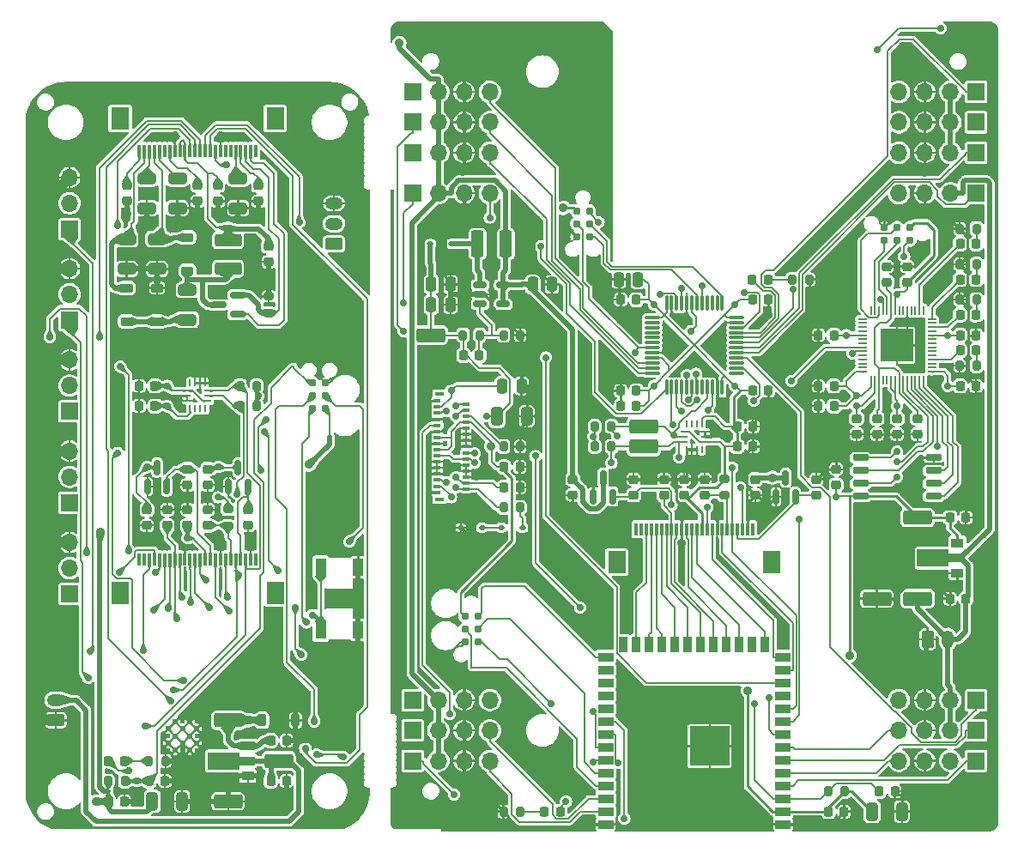
<source format=gbr>
G04 #@! TF.GenerationSoftware,KiCad,Pcbnew,7.0.4-40-g0180cb380f*
G04 #@! TF.CreationDate,2023-08-16T00:58:48-07:00*
G04 #@! TF.ProjectId,RobotCrawler,526f626f-7443-4726-9177-6c65722e6b69,rev?*
G04 #@! TF.SameCoordinates,Original*
G04 #@! TF.FileFunction,Copper,L1,Top*
G04 #@! TF.FilePolarity,Positive*
%FSLAX46Y46*%
G04 Gerber Fmt 4.6, Leading zero omitted, Abs format (unit mm)*
G04 Created by KiCad (PCBNEW 7.0.4-40-g0180cb380f) date 2023-08-16 00:58:48*
%MOMM*%
%LPD*%
G01*
G04 APERTURE LIST*
G04 Aperture macros list*
%AMRoundRect*
0 Rectangle with rounded corners*
0 $1 Rounding radius*
0 $2 $3 $4 $5 $6 $7 $8 $9 X,Y pos of 4 corners*
0 Add a 4 corners polygon primitive as box body*
4,1,4,$2,$3,$4,$5,$6,$7,$8,$9,$2,$3,0*
0 Add four circle primitives for the rounded corners*
1,1,$1+$1,$2,$3*
1,1,$1+$1,$4,$5*
1,1,$1+$1,$6,$7*
1,1,$1+$1,$8,$9*
0 Add four rect primitives between the rounded corners*
20,1,$1+$1,$2,$3,$4,$5,0*
20,1,$1+$1,$4,$5,$6,$7,0*
20,1,$1+$1,$6,$7,$8,$9,0*
20,1,$1+$1,$8,$9,$2,$3,0*%
%AMFreePoly0*
4,1,9,3.862500,-0.866500,0.737500,-0.866500,0.737500,-0.450000,-0.737500,-0.450000,-0.737500,0.450000,0.737500,0.450000,0.737500,0.866500,3.862500,0.866500,3.862500,-0.866500,3.862500,-0.866500,$1*%
G04 Aperture macros list end*
G04 #@! TA.AperFunction,SMDPad,CuDef*
%ADD10RoundRect,0.250000X-1.175000X-0.450000X1.175000X-0.450000X1.175000X0.450000X-1.175000X0.450000X0*%
G04 #@! TD*
G04 #@! TA.AperFunction,SMDPad,CuDef*
%ADD11RoundRect,0.050000X0.387500X0.050000X-0.387500X0.050000X-0.387500X-0.050000X0.387500X-0.050000X0*%
G04 #@! TD*
G04 #@! TA.AperFunction,SMDPad,CuDef*
%ADD12RoundRect,0.050000X0.050000X0.387500X-0.050000X0.387500X-0.050000X-0.387500X0.050000X-0.387500X0*%
G04 #@! TD*
G04 #@! TA.AperFunction,SMDPad,CuDef*
%ADD13R,3.200000X3.200000*%
G04 #@! TD*
G04 #@! TA.AperFunction,SMDPad,CuDef*
%ADD14RoundRect,0.200000X-0.200000X-0.275000X0.200000X-0.275000X0.200000X0.275000X-0.200000X0.275000X0*%
G04 #@! TD*
G04 #@! TA.AperFunction,SMDPad,CuDef*
%ADD15RoundRect,0.225000X0.250000X-0.225000X0.250000X0.225000X-0.250000X0.225000X-0.250000X-0.225000X0*%
G04 #@! TD*
G04 #@! TA.AperFunction,SMDPad,CuDef*
%ADD16RoundRect,0.225000X-0.225000X-0.250000X0.225000X-0.250000X0.225000X0.250000X-0.225000X0.250000X0*%
G04 #@! TD*
G04 #@! TA.AperFunction,ComponentPad*
%ADD17R,1.700000X1.700000*%
G04 #@! TD*
G04 #@! TA.AperFunction,ComponentPad*
%ADD18O,1.700000X1.700000*%
G04 #@! TD*
G04 #@! TA.AperFunction,SMDPad,CuDef*
%ADD19RoundRect,0.150000X-0.512500X-0.150000X0.512500X-0.150000X0.512500X0.150000X-0.512500X0.150000X0*%
G04 #@! TD*
G04 #@! TA.AperFunction,SMDPad,CuDef*
%ADD20R,0.250000X0.675000*%
G04 #@! TD*
G04 #@! TA.AperFunction,SMDPad,CuDef*
%ADD21R,0.675000X0.250000*%
G04 #@! TD*
G04 #@! TA.AperFunction,SMDPad,CuDef*
%ADD22RoundRect,0.250000X0.375000X1.075000X-0.375000X1.075000X-0.375000X-1.075000X0.375000X-1.075000X0*%
G04 #@! TD*
G04 #@! TA.AperFunction,SMDPad,CuDef*
%ADD23RoundRect,0.225000X0.225000X0.250000X-0.225000X0.250000X-0.225000X-0.250000X0.225000X-0.250000X0*%
G04 #@! TD*
G04 #@! TA.AperFunction,SMDPad,CuDef*
%ADD24RoundRect,0.225000X-0.250000X0.225000X-0.250000X-0.225000X0.250000X-0.225000X0.250000X0.225000X0*%
G04 #@! TD*
G04 #@! TA.AperFunction,SMDPad,CuDef*
%ADD25RoundRect,0.218750X-0.218750X-0.256250X0.218750X-0.256250X0.218750X0.256250X-0.218750X0.256250X0*%
G04 #@! TD*
G04 #@! TA.AperFunction,SMDPad,CuDef*
%ADD26RoundRect,0.112500X-0.187500X-0.112500X0.187500X-0.112500X0.187500X0.112500X-0.187500X0.112500X0*%
G04 #@! TD*
G04 #@! TA.AperFunction,SMDPad,CuDef*
%ADD27RoundRect,0.218750X0.218750X0.256250X-0.218750X0.256250X-0.218750X-0.256250X0.218750X-0.256250X0*%
G04 #@! TD*
G04 #@! TA.AperFunction,ConnectorPad*
%ADD28C,0.787400*%
G04 #@! TD*
G04 #@! TA.AperFunction,SMDPad,CuDef*
%ADD29RoundRect,0.075000X-0.662500X-0.075000X0.662500X-0.075000X0.662500X0.075000X-0.662500X0.075000X0*%
G04 #@! TD*
G04 #@! TA.AperFunction,SMDPad,CuDef*
%ADD30RoundRect,0.075000X-0.075000X-0.662500X0.075000X-0.662500X0.075000X0.662500X-0.075000X0.662500X0*%
G04 #@! TD*
G04 #@! TA.AperFunction,SMDPad,CuDef*
%ADD31R,1.500000X0.900000*%
G04 #@! TD*
G04 #@! TA.AperFunction,SMDPad,CuDef*
%ADD32R,0.900000X1.500000*%
G04 #@! TD*
G04 #@! TA.AperFunction,HeatsinkPad*
%ADD33C,0.600000*%
G04 #@! TD*
G04 #@! TA.AperFunction,SMDPad,CuDef*
%ADD34R,3.900000X3.900000*%
G04 #@! TD*
G04 #@! TA.AperFunction,SMDPad,CuDef*
%ADD35RoundRect,0.250000X-0.250000X-0.475000X0.250000X-0.475000X0.250000X0.475000X-0.250000X0.475000X0*%
G04 #@! TD*
G04 #@! TA.AperFunction,SMDPad,CuDef*
%ADD36RoundRect,0.150000X0.650000X0.150000X-0.650000X0.150000X-0.650000X-0.150000X0.650000X-0.150000X0*%
G04 #@! TD*
G04 #@! TA.AperFunction,ComponentPad*
%ADD37RoundRect,0.250000X-0.350000X-0.625000X0.350000X-0.625000X0.350000X0.625000X-0.350000X0.625000X0*%
G04 #@! TD*
G04 #@! TA.AperFunction,ComponentPad*
%ADD38O,1.200000X1.750000*%
G04 #@! TD*
G04 #@! TA.AperFunction,SMDPad,CuDef*
%ADD39RoundRect,0.200000X0.200000X0.275000X-0.200000X0.275000X-0.200000X-0.275000X0.200000X-0.275000X0*%
G04 #@! TD*
G04 #@! TA.AperFunction,SMDPad,CuDef*
%ADD40R,1.300000X0.900000*%
G04 #@! TD*
G04 #@! TA.AperFunction,SMDPad,CuDef*
%ADD41FreePoly0,180.000000*%
G04 #@! TD*
G04 #@! TA.AperFunction,SMDPad,CuDef*
%ADD42RoundRect,0.250000X-0.325000X-0.650000X0.325000X-0.650000X0.325000X0.650000X-0.325000X0.650000X0*%
G04 #@! TD*
G04 #@! TA.AperFunction,SMDPad,CuDef*
%ADD43R,0.300000X1.300000*%
G04 #@! TD*
G04 #@! TA.AperFunction,SMDPad,CuDef*
%ADD44R,1.800000X2.200000*%
G04 #@! TD*
G04 #@! TA.AperFunction,SMDPad,CuDef*
%ADD45RoundRect,0.200000X-0.275000X0.200000X-0.275000X-0.200000X0.275000X-0.200000X0.275000X0.200000X0*%
G04 #@! TD*
G04 #@! TA.AperFunction,SMDPad,CuDef*
%ADD46RoundRect,0.250000X0.250000X0.475000X-0.250000X0.475000X-0.250000X-0.475000X0.250000X-0.475000X0*%
G04 #@! TD*
G04 #@! TA.AperFunction,SMDPad,CuDef*
%ADD47RoundRect,0.150000X0.150000X-0.587500X0.150000X0.587500X-0.150000X0.587500X-0.150000X-0.587500X0*%
G04 #@! TD*
G04 #@! TA.AperFunction,SMDPad,CuDef*
%ADD48R,0.800000X0.300000*%
G04 #@! TD*
G04 #@! TA.AperFunction,SMDPad,CuDef*
%ADD49R,0.650000X0.300000*%
G04 #@! TD*
G04 #@! TA.AperFunction,SMDPad,CuDef*
%ADD50R,0.950000X0.400000*%
G04 #@! TD*
G04 #@! TA.AperFunction,SMDPad,CuDef*
%ADD51RoundRect,0.200000X0.275000X-0.200000X0.275000X0.200000X-0.275000X0.200000X-0.275000X-0.200000X0*%
G04 #@! TD*
G04 #@! TA.AperFunction,SMDPad,CuDef*
%ADD52RoundRect,0.150000X0.587500X0.150000X-0.587500X0.150000X-0.587500X-0.150000X0.587500X-0.150000X0*%
G04 #@! TD*
G04 #@! TA.AperFunction,ComponentPad*
%ADD53RoundRect,0.250000X0.625000X-0.350000X0.625000X0.350000X-0.625000X0.350000X-0.625000X-0.350000X0*%
G04 #@! TD*
G04 #@! TA.AperFunction,ComponentPad*
%ADD54O,1.750000X1.200000*%
G04 #@! TD*
G04 #@! TA.AperFunction,SMDPad,CuDef*
%ADD55RoundRect,0.250000X-0.650000X0.325000X-0.650000X-0.325000X0.650000X-0.325000X0.650000X0.325000X0*%
G04 #@! TD*
G04 #@! TA.AperFunction,SMDPad,CuDef*
%ADD56RoundRect,0.250000X-1.075000X0.375000X-1.075000X-0.375000X1.075000X-0.375000X1.075000X0.375000X0*%
G04 #@! TD*
G04 #@! TA.AperFunction,SMDPad,CuDef*
%ADD57RoundRect,0.250000X0.650000X-0.325000X0.650000X0.325000X-0.650000X0.325000X-0.650000X-0.325000X0*%
G04 #@! TD*
G04 #@! TA.AperFunction,SMDPad,CuDef*
%ADD58RoundRect,0.225000X-0.375000X0.225000X-0.375000X-0.225000X0.375000X-0.225000X0.375000X0.225000X0*%
G04 #@! TD*
G04 #@! TA.AperFunction,SMDPad,CuDef*
%ADD59RoundRect,0.225000X-0.225000X-0.375000X0.225000X-0.375000X0.225000X0.375000X-0.225000X0.375000X0*%
G04 #@! TD*
G04 #@! TA.AperFunction,SMDPad,CuDef*
%ADD60R,1.100000X1.800000*%
G04 #@! TD*
G04 #@! TA.AperFunction,SMDPad,CuDef*
%ADD61RoundRect,0.225000X0.375000X-0.225000X0.375000X0.225000X-0.375000X0.225000X-0.375000X-0.225000X0*%
G04 #@! TD*
G04 #@! TA.AperFunction,ViaPad*
%ADD62C,0.900000*%
G04 #@! TD*
G04 #@! TA.AperFunction,ViaPad*
%ADD63C,0.700000*%
G04 #@! TD*
G04 #@! TA.AperFunction,Conductor*
%ADD64C,0.200000*%
G04 #@! TD*
G04 #@! TA.AperFunction,Conductor*
%ADD65C,0.500000*%
G04 #@! TD*
G04 #@! TA.AperFunction,Conductor*
%ADD66C,0.250000*%
G04 #@! TD*
G04 #@! TA.AperFunction,Conductor*
%ADD67C,0.160000*%
G04 #@! TD*
G04 #@! TA.AperFunction,Conductor*
%ADD68C,0.150000*%
G04 #@! TD*
G04 #@! TA.AperFunction,Conductor*
%ADD69C,1.000000*%
G04 #@! TD*
G04 APERTURE END LIST*
D10*
X124000000Y-61000000D03*
D11*
X173437500Y-64600000D03*
X173437500Y-64200000D03*
X173437500Y-63800000D03*
X173437500Y-63400000D03*
X173437500Y-63000000D03*
X173437500Y-62600000D03*
X173437500Y-62200000D03*
X173437500Y-61800000D03*
X173437500Y-61400000D03*
X173437500Y-61000000D03*
X173437500Y-60600000D03*
X173437500Y-60200000D03*
X173437500Y-59800000D03*
X173437500Y-59400000D03*
D12*
X172600000Y-58562500D03*
X172200000Y-58562500D03*
X171800000Y-58562500D03*
X171400000Y-58562500D03*
X171000000Y-58562500D03*
X170600000Y-58562500D03*
X170200000Y-58562500D03*
X169800000Y-58562500D03*
X169400000Y-58562500D03*
X169000000Y-58562500D03*
X168600000Y-58562500D03*
X168200000Y-58562500D03*
X167800000Y-58562500D03*
X167400000Y-58562500D03*
D11*
X166562500Y-59400000D03*
X166562500Y-59800000D03*
X166562500Y-60200000D03*
X166562500Y-60600000D03*
X166562500Y-61000000D03*
X166562500Y-61400000D03*
X166562500Y-61800000D03*
X166562500Y-62200000D03*
X166562500Y-62600000D03*
X166562500Y-63000000D03*
X166562500Y-63400000D03*
X166562500Y-63800000D03*
X166562500Y-64200000D03*
X166562500Y-64600000D03*
D12*
X167400000Y-65437500D03*
X167800000Y-65437500D03*
X168200000Y-65437500D03*
X168600000Y-65437500D03*
X169000000Y-65437500D03*
X169400000Y-65437500D03*
X169800000Y-65437500D03*
X170200000Y-65437500D03*
X170600000Y-65437500D03*
X171000000Y-65437500D03*
X171400000Y-65437500D03*
X171800000Y-65437500D03*
X172200000Y-65437500D03*
X172600000Y-65437500D03*
D13*
X170000000Y-62000000D03*
D14*
X159675000Y-55500000D03*
X161325000Y-55500000D03*
D15*
X162000000Y-76775000D03*
X162000000Y-75225000D03*
D16*
X131225000Y-74000000D03*
X132775000Y-74000000D03*
D17*
X122200000Y-40000000D03*
D18*
X124740000Y-40000000D03*
X127280000Y-40000000D03*
X129820000Y-40000000D03*
D17*
X177800000Y-43000000D03*
D18*
X175260000Y-43000000D03*
X172720000Y-43000000D03*
X170180000Y-43000000D03*
D15*
X171000000Y-55775000D03*
X171000000Y-54225000D03*
D19*
X128862500Y-56050000D03*
X128862500Y-57000000D03*
X128862500Y-57950000D03*
X131137500Y-57950000D03*
X131137500Y-56050000D03*
D17*
X177800000Y-47000000D03*
D18*
X175260000Y-47000000D03*
X172720000Y-47000000D03*
X170180000Y-47000000D03*
D15*
X169000000Y-55775000D03*
X169000000Y-54225000D03*
D20*
X149250000Y-72262500D03*
X149750000Y-72262500D03*
X150250000Y-72262500D03*
X150750000Y-72262500D03*
D21*
X151012500Y-71500000D03*
X151012500Y-71000000D03*
X151012500Y-70500000D03*
D20*
X150750000Y-69737500D03*
X150250000Y-69737500D03*
X149750000Y-69737500D03*
X149250000Y-69737500D03*
D21*
X148987500Y-70500000D03*
X148987500Y-71000000D03*
X148987500Y-71500000D03*
D16*
X155725000Y-57500000D03*
X157275000Y-57500000D03*
D17*
X177800000Y-100000000D03*
D18*
X175260000Y-100000000D03*
X172720000Y-100000000D03*
X170180000Y-100000000D03*
D22*
X131400000Y-52000000D03*
X128600000Y-52000000D03*
D15*
X164000000Y-75775000D03*
X164000000Y-74225000D03*
D23*
X144275000Y-68000000D03*
X142725000Y-68000000D03*
D15*
X151000000Y-76775000D03*
X151000000Y-75225000D03*
D24*
X156000000Y-75225000D03*
X156000000Y-76775000D03*
D17*
X122200000Y-103000000D03*
D18*
X124740000Y-103000000D03*
X127280000Y-103000000D03*
X129820000Y-103000000D03*
D24*
X138000000Y-75225000D03*
X138000000Y-76775000D03*
D25*
X135212500Y-108000000D03*
X136787500Y-108000000D03*
D10*
X145000000Y-70000000D03*
D23*
X163775000Y-61000000D03*
X162225000Y-61000000D03*
D16*
X154225000Y-72000000D03*
X155775000Y-72000000D03*
D26*
X123950000Y-52000000D03*
X126050000Y-52000000D03*
D14*
X140175000Y-72000000D03*
X141825000Y-72000000D03*
D17*
X177800000Y-40000000D03*
D18*
X175260000Y-40000000D03*
X172720000Y-40000000D03*
X170180000Y-40000000D03*
D27*
X177787500Y-59000000D03*
X176212500Y-59000000D03*
D16*
X176225000Y-66000000D03*
X177775000Y-66000000D03*
D17*
X122200000Y-37000000D03*
D18*
X124740000Y-37000000D03*
X127280000Y-37000000D03*
X129820000Y-37000000D03*
D28*
X171270000Y-50365000D03*
X171270000Y-51635000D03*
X170000000Y-50365000D03*
X170000000Y-51635000D03*
X168730000Y-50365000D03*
X168730000Y-51635000D03*
D23*
X163775000Y-66000000D03*
X162225000Y-66000000D03*
D17*
X177800000Y-97000000D03*
D18*
X175260000Y-97000000D03*
X172720000Y-97000000D03*
X170180000Y-97000000D03*
D10*
X168000000Y-87000000D03*
D29*
X145837500Y-59250000D03*
X145837500Y-59750000D03*
X145837500Y-60250000D03*
X145837500Y-60750000D03*
X145837500Y-61250000D03*
X145837500Y-61750000D03*
X145837500Y-62250000D03*
X145837500Y-62750000D03*
X145837500Y-63250000D03*
X145837500Y-63750000D03*
X145837500Y-64250000D03*
X145837500Y-64750000D03*
D30*
X147250000Y-66162500D03*
X147750000Y-66162500D03*
X148250000Y-66162500D03*
X148750000Y-66162500D03*
X149250000Y-66162500D03*
X149750000Y-66162500D03*
X150250000Y-66162500D03*
X150750000Y-66162500D03*
X151250000Y-66162500D03*
X151750000Y-66162500D03*
X152250000Y-66162500D03*
X152750000Y-66162500D03*
D29*
X154162500Y-64750000D03*
X154162500Y-64250000D03*
X154162500Y-63750000D03*
X154162500Y-63250000D03*
X154162500Y-62750000D03*
X154162500Y-62250000D03*
X154162500Y-61750000D03*
X154162500Y-61250000D03*
X154162500Y-60750000D03*
X154162500Y-60250000D03*
X154162500Y-59750000D03*
X154162500Y-59250000D03*
D30*
X152750000Y-57837500D03*
X152250000Y-57837500D03*
X151750000Y-57837500D03*
X151250000Y-57837500D03*
X150750000Y-57837500D03*
X150250000Y-57837500D03*
X149750000Y-57837500D03*
X149250000Y-57837500D03*
X148750000Y-57837500D03*
X148250000Y-57837500D03*
X147750000Y-57837500D03*
X147250000Y-57837500D03*
D31*
X158750000Y-109260000D03*
X158750000Y-107990000D03*
X158750000Y-106720000D03*
X158750000Y-105450000D03*
X158750000Y-104180000D03*
X158750000Y-102910000D03*
X158750000Y-101640000D03*
X158750000Y-100370000D03*
X158750000Y-99100000D03*
X158750000Y-97830000D03*
X158750000Y-96560000D03*
X158750000Y-95290000D03*
X158750000Y-94020000D03*
X158750000Y-92750000D03*
D32*
X156985000Y-91500000D03*
X155715000Y-91500000D03*
X154445000Y-91500000D03*
X153175000Y-91500000D03*
X151905000Y-91500000D03*
X150635000Y-91500000D03*
X149365000Y-91500000D03*
X148095000Y-91500000D03*
X146825000Y-91500000D03*
X145555000Y-91500000D03*
X144285000Y-91500000D03*
X143015000Y-91500000D03*
D31*
X141250000Y-92750000D03*
X141250000Y-94020000D03*
X141250000Y-95290000D03*
X141250000Y-96560000D03*
X141250000Y-97830000D03*
X141250000Y-99100000D03*
X141250000Y-100370000D03*
X141250000Y-101640000D03*
X141250000Y-102910000D03*
X141250000Y-104180000D03*
X141250000Y-105450000D03*
X141250000Y-106720000D03*
X141250000Y-107990000D03*
X141250000Y-109260000D03*
D33*
X152900000Y-102240000D03*
X152900000Y-100840000D03*
X152200000Y-102940000D03*
X152200000Y-101540000D03*
X152200000Y-100140000D03*
X151500000Y-102240000D03*
D34*
X151500000Y-101540000D03*
D33*
X151500000Y-100840000D03*
X150800000Y-102940000D03*
X150800000Y-101540000D03*
X150800000Y-100140000D03*
X150100000Y-102240000D03*
X150100000Y-100840000D03*
D35*
X124050000Y-56000000D03*
X125950000Y-56000000D03*
D23*
X144275000Y-57500000D03*
X142725000Y-57500000D03*
X176775000Y-87000000D03*
X175225000Y-87000000D03*
D36*
X173600000Y-76905000D03*
X173600000Y-75635000D03*
X173600000Y-74365000D03*
X173600000Y-73095000D03*
X166400000Y-73095000D03*
X166400000Y-74365000D03*
X166400000Y-75635000D03*
X166400000Y-76905000D03*
D17*
X122200000Y-100000000D03*
D18*
X124740000Y-100000000D03*
X127280000Y-100000000D03*
X129820000Y-100000000D03*
D15*
X147000000Y-76775000D03*
X147000000Y-75225000D03*
D14*
X127175000Y-61000000D03*
X128825000Y-61000000D03*
D37*
X173000000Y-91000000D03*
D38*
X175000000Y-91000000D03*
D23*
X144275000Y-66500000D03*
X142725000Y-66500000D03*
D39*
X177825000Y-54000000D03*
X176175000Y-54000000D03*
D40*
X175950000Y-84500000D03*
D41*
X175862500Y-83000000D03*
D40*
X175950000Y-81500000D03*
D42*
X130525000Y-69000000D03*
X133475000Y-69000000D03*
D27*
X177787500Y-55500000D03*
X176212500Y-55500000D03*
D17*
X177800000Y-103000000D03*
D18*
X175260000Y-103000000D03*
X172720000Y-103000000D03*
X170180000Y-103000000D03*
D16*
X131225000Y-76000000D03*
X132775000Y-76000000D03*
D26*
X126950000Y-80000000D03*
X129050000Y-80000000D03*
D15*
X144000000Y-76775000D03*
X144000000Y-75225000D03*
D17*
X122200000Y-43000000D03*
D18*
X124740000Y-43000000D03*
X127280000Y-43000000D03*
X129820000Y-43000000D03*
D27*
X177787500Y-62500000D03*
X176212500Y-62500000D03*
D43*
X144250000Y-80150000D03*
X144750000Y-80150000D03*
X145250000Y-80150000D03*
X145750000Y-80150000D03*
X146250000Y-80150000D03*
X146750000Y-80150000D03*
X147250000Y-80150000D03*
X147750000Y-80150000D03*
X148250000Y-80150000D03*
X148750000Y-80150000D03*
X149250000Y-80150000D03*
X149750000Y-80150000D03*
X150250000Y-80150000D03*
X150750000Y-80150000D03*
X151250000Y-80150000D03*
X151750000Y-80150000D03*
X152250000Y-80150000D03*
X152750000Y-80150000D03*
X153250000Y-80150000D03*
X153750000Y-80150000D03*
X154250000Y-80150000D03*
X154750000Y-80150000D03*
X155250000Y-80150000D03*
X155750000Y-80150000D03*
D44*
X142350000Y-83400000D03*
X157650000Y-83400000D03*
D16*
X154225000Y-70000000D03*
X155775000Y-70000000D03*
D24*
X172000000Y-69225000D03*
X172000000Y-70775000D03*
X168000000Y-69225000D03*
X168000000Y-70775000D03*
D16*
X155725000Y-66500000D03*
X157275000Y-66500000D03*
X168225000Y-106000000D03*
X169775000Y-106000000D03*
D45*
X153000000Y-75175000D03*
X153000000Y-76825000D03*
D46*
X144450000Y-55500000D03*
X142550000Y-55500000D03*
D10*
X145000000Y-72000000D03*
D47*
X140050000Y-76937500D03*
X141950000Y-76937500D03*
X141000000Y-75062500D03*
D27*
X177787500Y-52000000D03*
X176212500Y-52000000D03*
D16*
X175225000Y-79000000D03*
X176775000Y-79000000D03*
D42*
X167525000Y-108000000D03*
X170475000Y-108000000D03*
D14*
X131175000Y-61000000D03*
X132825000Y-61000000D03*
D48*
X124600000Y-67500000D03*
D49*
X127475000Y-67800000D03*
D48*
X124600000Y-68100000D03*
D49*
X127475000Y-68400000D03*
D48*
X124600000Y-68700000D03*
D49*
X127475000Y-69000000D03*
D48*
X124600000Y-69300000D03*
D49*
X127475000Y-69600000D03*
D48*
X124600000Y-69900000D03*
D49*
X127475000Y-70200000D03*
D48*
X124600000Y-70500000D03*
D49*
X127475000Y-70800000D03*
D48*
X124600000Y-71100000D03*
D49*
X127475000Y-71400000D03*
D48*
X124600000Y-71700000D03*
D49*
X127475000Y-72000000D03*
D48*
X124600000Y-72300000D03*
D49*
X127475000Y-72600000D03*
D48*
X124600000Y-72900000D03*
D49*
X127475000Y-73200000D03*
D48*
X124600000Y-73500000D03*
D49*
X127475000Y-73800000D03*
D48*
X124600000Y-74100000D03*
D49*
X127475000Y-74400000D03*
D48*
X124600000Y-74700000D03*
D49*
X127475000Y-75000000D03*
D48*
X124600000Y-75300000D03*
D49*
X127475000Y-75600000D03*
D48*
X124600000Y-75900000D03*
D49*
X127475000Y-76200000D03*
D48*
X124600000Y-76500000D03*
D50*
X124875000Y-66800000D03*
X124875000Y-77200000D03*
D16*
X127225000Y-63000000D03*
X128775000Y-63000000D03*
D10*
X172000000Y-87000000D03*
D35*
X124050000Y-58000000D03*
X125950000Y-58000000D03*
D28*
X127365000Y-88730000D03*
X128635000Y-88730000D03*
X127365000Y-90000000D03*
X128635000Y-90000000D03*
X127365000Y-91270000D03*
X128635000Y-91270000D03*
D23*
X163775000Y-68000000D03*
X162225000Y-68000000D03*
D26*
X130950000Y-80000000D03*
X133050000Y-80000000D03*
D14*
X131175000Y-78000000D03*
X132825000Y-78000000D03*
D17*
X122200000Y-47000000D03*
D18*
X124740000Y-47000000D03*
X127280000Y-47000000D03*
X129820000Y-47000000D03*
D39*
X164825000Y-106000000D03*
X163175000Y-106000000D03*
D17*
X122200000Y-97000000D03*
D18*
X124740000Y-97000000D03*
X127280000Y-97000000D03*
X129820000Y-97000000D03*
D35*
X131050000Y-66000000D03*
X132950000Y-66000000D03*
D39*
X177825000Y-50500000D03*
X176175000Y-50500000D03*
D10*
X172000000Y-79000000D03*
D35*
X134050000Y-56000000D03*
X135950000Y-56000000D03*
D28*
X138365000Y-48730000D03*
X139635000Y-48730000D03*
X138365000Y-50000000D03*
X139635000Y-50000000D03*
X138365000Y-51270000D03*
X139635000Y-51270000D03*
D47*
X158050000Y-76937500D03*
X159950000Y-76937500D03*
X159000000Y-75062500D03*
D39*
X132825000Y-108000000D03*
X131175000Y-108000000D03*
D16*
X163225000Y-108000000D03*
X164775000Y-108000000D03*
D14*
X140175000Y-70000000D03*
X141825000Y-70000000D03*
X131175000Y-72000000D03*
X132825000Y-72000000D03*
D24*
X166000000Y-69225000D03*
X166000000Y-70775000D03*
D16*
X176225000Y-61000000D03*
X177775000Y-61000000D03*
D39*
X177825000Y-64000000D03*
X176175000Y-64000000D03*
D15*
X149000000Y-76775000D03*
X149000000Y-75225000D03*
D24*
X170000000Y-69225000D03*
X170000000Y-70775000D03*
D27*
X157287500Y-55500000D03*
X155712500Y-55500000D03*
D39*
X177825000Y-57500000D03*
X176175000Y-57500000D03*
D17*
X177800000Y-37000000D03*
D18*
X175260000Y-37000000D03*
X172720000Y-37000000D03*
X170180000Y-37000000D03*
D10*
X104000000Y-107000000D03*
D45*
X104000000Y-78175000D03*
X104000000Y-79825000D03*
D51*
X108000000Y-58825000D03*
X108000000Y-57175000D03*
D52*
X104937500Y-58950000D03*
X104937500Y-57050000D03*
X103062500Y-58000000D03*
D53*
X87000000Y-99000000D03*
D54*
X87000000Y-97000000D03*
D24*
X94000000Y-46225000D03*
X94000000Y-47775000D03*
D17*
X88375000Y-59525000D03*
D18*
X88375000Y-56985000D03*
X88375000Y-54445000D03*
D15*
X107000000Y-47775000D03*
X107000000Y-46225000D03*
D55*
X100000000Y-56525000D03*
X100000000Y-59475000D03*
D28*
X113635000Y-68270000D03*
X112365000Y-68270000D03*
X113635000Y-67000000D03*
X112365000Y-67000000D03*
X113635000Y-65730000D03*
X112365000Y-65730000D03*
D17*
X88375000Y-86525000D03*
D18*
X88375000Y-83985000D03*
X88375000Y-81445000D03*
D24*
X103000000Y-46225000D03*
X103000000Y-47775000D03*
X96000000Y-78225000D03*
X96000000Y-79775000D03*
D17*
X88375000Y-68525000D03*
D18*
X88375000Y-65985000D03*
X88375000Y-63445000D03*
D24*
X108000000Y-52225000D03*
X108000000Y-53775000D03*
D55*
X99000000Y-45525000D03*
X99000000Y-48475000D03*
D39*
X106825000Y-66000000D03*
X105175000Y-66000000D03*
D14*
X92175000Y-105000000D03*
X93825000Y-105000000D03*
D47*
X96050000Y-75937500D03*
X97950000Y-75937500D03*
X97000000Y-74062500D03*
D56*
X104000000Y-51650000D03*
X104000000Y-54450000D03*
D27*
X93787500Y-103000000D03*
X92212500Y-103000000D03*
D57*
X94000000Y-54475000D03*
X94000000Y-51525000D03*
D53*
X114450000Y-52000000D03*
D54*
X114450000Y-50000000D03*
X114450000Y-48000000D03*
D24*
X101000000Y-46225000D03*
X101000000Y-47775000D03*
D39*
X106825000Y-68000000D03*
X105175000Y-68000000D03*
D10*
X109000000Y-103000000D03*
D57*
X96000000Y-48475000D03*
X96000000Y-45525000D03*
D58*
X97000000Y-56350000D03*
X97000000Y-59650000D03*
D14*
X96175000Y-103000000D03*
X97825000Y-103000000D03*
D42*
X96525000Y-107000000D03*
X99475000Y-107000000D03*
D59*
X107350000Y-99000000D03*
X110650000Y-99000000D03*
D16*
X108225000Y-101000000D03*
X109775000Y-101000000D03*
D24*
X106000000Y-78225000D03*
X106000000Y-79775000D03*
D15*
X98000000Y-79775000D03*
X98000000Y-78225000D03*
D10*
X104000000Y-99000000D03*
D16*
X108225000Y-105000000D03*
X109775000Y-105000000D03*
D15*
X102000000Y-79775000D03*
X102000000Y-78225000D03*
D60*
X113150000Y-90100000D03*
X113150000Y-83900000D03*
X116850000Y-90100000D03*
X116850000Y-83900000D03*
D24*
X100000000Y-74225000D03*
X100000000Y-75775000D03*
D55*
X105000000Y-45525000D03*
X105000000Y-48475000D03*
D17*
X88375000Y-77525000D03*
D18*
X88375000Y-74985000D03*
X88375000Y-72445000D03*
D23*
X96775000Y-68000000D03*
X95225000Y-68000000D03*
D16*
X92225000Y-107000000D03*
X93775000Y-107000000D03*
D15*
X100000000Y-79775000D03*
X100000000Y-78225000D03*
D17*
X88375000Y-50525000D03*
D18*
X88375000Y-47985000D03*
X88375000Y-45445000D03*
D24*
X102000000Y-74225000D03*
X102000000Y-75775000D03*
D58*
X100000000Y-51350000D03*
X100000000Y-54650000D03*
D43*
X106750000Y-42850000D03*
X106250000Y-42850000D03*
X105750000Y-42850000D03*
X105250000Y-42850000D03*
X104750000Y-42850000D03*
X104250000Y-42850000D03*
X103750000Y-42850000D03*
X103250000Y-42850000D03*
X102750000Y-42850000D03*
X102250000Y-42850000D03*
X101750000Y-42850000D03*
X101250000Y-42850000D03*
X100750000Y-42850000D03*
X100250000Y-42850000D03*
X99750000Y-42850000D03*
X99250000Y-42850000D03*
X98750000Y-42850000D03*
X98250000Y-42850000D03*
X97750000Y-42850000D03*
X97250000Y-42850000D03*
X96750000Y-42850000D03*
X96250000Y-42850000D03*
X95750000Y-42850000D03*
X95250000Y-42850000D03*
D44*
X108650000Y-39600000D03*
X93350000Y-39600000D03*
D16*
X96225000Y-105000000D03*
X97775000Y-105000000D03*
D43*
X95250000Y-83150000D03*
X95750000Y-83150000D03*
X96250000Y-83150000D03*
X96750000Y-83150000D03*
X97250000Y-83150000D03*
X97750000Y-83150000D03*
X98250000Y-83150000D03*
X98750000Y-83150000D03*
X99250000Y-83150000D03*
X99750000Y-83150000D03*
X100250000Y-83150000D03*
X100750000Y-83150000D03*
X101250000Y-83150000D03*
X101750000Y-83150000D03*
X102250000Y-83150000D03*
X102750000Y-83150000D03*
X103250000Y-83150000D03*
X103750000Y-83150000D03*
X104250000Y-83150000D03*
X104750000Y-83150000D03*
X105250000Y-83150000D03*
X105750000Y-83150000D03*
X106250000Y-83150000D03*
X106750000Y-83150000D03*
D44*
X93350000Y-86400000D03*
X108650000Y-86400000D03*
D40*
X105950000Y-104500000D03*
D41*
X105862500Y-103000000D03*
D40*
X105950000Y-101500000D03*
D20*
X101750000Y-65737500D03*
X101250000Y-65737500D03*
X100750000Y-65737500D03*
X100250000Y-65737500D03*
D21*
X99987500Y-66500000D03*
X99987500Y-67000000D03*
X99987500Y-67500000D03*
D20*
X100250000Y-68262500D03*
X100750000Y-68262500D03*
X101250000Y-68262500D03*
X101750000Y-68262500D03*
D21*
X102012500Y-67500000D03*
X102012500Y-67000000D03*
X102012500Y-66500000D03*
D55*
X97000000Y-51525000D03*
X97000000Y-54475000D03*
D23*
X96775000Y-66000000D03*
X95225000Y-66000000D03*
D47*
X104050000Y-75937500D03*
X105950000Y-75937500D03*
X105000000Y-74062500D03*
D61*
X94000000Y-59650000D03*
X94000000Y-56350000D03*
D33*
X98100000Y-99840000D03*
X98100000Y-101240000D03*
X98800000Y-99140000D03*
X98800000Y-100540000D03*
X98800000Y-101940000D03*
X99500000Y-99840000D03*
X99500000Y-101240000D03*
X100200000Y-99140000D03*
X100200000Y-100540000D03*
X100200000Y-101940000D03*
X100900000Y-99840000D03*
X100900000Y-101240000D03*
D62*
X157694500Y-75062500D03*
X120905900Y-32181900D03*
D63*
X167000000Y-71000000D03*
D62*
X142725000Y-59500000D03*
X131605800Y-109377200D03*
D63*
X133000000Y-73000000D03*
X134500000Y-69000000D03*
X147500000Y-63000000D03*
X170000000Y-54000000D03*
D62*
X139872700Y-109377200D03*
X152250000Y-78820100D03*
X169000000Y-63000000D03*
X128261300Y-30665600D03*
X169000000Y-61000000D03*
D63*
X148500000Y-59500000D03*
D62*
X123867300Y-49616400D03*
X171000000Y-63000000D03*
X172720000Y-44918100D03*
X170869800Y-106350000D03*
D63*
X128500000Y-71500000D03*
D62*
X152996600Y-70969000D03*
X157275000Y-59015900D03*
D63*
X171000000Y-71000000D03*
X133000000Y-75000000D03*
D62*
X127112100Y-44827800D03*
X145500000Y-75177400D03*
D63*
X174041000Y-85730600D03*
D62*
X156035900Y-68876200D03*
D63*
X149500000Y-59500000D03*
D62*
X137269500Y-49568300D03*
X177809400Y-80228500D03*
D63*
X134000000Y-66000000D03*
X162000000Y-60000000D03*
D62*
X153066500Y-68479100D03*
D63*
X152500000Y-60500000D03*
D62*
X140050000Y-75000000D03*
D63*
X172000000Y-73500000D03*
X128500000Y-75000000D03*
D62*
X148750000Y-81502000D03*
D63*
X157214000Y-79396400D03*
X178000000Y-67000000D03*
D62*
X127669300Y-81214700D03*
D63*
X151500000Y-64500000D03*
D62*
X168730000Y-48582000D03*
X134450200Y-49568300D03*
X176775000Y-73500000D03*
X160124900Y-109232900D03*
X170184700Y-90296200D03*
D63*
X162000000Y-67000000D03*
D62*
X138000000Y-77846700D03*
X164236000Y-109232900D03*
D63*
X178000000Y-60000000D03*
D62*
X171033800Y-83252000D03*
X142792800Y-65396500D03*
X123914900Y-81214700D03*
X171000000Y-61000000D03*
X170538100Y-32506600D03*
D63*
X164000000Y-73000000D03*
X159556800Y-65508900D03*
X154533800Y-76017700D03*
X141825000Y-73604700D03*
X160353700Y-79179000D03*
X128312500Y-73604700D03*
X148493800Y-73065200D03*
X151362400Y-68365200D03*
X175000000Y-61000000D03*
X175000000Y-66000000D03*
D62*
X155255700Y-96053100D03*
D63*
X170000000Y-68000000D03*
D62*
X137087200Y-48441200D03*
D63*
X165000000Y-61000000D03*
X140000000Y-71000000D03*
X166000000Y-67000000D03*
X154000000Y-58000000D03*
X170000000Y-57000000D03*
X164000000Y-77000000D03*
D62*
X165317700Y-92609400D03*
D63*
X146000000Y-66000000D03*
X146000000Y-58000000D03*
X166000000Y-68000000D03*
X154000000Y-66000000D03*
D62*
X129955000Y-71981400D03*
D63*
X153750000Y-74073900D03*
X128303200Y-72669800D03*
X142391100Y-70931400D03*
X147950000Y-70895300D03*
X165601200Y-62821500D03*
X125500000Y-68500000D03*
X129500000Y-69000000D03*
X125500000Y-75500000D03*
X143087700Y-108689400D03*
X174299200Y-30707300D03*
X168027300Y-32867200D03*
X126500000Y-68000000D03*
X126500000Y-76000000D03*
X126000000Y-66500000D03*
X126000000Y-77000000D03*
X126500000Y-69000000D03*
X126500000Y-75000000D03*
X157344800Y-96760400D03*
X125871200Y-98395000D03*
X155915900Y-97335500D03*
X135846600Y-97335500D03*
X144186100Y-62701200D03*
X135343700Y-63205500D03*
X142504900Y-103216600D03*
X137337000Y-107025200D03*
X139996400Y-98165000D03*
X126294300Y-106318300D03*
X139983500Y-103109500D03*
X151250000Y-77969400D03*
X147750000Y-77743300D03*
X174000000Y-72000000D03*
X170000000Y-72500000D03*
X170000000Y-75000000D03*
X170000000Y-73500000D03*
X134826000Y-52244300D03*
X129820000Y-49399400D03*
X147880100Y-69825700D03*
X148708800Y-68515200D03*
X138715400Y-87858300D03*
X134309400Y-72932600D03*
X150271100Y-67405200D03*
X149250000Y-64918900D03*
X149420900Y-67403400D03*
X150171200Y-64808700D03*
X155866000Y-67496800D03*
X159760100Y-56497800D03*
X154912000Y-56788900D03*
X140545200Y-49843600D03*
X150750000Y-56104000D03*
X149664200Y-60591200D03*
X121309500Y-60591200D03*
X148750000Y-56384100D03*
X121336800Y-57809700D03*
X146573100Y-56974900D03*
X170697500Y-53232900D03*
X168408600Y-57454500D03*
X103000000Y-74000000D03*
X96000000Y-74000000D03*
X95000000Y-67000000D03*
X98750000Y-41250000D03*
D62*
X101000000Y-107000000D03*
X117000000Y-64000000D03*
X95000000Y-107000000D03*
X108000000Y-55000000D03*
D63*
X99000000Y-78000000D03*
D62*
X96000000Y-49500000D03*
X116850000Y-87000000D03*
D63*
X103250000Y-41250000D03*
D62*
X105000000Y-49500000D03*
X94000000Y-49000000D03*
D63*
X102000000Y-77000000D03*
X106000000Y-81000000D03*
D62*
X101000000Y-49000000D03*
X108000000Y-56000000D03*
X103000000Y-49000000D03*
D63*
X103250000Y-81500000D03*
X96000000Y-81000000D03*
D62*
X97000000Y-55500000D03*
X99000000Y-49500000D03*
D63*
X98000000Y-68000000D03*
X107000000Y-67000000D03*
D62*
X106000000Y-99000000D03*
D63*
X100000000Y-81000000D03*
X103000000Y-77000000D03*
D62*
X104000000Y-50500000D03*
X112010000Y-73774500D03*
X91423900Y-80469900D03*
D63*
X98000000Y-66000000D03*
D62*
X91000000Y-107000000D03*
D63*
X95836800Y-99546800D03*
X95000000Y-105000000D03*
X98578200Y-96024800D03*
X105035000Y-84666200D03*
X104910000Y-76665300D03*
X94189300Y-103994500D03*
X112361200Y-88603100D03*
X86410000Y-61194400D03*
X90064300Y-82438900D03*
X90199700Y-94807100D03*
X90434100Y-92239600D03*
X95638800Y-92143100D03*
X93285400Y-84396000D03*
X96836200Y-84386300D03*
X96659400Y-88120200D03*
X98117700Y-87982400D03*
X98934700Y-88973800D03*
X99474300Y-86845200D03*
X100294800Y-87396300D03*
X102188700Y-87860400D03*
X101825000Y-85168000D03*
X104085200Y-88196100D03*
X103972500Y-86838800D03*
X111717300Y-89345600D03*
X93104300Y-50199500D03*
X99608000Y-95080100D03*
X93104300Y-72616700D03*
X98361100Y-97104800D03*
X93375600Y-64082100D03*
X110635600Y-87879300D03*
X111238300Y-92543000D03*
X91313100Y-61194400D03*
X94188500Y-82274100D03*
X108965900Y-84208800D03*
X107591600Y-70546000D03*
X111022200Y-49860200D03*
X111619800Y-101771300D03*
X112486800Y-99124800D03*
X112737900Y-102392700D03*
X115965000Y-81372400D03*
X115380500Y-102617600D03*
X107728000Y-69358300D03*
X103835000Y-44200000D03*
X107243300Y-74363000D03*
D64*
X102250000Y-41320900D02*
X102250000Y-42850000D01*
X102932300Y-40638600D02*
X102250000Y-41320900D01*
X105730400Y-40638600D02*
X102932300Y-40638600D01*
X110412100Y-45320300D02*
X105730400Y-40638600D01*
X117729800Y-57430400D02*
X110412100Y-50112700D01*
X117000000Y-101928400D02*
X117000000Y-98432834D01*
X110412100Y-50112700D02*
X110412100Y-45320300D01*
X112650400Y-103227800D02*
X115700600Y-103227800D01*
X117729800Y-97703034D02*
X117729800Y-57430400D01*
X111619800Y-102197200D02*
X112650400Y-103227800D01*
X111619800Y-101771300D02*
X111619800Y-102197200D01*
X115700600Y-103227800D02*
X117000000Y-101928400D01*
X117000000Y-98432834D02*
X117729800Y-97703034D01*
D65*
X116000000Y-92500000D02*
X116850000Y-91650000D01*
X116000000Y-99500000D02*
X116000000Y-92500000D01*
X116850000Y-91650000D02*
X116850000Y-90100000D01*
X114500000Y-101000000D02*
X116000000Y-99500000D01*
X110500000Y-101000000D02*
X114500000Y-101000000D01*
X141000000Y-77587300D02*
X140472300Y-78115000D01*
X140472300Y-78115000D02*
X139651500Y-78115000D01*
X124740000Y-36369900D02*
X124740000Y-35739900D01*
X125370100Y-47000000D02*
X126000100Y-47000000D01*
X178848800Y-45739800D02*
X176704700Y-45739800D01*
X175000000Y-95479900D02*
X175000000Y-91000000D01*
X133525000Y-56000000D02*
X133000000Y-56000000D01*
X133525000Y-56000000D02*
X138000000Y-60475000D01*
X124740000Y-100000000D02*
X124740000Y-103000000D01*
X138962500Y-77426000D02*
X138962500Y-76187500D01*
X138000000Y-60475000D02*
X138000000Y-75225000D01*
X131137500Y-56503300D02*
X131137500Y-57950000D01*
X175260000Y-37000000D02*
X175260000Y-40000000D01*
X125370100Y-47000000D02*
X124740000Y-46369900D01*
X177010200Y-86764800D02*
X176775000Y-87000000D01*
X132950000Y-56050000D02*
X131590800Y-56050000D01*
X131400000Y-54600000D02*
X131400000Y-52000000D01*
X131138000Y-56050000D02*
X131138000Y-54862500D01*
X131400000Y-52000000D02*
X131400000Y-46792600D01*
X125055100Y-47000000D02*
X122123000Y-49932100D01*
X124740000Y-97000000D02*
X124740000Y-100000000D01*
X131590800Y-56050000D02*
X131138000Y-56050000D01*
X122123000Y-94383000D02*
X124740000Y-97000000D01*
X176704700Y-45739800D02*
X176520100Y-45924400D01*
X175000000Y-91000000D02*
X172000000Y-88000000D01*
X176775000Y-87000000D02*
X176775000Y-90235100D01*
X175000000Y-91000000D02*
X176010100Y-91000000D01*
X130327300Y-45719900D02*
X126758000Y-45719900D01*
X124740000Y-36369900D02*
X124740000Y-37000000D01*
X156162500Y-75062500D02*
X157694500Y-75062500D01*
X175260000Y-47000000D02*
X176520100Y-47000000D01*
X126758000Y-45719900D02*
X126000100Y-46477800D01*
X175260000Y-95739900D02*
X175000000Y-95479900D01*
X126000100Y-46477800D02*
X126000100Y-47000000D01*
X175260000Y-40000000D02*
X175260000Y-43000000D01*
X122123000Y-49932100D02*
X122123000Y-94383000D01*
X157694500Y-75062500D02*
X159000000Y-75062500D01*
X134050000Y-56000000D02*
X133525000Y-56000000D01*
X175260000Y-97000000D02*
X175260000Y-100000000D01*
X123941100Y-35739900D02*
X124740000Y-35739900D01*
X120905900Y-32181900D02*
X120905900Y-32704700D01*
X139651500Y-78115000D02*
X138962500Y-77426000D01*
X125055100Y-47000000D02*
X125370100Y-47000000D01*
X172000000Y-88000000D02*
X172000000Y-87000000D01*
X133000000Y-56000000D02*
X132950000Y-56050000D01*
X179112200Y-46003200D02*
X178848800Y-45739800D01*
X179112200Y-80142100D02*
X179112200Y-46003200D01*
X131400000Y-46792600D02*
X130327300Y-45719900D01*
X177010200Y-83755900D02*
X177010200Y-86764800D01*
X124740000Y-37000000D02*
X124740000Y-40000000D01*
X124740000Y-43000000D02*
X124740000Y-40000000D01*
X176775000Y-90235100D02*
X176010100Y-91000000D01*
X124740000Y-46369900D02*
X124740000Y-43000000D01*
X176254300Y-83000000D02*
X179112200Y-80142100D01*
X131590800Y-56050000D02*
X131137500Y-56050000D01*
X176520100Y-45924400D02*
X176520100Y-47000000D01*
X131590800Y-56050000D02*
X131137500Y-56503300D01*
X175260000Y-96369900D02*
X175260000Y-97000000D01*
X141000000Y-75062500D02*
X141000000Y-77587300D01*
X131138000Y-54862500D02*
X131400000Y-54600000D01*
X175260000Y-96369900D02*
X175260000Y-95739900D01*
X120905900Y-32704700D02*
X123941100Y-35739900D01*
X138962500Y-76187500D02*
X138000000Y-75225000D01*
X176254300Y-83000000D02*
X177010200Y-83755900D01*
D64*
X126750000Y-72000000D02*
X126500000Y-71750000D01*
D66*
X176961100Y-54786100D02*
X176961100Y-56713900D01*
X162225000Y-68000000D02*
X162225000Y-71225000D01*
X131605800Y-109377200D02*
X131605800Y-108430800D01*
X173810100Y-48135100D02*
X172720000Y-48135100D01*
X124600000Y-67500000D02*
X123914900Y-67500000D01*
X142550000Y-57325000D02*
X142550000Y-55500000D01*
D64*
X125800000Y-73800000D02*
X125500000Y-73500000D01*
X128500000Y-74500000D02*
X128500000Y-75000000D01*
X154162000Y-59750000D02*
X153250000Y-59750000D01*
D66*
X156215500Y-76775000D02*
X157214000Y-77773500D01*
D64*
X126500000Y-71750000D02*
X126500000Y-71500000D01*
D66*
X177000000Y-65225000D02*
X177000000Y-64000000D01*
D64*
X167225000Y-70775000D02*
X167000000Y-71000000D01*
D66*
X157275000Y-57500000D02*
X157275000Y-59015900D01*
D64*
X147250000Y-62750000D02*
X147500000Y-63000000D01*
D66*
X145500000Y-75225000D02*
X145500000Y-75177400D01*
D64*
X132775000Y-75225000D02*
X133000000Y-75000000D01*
D66*
X155177800Y-75952800D02*
X155177800Y-72597200D01*
X176775000Y-78195800D02*
X176775000Y-73500000D01*
X123914900Y-71700000D02*
X123914900Y-74100000D01*
X172720000Y-37000000D02*
X172720000Y-35864900D01*
X155177800Y-72597200D02*
X155775000Y-72000000D01*
X177029300Y-61000000D02*
X177029300Y-58354300D01*
X139989900Y-109260000D02*
X139872700Y-109377200D01*
X142725000Y-68000000D02*
X142725000Y-66500000D01*
D64*
X126700000Y-70800000D02*
X126500000Y-71000000D01*
D66*
X176939800Y-53235200D02*
X176939800Y-51264800D01*
X151666100Y-70969000D02*
X151635100Y-71000000D01*
X125415600Y-49999500D02*
X127280000Y-48135100D01*
D64*
X125000000Y-70500000D02*
X125500000Y-70000000D01*
X132775000Y-76000000D02*
X132775000Y-75225000D01*
D66*
X127280000Y-100000000D02*
X127280000Y-97000000D01*
X142725000Y-65464300D02*
X142725000Y-66500000D01*
D64*
X169000000Y-54225000D02*
X169775000Y-54225000D01*
X149250000Y-57837500D02*
X149250000Y-59250000D01*
D66*
X157214000Y-77773500D02*
X157214000Y-79396400D01*
X134190900Y-54240900D02*
X135950000Y-56000000D01*
D64*
X126500000Y-73800000D02*
X125800000Y-73800000D01*
D66*
X170475000Y-106350000D02*
X170475000Y-108000000D01*
D64*
X169775000Y-54225000D02*
X170000000Y-54000000D01*
X149250000Y-59250000D02*
X149500000Y-59500000D01*
X132775000Y-74000000D02*
X132775000Y-74775000D01*
D66*
X175950000Y-84500000D02*
X175950000Y-85235100D01*
X168000000Y-87000000D02*
X169569100Y-87000000D01*
D64*
X125500000Y-73500000D02*
X125500000Y-74000000D01*
D66*
X148750000Y-80150000D02*
X148750000Y-81502000D01*
X148190200Y-75225000D02*
X147000000Y-75225000D01*
X138365000Y-51270000D02*
X137269500Y-50174500D01*
X138000000Y-76775000D02*
X138000000Y-77846700D01*
X125415600Y-55215600D02*
X125415600Y-49999500D01*
X140050000Y-76937500D02*
X140050000Y-75000000D01*
D64*
X128434800Y-74434800D02*
X128500000Y-74500000D01*
D66*
X178000000Y-67000000D02*
X176775000Y-68225000D01*
D64*
X126500000Y-70500000D02*
X126500000Y-71000000D01*
D66*
X125415600Y-49999500D02*
X124250400Y-49999500D01*
X151012500Y-71000000D02*
X151012500Y-70500000D01*
X176939800Y-51264800D02*
X176175000Y-50500000D01*
D64*
X162225000Y-67225000D02*
X162000000Y-67000000D01*
D66*
X124600000Y-74100000D02*
X123914900Y-74100000D01*
X172720000Y-47000000D02*
X172720000Y-48135100D01*
X127280000Y-35864900D02*
X128261300Y-34883600D01*
D64*
X170775000Y-70775000D02*
X171000000Y-71000000D01*
D66*
X170475000Y-106350000D02*
X170869800Y-106350000D01*
X158750000Y-109260000D02*
X159785100Y-109260000D01*
D64*
X152250000Y-66162500D02*
X152250000Y-65250000D01*
D66*
X176775000Y-79000000D02*
X176775000Y-78195800D01*
X174041000Y-85816000D02*
X174041000Y-85730600D01*
X172720000Y-100000000D02*
X172720000Y-97000000D01*
X147000000Y-75225000D02*
X145500000Y-75225000D01*
X164775000Y-108000000D02*
X164236000Y-108539000D01*
X172720000Y-43000000D02*
X172720000Y-44918100D01*
X152250000Y-66162500D02*
X152250000Y-67662600D01*
X133475000Y-66000000D02*
X133475000Y-69000000D01*
X149250000Y-72262500D02*
X149750000Y-72262500D01*
D65*
X128862000Y-57000000D02*
X125950000Y-57000000D01*
D64*
X128400000Y-74400000D02*
X128434800Y-74434800D01*
D66*
X127280000Y-103000000D02*
X127280000Y-100000000D01*
X124600000Y-71700000D02*
X124017500Y-71700000D01*
X130000000Y-58175000D02*
X130000000Y-57735700D01*
X177029300Y-61000000D02*
X177775000Y-61000000D01*
X155250000Y-77525000D02*
X156000000Y-76775000D01*
X127280000Y-40000000D02*
X127280000Y-37000000D01*
D64*
X166000000Y-70775000D02*
X166775000Y-70775000D01*
X127475000Y-74400000D02*
X128400000Y-74400000D01*
X147750000Y-57837500D02*
X147750000Y-58750000D01*
D66*
X169775000Y-106000000D02*
X170125000Y-106350000D01*
D64*
X124600000Y-74100000D02*
X125400000Y-74100000D01*
D66*
X177000000Y-64000000D02*
X177000000Y-61029300D01*
X155775000Y-72000000D02*
X155775000Y-70000000D01*
X133987500Y-69000000D02*
X132825000Y-70162500D01*
X145500000Y-75225000D02*
X144000000Y-75225000D01*
X175225000Y-85960100D02*
X175950000Y-85235100D01*
D64*
X172405000Y-73095000D02*
X173600000Y-73095000D01*
X132775000Y-73225000D02*
X133000000Y-73000000D01*
X172000000Y-70775000D02*
X171225000Y-70775000D01*
D66*
X123914900Y-71700000D02*
X123914900Y-70500000D01*
D64*
X126500000Y-74000000D02*
X126500000Y-73800000D01*
D66*
X124600000Y-76500000D02*
X123914900Y-76500000D01*
X170838500Y-85730600D02*
X171033800Y-85730600D01*
X176961100Y-56713900D02*
X176175000Y-57500000D01*
X161325000Y-59325000D02*
X162000000Y-60000000D01*
X177775000Y-66000000D02*
X177000000Y-65225000D01*
D64*
X171000000Y-54225000D02*
X170225000Y-54225000D01*
D66*
X170125000Y-106350000D02*
X170475000Y-106350000D01*
D64*
X145838000Y-62750000D02*
X147250000Y-62750000D01*
D66*
X127280000Y-44135100D02*
X127112100Y-44303000D01*
X151012500Y-71000000D02*
X151635100Y-71000000D01*
X124250400Y-49999500D02*
X123867300Y-49616400D01*
X170184700Y-90296200D02*
X170184700Y-87615600D01*
X161325000Y-55500000D02*
X161325000Y-59325000D01*
D64*
X168000000Y-70775000D02*
X167225000Y-70775000D01*
X133475000Y-69000000D02*
X133987500Y-69000000D01*
D66*
X131175000Y-108000000D02*
X127310100Y-104135100D01*
X148750000Y-77845200D02*
X148190200Y-77285400D01*
X170184700Y-87615600D02*
X169569100Y-87000000D01*
D64*
X127475000Y-74400000D02*
X126900000Y-74400000D01*
D66*
X156035900Y-69739100D02*
X156035900Y-68876200D01*
D64*
X125500000Y-73500000D02*
X124600000Y-73500000D01*
X162225000Y-61000000D02*
X162225000Y-60225000D01*
X125500000Y-74000000D02*
X125500000Y-74500000D01*
D66*
X176175000Y-64000000D02*
X177000000Y-64000000D01*
D64*
X166775000Y-70775000D02*
X167000000Y-71000000D01*
D66*
X132950000Y-61125000D02*
X132950000Y-66000000D01*
X175225000Y-87000000D02*
X175225000Y-85960100D01*
X141250000Y-109260000D02*
X139989900Y-109260000D01*
X172720000Y-35864900D02*
X170538100Y-33683000D01*
D64*
X162225000Y-66000000D02*
X162225000Y-66775000D01*
D65*
X125950000Y-57000000D02*
X125950000Y-58000000D01*
D66*
X127280000Y-37000000D02*
X127280000Y-35864900D01*
X127669300Y-80719300D02*
X127669300Y-81214700D01*
X125950000Y-55750000D02*
X125415600Y-55215600D01*
X171033800Y-83252000D02*
X171033800Y-85730600D01*
X142725000Y-57500000D02*
X142725000Y-59500000D01*
D64*
X127475000Y-70800000D02*
X126700000Y-70800000D01*
D66*
X148190200Y-77285400D02*
X148190200Y-75225000D01*
D64*
X132775000Y-74000000D02*
X132775000Y-73225000D01*
D66*
X159812200Y-109232900D02*
X160124900Y-109232900D01*
D64*
X132825000Y-72825000D02*
X133000000Y-73000000D01*
D66*
X132825000Y-61000000D02*
X130000000Y-58175000D01*
D64*
X177775000Y-60225000D02*
X178000000Y-60000000D01*
D66*
X163000000Y-74225000D02*
X164000000Y-74225000D01*
X134190900Y-49827600D02*
X134190900Y-54240900D01*
D64*
X170000000Y-70775000D02*
X170775000Y-70775000D01*
X132950000Y-66000000D02*
X133475000Y-66000000D01*
X147750000Y-58750000D02*
X148500000Y-59500000D01*
D66*
X177809400Y-78195800D02*
X177809400Y-80228500D01*
X171033800Y-85730600D02*
X174041000Y-85730600D01*
D64*
X171225000Y-70775000D02*
X171000000Y-71000000D01*
D66*
X127310100Y-104135100D02*
X127280000Y-104135100D01*
D64*
X162225000Y-60225000D02*
X162000000Y-60000000D01*
D66*
X149750000Y-72262500D02*
X150250000Y-72262500D01*
D64*
X152250000Y-65250000D02*
X151500000Y-64500000D01*
D66*
X170538100Y-33683000D02*
X170538100Y-32506600D01*
D64*
X126900000Y-74400000D02*
X126500000Y-74000000D01*
X177775000Y-66775000D02*
X178000000Y-67000000D01*
D66*
X168730000Y-48582000D02*
X168730000Y-50365000D01*
D64*
X125500000Y-70000000D02*
X125500000Y-69500000D01*
X128500000Y-75000000D02*
X127475000Y-75000000D01*
D66*
X123914900Y-76500000D02*
X123914900Y-81214700D01*
D64*
X125500000Y-74500000D02*
X125300000Y-74700000D01*
D66*
X130000000Y-57735700D02*
X129264300Y-57000000D01*
D65*
X125950000Y-56000000D02*
X125950000Y-57000000D01*
D64*
X126600000Y-71400000D02*
X126500000Y-71500000D01*
D66*
X127280000Y-47000000D02*
X127280000Y-48135100D01*
D64*
X177775000Y-66000000D02*
X177775000Y-66775000D01*
X162225000Y-68000000D02*
X162225000Y-67225000D01*
D66*
X128974700Y-73894900D02*
X128974700Y-71974700D01*
X172720000Y-40000000D02*
X172720000Y-37000000D01*
X169569100Y-87000000D02*
X170838500Y-85730600D01*
X127280000Y-103000000D02*
X127280000Y-104135100D01*
X156000000Y-76775000D02*
X155177800Y-75952800D01*
X162000000Y-75225000D02*
X163000000Y-74225000D01*
X142792800Y-65396500D02*
X142725000Y-65464300D01*
X158050000Y-76937500D02*
X157214000Y-77773500D01*
X151000000Y-75225000D02*
X149500000Y-75225000D01*
X132825000Y-70162500D02*
X132825000Y-72000000D01*
X127280000Y-43000000D02*
X127280000Y-40000000D01*
D64*
X177775000Y-61000000D02*
X177775000Y-60225000D01*
D66*
X128434800Y-74434800D02*
X128974700Y-73894900D01*
X176775000Y-78195800D02*
X177809400Y-78195800D01*
D64*
X133987500Y-69000000D02*
X134500000Y-69000000D01*
D66*
X131605800Y-108430800D02*
X131175000Y-108000000D01*
X127280000Y-97000000D02*
X127280000Y-95864900D01*
D64*
X132775000Y-74775000D02*
X133000000Y-75000000D01*
X125300000Y-74700000D02*
X124600000Y-74700000D01*
D66*
X157275000Y-67637100D02*
X157275000Y-66500000D01*
X162225000Y-71225000D02*
X164000000Y-73000000D01*
X175225000Y-87000000D02*
X174041000Y-85816000D01*
X152250000Y-80150000D02*
X152250000Y-78820100D01*
D67*
X127365000Y-91270000D02*
X126977000Y-91270000D01*
D66*
X125360300Y-93945200D02*
X125360300Y-92886700D01*
X128261300Y-34883600D02*
X128261300Y-30665600D01*
X152250000Y-67662600D02*
X153066500Y-68479100D01*
X177000000Y-61029300D02*
X177029300Y-61000000D01*
D64*
X170225000Y-54225000D02*
X170000000Y-54000000D01*
D66*
X149500000Y-75225000D02*
X149250000Y-74975000D01*
D64*
X133475000Y-66000000D02*
X134000000Y-66000000D01*
D66*
X148750000Y-80150000D02*
X148750000Y-77845200D01*
X172720000Y-97000000D02*
X172720000Y-91280000D01*
X127112100Y-44303000D02*
X127112100Y-44827800D01*
X156035900Y-68876200D02*
X157275000Y-67637100D01*
X176775000Y-68225000D02*
X176775000Y-73500000D01*
D64*
X153250000Y-59750000D02*
X152500000Y-60500000D01*
X125500000Y-69500000D02*
X125300000Y-69300000D01*
X127475000Y-71400000D02*
X128400000Y-71400000D01*
X125300000Y-69300000D02*
X124600000Y-69300000D01*
X172000000Y-73500000D02*
X172405000Y-73095000D01*
D66*
X126950000Y-80000000D02*
X127669300Y-80719300D01*
D64*
X125400000Y-74100000D02*
X125500000Y-74000000D01*
X171000000Y-58562500D02*
X171000000Y-61000000D01*
X132825000Y-72000000D02*
X132825000Y-72825000D01*
X128400000Y-71400000D02*
X128500000Y-71500000D01*
X127475000Y-72000000D02*
X126750000Y-72000000D01*
D66*
X124600000Y-69300000D02*
X123914900Y-69300000D01*
X155250000Y-80150000D02*
X155250000Y-77525000D01*
X124600000Y-70500000D02*
X123914900Y-70500000D01*
D64*
X164000000Y-74225000D02*
X164000000Y-73000000D01*
X127475000Y-71400000D02*
X126600000Y-71400000D01*
D66*
X176175000Y-50500000D02*
X173810100Y-48135100D01*
X152996600Y-70969000D02*
X151666100Y-70969000D01*
X177029300Y-58354300D02*
X176175000Y-57500000D01*
X176175000Y-54000000D02*
X176939800Y-53235200D01*
D64*
X124600000Y-70500000D02*
X125000000Y-70500000D01*
D66*
X124017500Y-71700000D02*
X123914900Y-71700000D01*
X149250000Y-74975000D02*
X149250000Y-72262500D01*
X172720000Y-40000000D02*
X172720000Y-43000000D01*
X123914900Y-74100000D02*
X123914900Y-76500000D01*
X164236000Y-108539000D02*
X164236000Y-109232900D01*
X127280000Y-95864900D02*
X125360300Y-93945200D01*
X128974700Y-71974700D02*
X128500000Y-71500000D01*
D64*
X127475000Y-70200000D02*
X126800000Y-70200000D01*
D66*
X149000000Y-75225000D02*
X148190200Y-75225000D01*
X123914900Y-69300000D02*
X123914900Y-67500000D01*
D64*
X126500000Y-71000000D02*
X126500000Y-71500000D01*
D66*
X137269500Y-50174500D02*
X137269500Y-49568300D01*
D64*
X127475000Y-73800000D02*
X126500000Y-73800000D01*
X162225000Y-66775000D02*
X162000000Y-67000000D01*
D66*
X127280000Y-43000000D02*
X127280000Y-44135100D01*
X159785100Y-109260000D02*
X159812200Y-109232900D01*
X168000000Y-70775000D02*
X170000000Y-70775000D01*
D67*
X126977000Y-91270000D02*
X125360300Y-92886700D01*
D66*
X176175000Y-54000000D02*
X176961100Y-54786100D01*
X134450200Y-49568300D02*
X134190900Y-49827600D01*
D64*
X126800000Y-70200000D02*
X126500000Y-70500000D01*
X147500000Y-72000000D02*
X145000000Y-72000000D01*
X125900000Y-72900000D02*
X124600000Y-72900000D01*
D68*
X154533800Y-76017700D02*
X154750000Y-76233900D01*
X151750000Y-66162500D02*
X151750000Y-67977600D01*
D64*
X148493800Y-71500000D02*
X148000000Y-71500000D01*
D68*
X160353700Y-98471400D02*
X160353700Y-79179000D01*
X159725100Y-99100000D02*
X160353700Y-98471400D01*
X166562500Y-62200000D02*
X162865700Y-62200000D01*
X158750000Y-99100000D02*
X159725100Y-99100000D01*
D64*
X126200000Y-73200000D02*
X125900000Y-72900000D01*
D68*
X154750000Y-76233900D02*
X154750000Y-80150000D01*
D64*
X141825000Y-72000000D02*
X145000000Y-72000000D01*
D68*
X141825000Y-72000000D02*
X141825000Y-73604700D01*
D64*
X127475000Y-73200000D02*
X126200000Y-73200000D01*
D68*
X127907800Y-73200000D02*
X128312500Y-73604700D01*
X162865700Y-62200000D02*
X159556800Y-65508900D01*
X148493800Y-71500000D02*
X148493800Y-73065200D01*
X127475000Y-73200000D02*
X127907800Y-73200000D01*
D64*
X148000000Y-71500000D02*
X147500000Y-72000000D01*
D68*
X151750000Y-67977600D02*
X151362400Y-68365200D01*
D64*
X148987500Y-71500000D02*
X148493800Y-71500000D01*
X170250000Y-56750000D02*
X170000000Y-56750000D01*
D66*
X175225000Y-80039900D02*
X175225000Y-79000000D01*
X172977200Y-49940600D02*
X173629300Y-50592700D01*
D64*
X145500000Y-57500000D02*
X145500000Y-56000000D01*
X151000000Y-69000000D02*
X152000000Y-69000000D01*
D66*
X170250000Y-56750000D02*
X170000000Y-57000000D01*
D64*
X145500000Y-57500000D02*
X144275000Y-57500000D01*
X169800000Y-65437500D02*
X169800000Y-66700000D01*
X153000000Y-65000000D02*
X154000000Y-66000000D01*
D66*
X129955000Y-71981400D02*
X130000000Y-71936400D01*
D64*
X147250000Y-58750000D02*
X147250000Y-57837500D01*
X145000000Y-55500000D02*
X144450000Y-55500000D01*
X165000000Y-61000000D02*
X163775000Y-61000000D01*
X140175000Y-70825000D02*
X140000000Y-71000000D01*
X170000000Y-67500000D02*
X170000000Y-68000000D01*
X149500000Y-70500000D02*
X150500000Y-71500000D01*
X166500000Y-67000000D02*
X167400000Y-66100000D01*
X150750000Y-69737500D02*
X150750000Y-69250000D01*
X150000000Y-62000000D02*
X153000000Y-59000000D01*
D66*
X132000000Y-75137500D02*
X132000000Y-81315300D01*
D64*
X166000000Y-69225000D02*
X166000000Y-68000000D01*
X150000000Y-62000000D02*
X153000000Y-65000000D01*
X146000000Y-66000000D02*
X145500000Y-66500000D01*
X130862500Y-74000000D02*
X130500000Y-74000000D01*
X152750000Y-66162500D02*
X152750000Y-65250000D01*
X166400000Y-76905000D02*
X165317700Y-76905000D01*
X126900000Y-69600000D02*
X126000000Y-70500000D01*
X153612500Y-70000000D02*
X153887600Y-70000000D01*
D66*
X157714900Y-107990000D02*
X155255700Y-105530800D01*
D64*
X169800000Y-56950000D02*
X169800000Y-58562500D01*
D66*
X153000000Y-72000000D02*
X153000000Y-75175000D01*
D64*
X150500000Y-71500000D02*
X151012500Y-71500000D01*
X169800000Y-66700000D02*
X169800000Y-67300000D01*
X164095000Y-76905000D02*
X164000000Y-77000000D01*
X153000000Y-72000000D02*
X154225000Y-72000000D01*
X170000000Y-68000000D02*
X170000000Y-69225000D01*
D66*
X150480900Y-76000000D02*
X149353000Y-77127900D01*
D64*
X165000000Y-66000000D02*
X165000000Y-65500000D01*
X170750000Y-56750000D02*
X170250000Y-56750000D01*
X148988000Y-70500000D02*
X149500000Y-70500000D01*
X127475000Y-69600000D02*
X126900000Y-69600000D01*
D66*
X154225000Y-72000000D02*
X154225000Y-70612500D01*
X167525000Y-108000000D02*
X165525000Y-106000000D01*
X138076200Y-48441200D02*
X138365000Y-48730000D01*
D64*
X145500000Y-56000000D02*
X145000000Y-55500000D01*
X147500000Y-64000000D02*
X147500000Y-64500000D01*
D66*
X175950000Y-81500000D02*
X175950000Y-80764900D01*
D64*
X165000000Y-66000000D02*
X166000000Y-67000000D01*
D66*
X171694400Y-49940600D02*
X172977200Y-49940600D01*
X130862500Y-74000000D02*
X132000000Y-75137500D01*
D64*
X130000000Y-71936400D02*
X130000000Y-71600000D01*
X175000000Y-65000000D02*
X175000000Y-66000000D01*
X173438000Y-64600000D02*
X174600000Y-64600000D01*
D66*
X149353000Y-77127900D02*
X149000000Y-76775000D01*
D64*
X140175000Y-71175000D02*
X140000000Y-71000000D01*
D66*
X173629300Y-50592700D02*
X173629300Y-53145700D01*
D64*
X165000000Y-65500000D02*
X165900000Y-64600000D01*
X152500000Y-71500000D02*
X153000000Y-72000000D01*
D66*
X163215000Y-107990000D02*
X158750000Y-107990000D01*
D64*
X145000000Y-68000000D02*
X145500000Y-67500000D01*
X166000000Y-67000000D02*
X166500000Y-67000000D01*
X126000000Y-70500000D02*
X126000000Y-71000000D01*
X147500000Y-64500000D02*
X146000000Y-66000000D01*
D66*
X155255700Y-105530800D02*
X155255700Y-96053100D01*
D64*
X130000000Y-73500000D02*
X130000000Y-71936400D01*
X167800000Y-66700000D02*
X167800000Y-65437500D01*
D66*
X154225000Y-70612500D02*
X153612500Y-70000000D01*
D67*
X127000000Y-88365000D02*
X127000000Y-86315300D01*
D66*
X171270000Y-50365000D02*
X171694400Y-49940600D01*
D64*
X126000000Y-71000000D02*
X126000000Y-72000000D01*
X165900000Y-64600000D02*
X166562000Y-64600000D01*
X154162000Y-59250000D02*
X153250000Y-59250000D01*
X126000000Y-72000000D02*
X125700000Y-72300000D01*
D66*
X163225000Y-108000000D02*
X163225000Y-107600000D01*
D64*
X140175000Y-70000000D02*
X140175000Y-70825000D01*
X166562000Y-61000000D02*
X165000000Y-61000000D01*
D66*
X152175000Y-76000000D02*
X150480900Y-76000000D01*
D64*
X175000000Y-61000000D02*
X176225000Y-61000000D01*
X153000000Y-70000000D02*
X153612500Y-70000000D01*
D67*
X127365000Y-88730000D02*
X127000000Y-88365000D01*
D64*
X147000000Y-59000000D02*
X150000000Y-62000000D01*
X154000000Y-66000000D02*
X154500000Y-66500000D01*
X171000000Y-56500000D02*
X170750000Y-56750000D01*
X130500000Y-74000000D02*
X130000000Y-73500000D01*
X128000000Y-69600000D02*
X127475000Y-69600000D01*
D66*
X169905000Y-76905000D02*
X172000000Y-79000000D01*
X158750000Y-107990000D02*
X157714900Y-107990000D01*
D64*
X169800000Y-67300000D02*
X170000000Y-67500000D01*
X146000000Y-58000000D02*
X145500000Y-57500000D01*
D66*
X165525000Y-106000000D02*
X164825000Y-106000000D01*
D68*
X169400000Y-66300000D02*
X169800000Y-66700000D01*
D64*
X130000000Y-71600000D02*
X128000000Y-69600000D01*
X154500000Y-66500000D02*
X155725000Y-66500000D01*
X154500000Y-57500000D02*
X155725000Y-57500000D01*
D66*
X165317700Y-92609400D02*
X165317700Y-76905000D01*
D64*
X146750000Y-59250000D02*
X147000000Y-59000000D01*
X152750000Y-65250000D02*
X153000000Y-65000000D01*
X165000000Y-68000000D02*
X163775000Y-68000000D01*
X145500000Y-66500000D02*
X144275000Y-66500000D01*
X171000000Y-55775000D02*
X171000000Y-56500000D01*
X145500000Y-67500000D02*
X145500000Y-66500000D01*
D66*
X173438000Y-64600000D02*
X173437500Y-64600000D01*
D64*
X166000000Y-68000000D02*
X166500000Y-68000000D01*
D66*
X150750000Y-78525000D02*
X150750000Y-80150000D01*
D64*
X170000000Y-56750000D02*
X169800000Y-56950000D01*
X163775000Y-66000000D02*
X165000000Y-66000000D01*
D66*
X173438000Y-61000000D02*
X173437500Y-61000000D01*
X166562000Y-64600000D02*
X166562500Y-64600000D01*
D64*
X175000000Y-66000000D02*
X176225000Y-66000000D01*
X166000000Y-67000000D02*
X165000000Y-68000000D01*
D66*
X153887600Y-67112400D02*
X153887600Y-70000000D01*
D64*
X124600000Y-71100000D02*
X125900000Y-71100000D01*
X150000000Y-62000000D02*
X147500000Y-64500000D01*
X146000000Y-58000000D02*
X147000000Y-59000000D01*
X145838000Y-59250000D02*
X146750000Y-59250000D01*
X166500000Y-68000000D02*
X167800000Y-66700000D01*
D66*
X175950000Y-80764900D02*
X175225000Y-80039900D01*
D68*
X169400000Y-65437500D02*
X169400000Y-66300000D01*
D64*
X174600000Y-64600000D02*
X175000000Y-65000000D01*
X173438000Y-61000000D02*
X175000000Y-61000000D01*
X152000000Y-69000000D02*
X153000000Y-70000000D01*
X154000000Y-58000000D02*
X154500000Y-57500000D01*
D66*
X137087200Y-48441200D02*
X138076200Y-48441200D01*
D64*
X147000000Y-59000000D02*
X147250000Y-58750000D01*
X167400000Y-66100000D02*
X167400000Y-65437500D01*
X146750000Y-63250000D02*
X147500000Y-64000000D01*
X165317700Y-76905000D02*
X164095000Y-76905000D01*
X150750000Y-69250000D02*
X151000000Y-69000000D01*
X140175000Y-72000000D02*
X140175000Y-71175000D01*
D66*
X163225000Y-107600000D02*
X164825000Y-106000000D01*
D64*
X125700000Y-72300000D02*
X124600000Y-72300000D01*
D66*
X175225000Y-79000000D02*
X172000000Y-79000000D01*
X173629300Y-53145700D02*
X171000000Y-55775000D01*
D64*
X151012500Y-71500000D02*
X152500000Y-71500000D01*
X164000000Y-75775000D02*
X164000000Y-77000000D01*
D66*
X149353000Y-77127900D02*
X150750000Y-78525000D01*
D64*
X144275000Y-68000000D02*
X145000000Y-68000000D01*
X153000000Y-59000000D02*
X154000000Y-58000000D01*
X131225000Y-74000000D02*
X130862500Y-74000000D01*
D66*
X154500000Y-66500000D02*
X153887600Y-67112400D01*
D64*
X153250000Y-59250000D02*
X153000000Y-59000000D01*
D66*
X166400000Y-76905000D02*
X169905000Y-76905000D01*
X132000000Y-81315300D02*
X127000000Y-86315300D01*
D64*
X125900000Y-71100000D02*
X126000000Y-71000000D01*
D66*
X153000000Y-75175000D02*
X152175000Y-76000000D01*
D64*
X145838000Y-63250000D02*
X146750000Y-63250000D01*
D68*
X148488100Y-69670800D02*
X148488100Y-70127100D01*
X165601200Y-62821500D02*
X165822700Y-62600000D01*
X147950000Y-70950000D02*
X147950000Y-70895300D01*
D64*
X147807600Y-70807600D02*
X147950000Y-70950000D01*
D68*
X128233400Y-72600000D02*
X128303200Y-72669800D01*
D64*
X145000000Y-70000000D02*
X147000000Y-70000000D01*
D68*
X158750000Y-97830000D02*
X159725100Y-97830000D01*
X160053500Y-97501600D02*
X160053500Y-88671200D01*
X159725100Y-97830000D02*
X160053500Y-97501600D01*
D64*
X148000000Y-71000000D02*
X148987500Y-71000000D01*
D68*
X153750000Y-82367700D02*
X153750000Y-80150000D01*
X142391100Y-70931400D02*
X141825000Y-70365300D01*
X153750000Y-80150000D02*
X153750000Y-74073900D01*
X165822700Y-62600000D02*
X166562500Y-62600000D01*
X148488100Y-70127100D02*
X147807600Y-70807600D01*
X150049900Y-68450500D02*
X149708400Y-68450500D01*
X151250000Y-66162500D02*
X151250000Y-67250400D01*
D64*
X147000000Y-70000000D02*
X147807600Y-70807600D01*
D68*
X127475000Y-72600000D02*
X128233400Y-72600000D01*
X151250000Y-67250400D02*
X150049900Y-68450500D01*
X149708400Y-68450500D02*
X148488100Y-69670800D01*
X160053500Y-88671200D02*
X153750000Y-82367700D01*
D64*
X141825000Y-70000000D02*
X145000000Y-70000000D01*
X147950000Y-70950000D02*
X148000000Y-71000000D01*
X125250000Y-75500000D02*
X125050000Y-75300000D01*
X125500000Y-75500000D02*
X125250000Y-75500000D01*
X125050000Y-68700000D02*
X124600000Y-68700000D01*
D68*
X124000000Y-58050000D02*
X124000000Y-61000000D01*
D64*
X125250000Y-68500000D02*
X125050000Y-68700000D01*
D65*
X123950000Y-52000000D02*
X123950000Y-53950000D01*
D68*
X128781200Y-64231400D02*
X130742000Y-64231400D01*
D65*
X124050000Y-54050000D02*
X124050000Y-56000000D01*
X123950000Y-53950000D02*
X124050000Y-54050000D01*
D64*
X125050000Y-75300000D02*
X124600000Y-75300000D01*
X125500000Y-68500000D02*
X125250000Y-68500000D01*
D68*
X131836500Y-67688500D02*
X130525000Y-69000000D01*
X127200000Y-61025000D02*
X124025000Y-61025000D01*
X124050000Y-56000000D02*
X124050000Y-58000000D01*
X127225000Y-62675200D02*
X128781200Y-64231400D01*
X131836500Y-65325900D02*
X131836500Y-67688500D01*
D64*
X127225000Y-62675200D02*
X127225000Y-61050000D01*
D68*
X130742000Y-64231400D02*
X131836500Y-65325900D01*
D64*
X130525000Y-69000000D02*
X129500000Y-69000000D01*
D68*
X142225100Y-99100000D02*
X143087700Y-99962600D01*
X143087700Y-99962600D02*
X143087700Y-108689400D01*
X141250000Y-99100000D02*
X142225100Y-99100000D01*
X170187200Y-30707300D02*
X168027300Y-32867200D01*
X174299200Y-30707300D02*
X170187200Y-30707300D01*
D64*
X131175000Y-78000000D02*
X130500000Y-78000000D01*
X130500000Y-78000000D02*
X128700000Y-76200000D01*
X126700000Y-76200000D02*
X127475000Y-76200000D01*
X126700000Y-67800000D02*
X127475000Y-67800000D01*
X126500000Y-68000000D02*
X126700000Y-67800000D01*
X128700000Y-76200000D02*
X127475000Y-76200000D01*
X126500000Y-76000000D02*
X126700000Y-76200000D01*
X126000000Y-66500000D02*
X126000000Y-67150000D01*
X125050000Y-75900000D02*
X126000000Y-76850000D01*
X124600000Y-75900000D02*
X125050000Y-75900000D01*
X126000000Y-66500000D02*
X126500000Y-66000000D01*
X126000000Y-76850000D02*
X126000000Y-77000000D01*
X126500000Y-66000000D02*
X131050000Y-66000000D01*
X126000000Y-67150000D02*
X125050000Y-68100000D01*
X125050000Y-68100000D02*
X124600000Y-68100000D01*
X126500000Y-75000000D02*
X127100000Y-75600000D01*
X130100000Y-75600000D02*
X130500000Y-76000000D01*
X127100000Y-68400000D02*
X127475000Y-68400000D01*
X126500000Y-69000000D02*
X127100000Y-68400000D01*
X127475000Y-75600000D02*
X130100000Y-75600000D01*
X127100000Y-75600000D02*
X127475000Y-75600000D01*
X130500000Y-76000000D02*
X131225000Y-76000000D01*
X131000000Y-72000000D02*
X128000000Y-69000000D01*
X128000000Y-69000000D02*
X127475000Y-69000000D01*
D68*
X157774900Y-100370000D02*
X157344800Y-99939900D01*
X123201100Y-93591100D02*
X125871200Y-96261200D01*
X124600000Y-69900000D02*
X123946700Y-69900000D01*
X125871200Y-96261200D02*
X125871200Y-98395000D01*
X157344800Y-99939900D02*
X157344800Y-96760400D01*
X123201100Y-70645600D02*
X123201100Y-93591100D01*
X123946700Y-69900000D02*
X123201100Y-70645600D01*
X158750000Y-100370000D02*
X157774900Y-100370000D01*
D64*
X128775000Y-63000000D02*
X128775000Y-61050000D01*
D68*
X128862500Y-58430700D02*
X128862500Y-57950000D01*
X128862000Y-58431200D02*
X128862500Y-58430700D01*
D64*
X128862000Y-58000000D02*
X128862000Y-58431200D01*
X130000000Y-61000000D02*
X131175000Y-61000000D01*
X128862000Y-58431200D02*
X128862000Y-58862500D01*
X130000000Y-60000000D02*
X130000000Y-61000000D01*
X128862000Y-58862500D02*
X130000000Y-60000000D01*
X128825000Y-61000000D02*
X130000000Y-61000000D01*
D68*
X177825000Y-58962500D02*
X177825000Y-57500000D01*
X177825000Y-62537500D02*
X177825000Y-64000000D01*
X157287500Y-55500000D02*
X159675000Y-55500000D01*
X135212500Y-108000000D02*
X132825000Y-108000000D01*
X131000000Y-93000000D02*
X131511100Y-93000000D01*
X163942800Y-105232200D02*
X163175000Y-106000000D01*
X163175000Y-106000000D02*
X162455000Y-106720000D01*
X131511100Y-93000000D02*
X135846600Y-97335500D01*
X168225000Y-106000000D02*
X167457200Y-105232200D01*
D67*
X128635000Y-91270000D02*
X129023000Y-91270000D01*
X130753000Y-93000000D02*
X131000000Y-93000000D01*
D68*
X155915900Y-104861000D02*
X157774900Y-106720000D01*
X158750000Y-106720000D02*
X157774900Y-106720000D01*
X167457200Y-105232200D02*
X163942800Y-105232200D01*
X155915900Y-97335500D02*
X155915900Y-104861000D01*
D67*
X129023000Y-91270000D02*
X130753000Y-93000000D01*
D68*
X162455000Y-106720000D02*
X158750000Y-106720000D01*
X153250000Y-77075000D02*
X153250000Y-80150000D01*
X151050000Y-76825000D02*
X153000000Y-76825000D01*
D64*
X132825000Y-78825000D02*
X133050000Y-79050000D01*
X132825000Y-78000000D02*
X132825000Y-78825000D01*
X133050000Y-79050000D02*
X133050000Y-80000000D01*
D68*
X177825000Y-51962500D02*
X177825000Y-50500000D01*
X177825000Y-55462500D02*
X177825000Y-54000000D01*
X160274000Y-104901100D02*
X174958200Y-104901100D01*
X177800000Y-103000000D02*
X176724900Y-103000000D01*
X159725100Y-105450000D02*
X160274000Y-104901100D01*
X176724900Y-103134400D02*
X176724900Y-103000000D01*
X174958200Y-104901100D02*
X176724900Y-103134400D01*
X158750000Y-105450000D02*
X159725100Y-105450000D01*
X167924900Y-104180000D02*
X169104900Y-103000000D01*
X170180000Y-103000000D02*
X169104900Y-103000000D01*
X158750000Y-104180000D02*
X167924900Y-104180000D01*
X177800000Y-100000000D02*
X176724900Y-100000000D01*
X158750000Y-102910000D02*
X168749500Y-102910000D01*
X168749500Y-102910000D02*
X170216900Y-101442600D01*
X176724900Y-100558900D02*
X176724900Y-100000000D01*
X170216900Y-101442600D02*
X175841200Y-101442600D01*
X175841200Y-101442600D02*
X176724900Y-100558900D01*
X159938700Y-101853600D02*
X167251300Y-101853600D01*
X167251300Y-101853600D02*
X169104900Y-100000000D01*
X159725100Y-101640000D02*
X159938700Y-101853600D01*
X170180000Y-100000000D02*
X169104900Y-100000000D01*
X158750000Y-101640000D02*
X159725100Y-101640000D01*
X135343700Y-78859400D02*
X135343700Y-63205500D01*
X145236500Y-95290000D02*
X142339800Y-92393300D01*
X145837500Y-62250000D02*
X144483600Y-62250000D01*
X144186100Y-62547500D02*
X144186100Y-62701200D01*
X139016100Y-50651100D02*
X138365000Y-50000000D01*
X139016100Y-55727800D02*
X139016100Y-50651100D01*
X144483600Y-62250000D02*
X139628300Y-57394700D01*
X142339800Y-85855500D02*
X135343700Y-78859400D01*
X144483600Y-62250000D02*
X144186100Y-62547500D01*
X158750000Y-95290000D02*
X145236500Y-95290000D01*
X139628300Y-57394700D02*
X139628300Y-56340000D01*
X139628300Y-56340000D02*
X139016100Y-55727800D01*
X142339800Y-92393300D02*
X142339800Y-85855500D01*
X159725100Y-89396600D02*
X159725100Y-94020000D01*
X152750000Y-82421500D02*
X159725100Y-89396600D01*
X158750000Y-94020000D02*
X159725100Y-94020000D01*
X152750000Y-80150000D02*
X152750000Y-82421500D01*
X157774900Y-89124700D02*
X151750000Y-83099800D01*
X157774900Y-92750000D02*
X157774900Y-89124700D01*
X151750000Y-83099800D02*
X151750000Y-80150000D01*
X158750000Y-92750000D02*
X157774900Y-92750000D01*
X150250000Y-80150000D02*
X150250000Y-83537300D01*
X150250000Y-83537300D02*
X156985000Y-90272300D01*
X156985000Y-90272300D02*
X156985000Y-91500000D01*
X154445000Y-91500000D02*
X154445000Y-89611600D01*
X149750000Y-84916600D02*
X149750000Y-80150000D01*
X154445000Y-89611600D02*
X149750000Y-84916600D01*
X153175000Y-91500000D02*
X153175000Y-89624400D01*
X153175000Y-89624400D02*
X149435100Y-85884500D01*
X149435100Y-81218200D02*
X149250000Y-81033100D01*
X149250000Y-81033100D02*
X149250000Y-80150000D01*
X149435100Y-85884500D02*
X149435100Y-81218200D01*
X148064900Y-85366200D02*
X151905000Y-89206300D01*
X148064900Y-81218300D02*
X148064900Y-85366200D01*
X148250000Y-81033200D02*
X148064900Y-81218300D01*
X151905000Y-89206300D02*
X151905000Y-91500000D01*
X148250000Y-80150000D02*
X148250000Y-81033200D01*
X147000000Y-77845900D02*
X147750000Y-78595900D01*
X147750000Y-78595900D02*
X147750000Y-80150000D01*
X147000000Y-76775000D02*
X147000000Y-77845900D01*
X147750000Y-85475800D02*
X147750000Y-80150000D01*
X150635000Y-88360800D02*
X147750000Y-85475800D01*
X150635000Y-91500000D02*
X150635000Y-88360800D01*
X147250000Y-85753300D02*
X147250000Y-80150000D01*
X149365000Y-91500000D02*
X149365000Y-87868300D01*
X149365000Y-87868300D02*
X147250000Y-85753300D01*
X146750000Y-86537300D02*
X148095000Y-87882300D01*
X146750000Y-80150000D02*
X146750000Y-86537300D01*
X148095000Y-87882300D02*
X148095000Y-91500000D01*
X146825000Y-91500000D02*
X146825000Y-90524900D01*
X146250000Y-80150000D02*
X146250000Y-89949900D01*
X146250000Y-89949900D02*
X146825000Y-90524900D01*
X145750000Y-80150000D02*
X145750000Y-90329900D01*
X145555000Y-91500000D02*
X145555000Y-90524900D01*
X145750000Y-90329900D02*
X145555000Y-90524900D01*
X145250000Y-80150000D02*
X145250000Y-85397900D01*
X145250000Y-85397900D02*
X144285000Y-86362900D01*
X144285000Y-86362900D02*
X144285000Y-91500000D01*
X133265500Y-85740600D02*
X140274900Y-92750000D01*
X129259400Y-85740600D02*
X133265500Y-85740600D01*
D67*
X129000000Y-88365000D02*
X129000000Y-86000000D01*
X128635000Y-88730000D02*
X129000000Y-88365000D01*
D68*
X141250000Y-92750000D02*
X140274900Y-92750000D01*
X129000000Y-86000000D02*
X129259400Y-85740600D01*
X137337000Y-107025200D02*
X136787500Y-107574700D01*
X142225100Y-102936800D02*
X142504900Y-103216600D01*
X141250000Y-100370000D02*
X142225100Y-100370000D01*
X136787500Y-107574700D02*
X136787500Y-108000000D01*
X142225100Y-100370000D02*
X142225100Y-102936800D01*
X141250000Y-101640000D02*
X140274900Y-101640000D01*
X140274900Y-98443500D02*
X139996400Y-98165000D01*
X140274900Y-101640000D02*
X140274900Y-98443500D01*
X140183000Y-102910000D02*
X139983500Y-103109500D01*
X141250000Y-102910000D02*
X140183000Y-102910000D01*
X126294300Y-106318300D02*
X123275100Y-103299100D01*
X122200000Y-103000000D02*
X123275100Y-103000000D01*
X123275100Y-103299100D02*
X123275100Y-103000000D01*
D67*
X129635000Y-89000000D02*
X131786200Y-89000000D01*
X128635000Y-90000000D02*
X129635000Y-89000000D01*
D68*
X140212700Y-104180000D02*
X140274900Y-104180000D01*
X139151900Y-103119200D02*
X140212700Y-104180000D01*
X139151900Y-96365700D02*
X139151900Y-103119200D01*
X131786200Y-89000000D02*
X139151900Y-96365700D01*
X141250000Y-104180000D02*
X140274900Y-104180000D01*
X131439900Y-93841000D02*
X138431700Y-100832800D01*
X127365000Y-90000000D02*
X128000000Y-90635000D01*
X141250000Y-105450000D02*
X140274900Y-105450000D01*
X138431700Y-100832800D02*
X138431700Y-103606800D01*
X128000000Y-93841000D02*
X131439900Y-93841000D01*
X128000000Y-90635000D02*
X128000000Y-93841000D01*
X138431700Y-103606800D02*
X140274900Y-105450000D01*
X136000000Y-108322300D02*
X136391100Y-108713400D01*
X137581200Y-108713400D02*
X139574600Y-106720000D01*
X129820000Y-101075100D02*
X136000000Y-107255100D01*
X136000000Y-107255100D02*
X136000000Y-108322300D01*
X139574600Y-106720000D02*
X141250000Y-106720000D01*
X136391100Y-108713400D02*
X137581200Y-108713400D01*
X129820000Y-100000000D02*
X129820000Y-101075100D01*
X129820000Y-103000000D02*
X129820000Y-104075100D01*
X138742700Y-107990000D02*
X141250000Y-107990000D01*
X129820000Y-104075100D02*
X131966000Y-106221100D01*
X131966000Y-106221100D02*
X131966000Y-108250600D01*
X137706800Y-109025900D02*
X138742700Y-107990000D01*
X131966000Y-108250600D02*
X132741300Y-109025900D01*
X132741300Y-109025900D02*
X137706800Y-109025900D01*
X128862000Y-55456200D02*
X128862500Y-55456700D01*
D65*
X128862000Y-55456200D02*
X128862000Y-54862500D01*
X128600000Y-54600000D02*
X128600000Y-52000000D01*
X128862000Y-54862500D02*
X128600000Y-54600000D01*
X128862000Y-56050000D02*
X128862000Y-55456200D01*
D68*
X128862500Y-55456700D02*
X128862500Y-56050000D01*
D65*
X126050000Y-52000000D02*
X128600000Y-52000000D01*
D68*
X154313300Y-81088400D02*
X156366200Y-81088400D01*
X156366200Y-81088400D02*
X159950000Y-77504600D01*
X154250000Y-80150000D02*
X154250000Y-81025100D01*
X154250000Y-81025100D02*
X154313300Y-81088400D01*
X162000000Y-76775000D02*
X160112500Y-76775000D01*
X147439400Y-76098900D02*
X147750000Y-76409500D01*
X151250000Y-80150000D02*
X151250000Y-77969400D01*
X144000000Y-76775000D02*
X144676100Y-76098900D01*
X147750000Y-76409500D02*
X147750000Y-77743300D01*
X144676100Y-76098900D02*
X147439400Y-76098900D01*
X141950000Y-76937500D02*
X143837500Y-76937500D01*
D67*
X175500000Y-69000000D02*
X175500000Y-71500000D01*
X176000000Y-75536200D02*
X174631000Y-76905000D01*
X175500000Y-71500000D02*
X176000000Y-72000000D01*
X174631000Y-76905000D02*
X173667000Y-76905000D01*
X176000000Y-72000000D02*
X176000000Y-75536200D01*
X172600000Y-65437500D02*
X172600000Y-66100000D01*
X172600000Y-66100000D02*
X175500000Y-69000000D01*
X172200000Y-65437500D02*
X172200000Y-66200000D01*
X175500000Y-74750000D02*
X174615000Y-75635000D01*
X175000000Y-69000000D02*
X175000000Y-71500000D01*
X175500000Y-72000000D02*
X175500000Y-74750000D01*
X172200000Y-66200000D02*
X175000000Y-69000000D01*
X174615000Y-75635000D02*
X173865000Y-75635000D01*
X175000000Y-71500000D02*
X175500000Y-72000000D01*
X174500000Y-69000000D02*
X174500000Y-71500000D01*
X174500000Y-71500000D02*
X175000000Y-72000000D01*
X171800000Y-65437500D02*
X171800000Y-66300000D01*
X175000000Y-72000000D02*
X175000000Y-74000000D01*
X174635000Y-74365000D02*
X173600000Y-74365000D01*
X175000000Y-74000000D02*
X174635000Y-74365000D01*
X171800000Y-66300000D02*
X174500000Y-69000000D01*
X171400000Y-66400000D02*
X171400000Y-65437500D01*
X169405000Y-73095000D02*
X166400000Y-73095000D01*
X174000000Y-69000000D02*
X171400000Y-66400000D01*
X174000000Y-72000000D02*
X174000000Y-69000000D01*
X170000000Y-72500000D02*
X169405000Y-73095000D01*
X173500000Y-69000000D02*
X173500000Y-71500000D01*
X171000000Y-66500000D02*
X173500000Y-69000000D01*
X172000000Y-72500000D02*
X170135000Y-74365000D01*
X173500000Y-71500000D02*
X172500000Y-72500000D01*
X171000000Y-65437500D02*
X171000000Y-66500000D01*
X170135000Y-74365000D02*
X166400000Y-74365000D01*
X172500000Y-72500000D02*
X172000000Y-72500000D01*
X170600000Y-66600000D02*
X173000000Y-69000000D01*
X172500000Y-72000000D02*
X172000000Y-72000000D01*
X173000000Y-69000000D02*
X173000000Y-71500000D01*
X170500000Y-73500000D02*
X170000000Y-73500000D01*
X173000000Y-71500000D02*
X172500000Y-72000000D01*
X172000000Y-72000000D02*
X170500000Y-73500000D01*
X170000000Y-75000000D02*
X169365000Y-75635000D01*
X170600000Y-65437500D02*
X170600000Y-66600000D01*
X169365000Y-75635000D02*
X166400000Y-75635000D01*
D68*
X139016000Y-56152400D02*
X139016000Y-58344800D01*
X139016000Y-58344800D02*
X144421200Y-63750000D01*
X144421200Y-63750000D02*
X145837500Y-63750000D01*
X136286800Y-53423200D02*
X139016000Y-56152400D01*
X136286800Y-44541900D02*
X136286800Y-53423200D01*
X129820000Y-38075100D02*
X136286800Y-44541900D01*
X129820000Y-37000000D02*
X129820000Y-38075100D01*
X144474500Y-64250000D02*
X145837500Y-64250000D01*
X135986700Y-47241800D02*
X135986700Y-53697400D01*
X129820000Y-40000000D02*
X129820000Y-41075100D01*
X138715900Y-58491400D02*
X144474500Y-64250000D01*
X135986700Y-53697400D02*
X138715900Y-56426600D01*
X129820000Y-41075100D02*
X135986700Y-47241800D01*
X138715900Y-56426600D02*
X138715900Y-58491400D01*
X129954400Y-44075100D02*
X129820000Y-44075100D01*
X145837500Y-64750000D02*
X144464500Y-64750000D01*
X135401100Y-53567400D02*
X135401100Y-49521800D01*
X129820000Y-43000000D02*
X129820000Y-44075100D01*
X144464500Y-64750000D02*
X137719300Y-58004800D01*
X137719300Y-58004800D02*
X137719300Y-55885600D01*
X135401100Y-49521800D02*
X129954400Y-44075100D01*
X137719300Y-55885600D02*
X135401100Y-53567400D01*
X140214800Y-66663300D02*
X140214800Y-61614400D01*
X142269300Y-68717800D02*
X140214800Y-66663300D01*
X137401000Y-58800600D02*
X137401000Y-55991900D01*
X134826000Y-53416900D02*
X134826000Y-52244300D01*
X140214800Y-61614400D02*
X137401000Y-58800600D01*
X147250000Y-66250900D02*
X144783100Y-68717800D01*
X129820000Y-47000000D02*
X129820000Y-49399400D01*
X144783100Y-68717800D02*
X142269300Y-68717800D01*
X137401000Y-55991900D02*
X134826000Y-53416900D01*
X147750000Y-66162500D02*
X147750000Y-69695600D01*
X147750000Y-69695600D02*
X147880100Y-69825700D01*
X134309400Y-72932600D02*
X134309400Y-83452300D01*
X134309400Y-83452300D02*
X138715400Y-87858300D01*
X148250000Y-68056400D02*
X148708800Y-68515200D01*
X148250000Y-66162500D02*
X148250000Y-68056400D01*
X148750000Y-67545800D02*
X149205500Y-68001300D01*
X149205500Y-68001300D02*
X149675000Y-68001300D01*
X149675000Y-68001300D02*
X150271100Y-67405200D01*
X148750000Y-66162500D02*
X148750000Y-67545800D01*
X149250000Y-64918900D02*
X149250000Y-66162500D01*
X149750000Y-67074300D02*
X149420900Y-67403400D01*
X149750000Y-66162500D02*
X149750000Y-67074300D01*
X150171200Y-66083700D02*
X150171200Y-64808700D01*
X150250000Y-66162500D02*
X150171200Y-66083700D01*
X154162500Y-64250000D02*
X154833500Y-64250000D01*
X156411100Y-65827600D02*
X156411100Y-66951700D01*
X156411100Y-66951700D02*
X155866000Y-67496800D01*
X154833500Y-64250000D02*
X156411100Y-65827600D01*
X163390200Y-76984500D02*
X163390200Y-91756600D01*
X176345200Y-100514100D02*
X176345200Y-99395500D01*
X171445000Y-99709800D02*
X171445000Y-100263600D01*
X171445000Y-100263600D02*
X172323800Y-101142400D01*
X155173900Y-63250000D02*
X160475800Y-68551900D01*
X160475800Y-68551900D02*
X160475800Y-74855100D01*
X169820400Y-98085200D02*
X171445000Y-99709800D01*
X169718800Y-98085200D02*
X169820400Y-98085200D01*
X177800000Y-97000000D02*
X177800000Y-98075100D01*
X163390200Y-91756600D02*
X169718800Y-98085200D01*
X175716900Y-101142400D02*
X176345200Y-100514100D01*
X177665600Y-98075100D02*
X177800000Y-98075100D01*
X160475800Y-74855100D02*
X161627700Y-76007000D01*
X161627700Y-76007000D02*
X162412700Y-76007000D01*
X172323800Y-101142400D02*
X175716900Y-101142400D01*
X154162500Y-63250000D02*
X155173900Y-63250000D01*
X162412700Y-76007000D02*
X163390200Y-76984500D01*
X176345200Y-99395500D02*
X177665600Y-98075100D01*
X173990000Y-47326400D02*
X174787400Y-48123800D01*
X160635400Y-55020300D02*
X169752300Y-45903400D01*
X160635400Y-58472700D02*
X160635400Y-55020300D01*
X173990000Y-46735300D02*
X173990000Y-47326400D01*
X173158100Y-45903400D02*
X173990000Y-46735300D01*
X156358100Y-62750000D02*
X160635400Y-58472700D01*
X174787400Y-48123800D02*
X176676200Y-48123800D01*
X169752300Y-45903400D02*
X173158100Y-45903400D01*
X176676200Y-48123800D02*
X177800000Y-47000000D01*
X154162500Y-62750000D02*
X156358100Y-62750000D01*
X156408000Y-62250000D02*
X154162500Y-62250000D01*
X160335300Y-54895900D02*
X160335300Y-58322700D01*
X176724900Y-43134400D02*
X174256000Y-45603300D01*
X177800000Y-43000000D02*
X176724900Y-43000000D01*
X160335300Y-58322700D02*
X156408000Y-62250000D01*
X174256000Y-45603300D02*
X169627900Y-45603300D01*
X169627900Y-45603300D02*
X160335300Y-54895900D01*
X176724900Y-43000000D02*
X176724900Y-43134400D01*
X159760100Y-56497800D02*
X159760100Y-58349000D01*
X156359100Y-61750000D02*
X154162500Y-61750000D01*
X159760100Y-58349000D02*
X156359100Y-61750000D01*
X158331900Y-59352700D02*
X156434600Y-61250000D01*
X177800000Y-37000000D02*
X176724900Y-37000000D01*
X176724900Y-36911100D02*
X171605800Y-31792000D01*
X157034600Y-54603300D02*
X156609500Y-55028400D01*
X156609500Y-55028400D02*
X156609500Y-55972500D01*
X156609500Y-55972500D02*
X156938000Y-56301000D01*
X158331900Y-56983600D02*
X158331900Y-59352700D01*
X169082700Y-32953500D02*
X169082700Y-43305600D01*
X176724900Y-37000000D02*
X176724900Y-36911100D01*
X171605800Y-31792000D02*
X170244200Y-31792000D01*
X157649300Y-56301000D02*
X158331900Y-56983600D01*
X156938000Y-56301000D02*
X157649300Y-56301000D01*
X157785000Y-54603300D02*
X157034600Y-54603300D01*
X156434600Y-61250000D02*
X154162500Y-61250000D01*
X169082700Y-43305600D02*
X157785000Y-54603300D01*
X170244200Y-31792000D02*
X169082700Y-32953500D01*
X155712500Y-55500000D02*
X156813700Y-56601200D01*
X157972200Y-59287900D02*
X156510100Y-60750000D01*
X156813700Y-56601200D02*
X157503000Y-56601200D01*
X157503000Y-56601200D02*
X157972200Y-57070400D01*
X156510100Y-60750000D02*
X154162500Y-60750000D01*
X157972200Y-57070400D02*
X157972200Y-59287900D01*
X156183900Y-56788900D02*
X154912000Y-56788900D01*
X154162500Y-60250000D02*
X154858800Y-60250000D01*
X156411100Y-58697700D02*
X156411100Y-57016100D01*
X156411100Y-57016100D02*
X156183900Y-56788900D01*
X140545200Y-49843600D02*
X139635000Y-48933400D01*
X154858800Y-60250000D02*
X156411100Y-58697700D01*
X152750000Y-57837500D02*
X152750000Y-57167100D01*
X149818100Y-54235200D02*
X141836700Y-54235200D01*
X152750000Y-57167100D02*
X149818100Y-54235200D01*
X141836700Y-54235200D02*
X141365300Y-53763800D01*
X141365300Y-53763800D02*
X141365300Y-51730300D01*
X141365300Y-51730300D02*
X139635000Y-50000000D01*
X150750000Y-57837500D02*
X150750000Y-56104000D01*
X141065100Y-52170900D02*
X140164200Y-51270000D01*
X150250000Y-57070700D02*
X147718200Y-54538900D01*
X141711300Y-54538900D02*
X141065100Y-53892700D01*
X141065100Y-53892700D02*
X141065100Y-52170900D01*
X140164200Y-51270000D02*
X139635000Y-51270000D01*
X150250000Y-57837500D02*
X150250000Y-57070700D01*
X147718200Y-54538900D02*
X141711300Y-54538900D01*
X149750000Y-57837500D02*
X149750000Y-58790300D01*
X122065600Y-41075100D02*
X120731500Y-42409200D01*
X120731500Y-60013200D02*
X121309500Y-60591200D01*
X122200000Y-40000000D02*
X122200000Y-41075100D01*
X150142400Y-60113000D02*
X149664200Y-60591200D01*
X149750000Y-58790300D02*
X150142400Y-59182700D01*
X122200000Y-41075100D02*
X122065600Y-41075100D01*
X120731500Y-42409200D02*
X120731500Y-60013200D01*
X150142400Y-59182700D02*
X150142400Y-60113000D01*
X148750000Y-56384100D02*
X148750000Y-57837500D01*
X122200000Y-47000000D02*
X122200000Y-48075100D01*
X148250000Y-57122800D02*
X147985100Y-56857900D01*
X147985100Y-56857900D02*
X146690100Y-56857900D01*
X121336800Y-57809700D02*
X121336800Y-48938300D01*
X146690100Y-56857900D02*
X146573100Y-56974900D01*
X148250000Y-57837500D02*
X148250000Y-57122800D01*
X121336800Y-48938300D02*
X122200000Y-48075100D01*
X175312500Y-63400000D02*
X173437500Y-63400000D01*
X176212500Y-62500000D02*
X175312500Y-63400000D01*
X176212500Y-59000000D02*
X175012500Y-60200000D01*
X175012500Y-60200000D02*
X173437500Y-60200000D01*
X173437500Y-58275000D02*
X173437500Y-59400000D01*
X176212500Y-55500000D02*
X173437500Y-58275000D01*
X176212500Y-52000000D02*
X172200000Y-56012500D01*
X172200000Y-56012500D02*
X172200000Y-58562500D01*
D64*
X168000000Y-68500000D02*
X168000000Y-69225000D01*
X168200000Y-68300000D02*
X168000000Y-68500000D01*
X168250000Y-59750000D02*
X169000000Y-59750000D01*
X169400000Y-56900000D02*
X169400000Y-58562500D01*
X170200000Y-66700000D02*
X170200000Y-65437500D01*
X168200000Y-64250000D02*
X167750000Y-63800000D01*
X172000000Y-69225000D02*
X172000000Y-68500000D01*
X169000000Y-56500000D02*
X169400000Y-56900000D01*
X169400000Y-59350000D02*
X169400000Y-58562500D01*
X167750000Y-63800000D02*
X167750000Y-60250000D01*
X172000000Y-68500000D02*
X170200000Y-66700000D01*
X167750000Y-60250000D02*
X168250000Y-59750000D01*
X170200000Y-65437500D02*
X170200000Y-64700000D01*
X169750000Y-64250000D02*
X168200000Y-64250000D01*
X169000000Y-55775000D02*
X169000000Y-56500000D01*
X168200000Y-65437500D02*
X168200000Y-68300000D01*
X170200000Y-64700000D02*
X169750000Y-64250000D01*
X169000000Y-59750000D02*
X169400000Y-59350000D01*
X168200000Y-65437500D02*
X168200000Y-64250000D01*
D68*
X170000000Y-52020200D02*
X170000000Y-51635000D01*
X168237700Y-56470200D02*
X168237700Y-53782500D01*
X169000000Y-58562500D02*
X169000000Y-57232500D01*
X168237700Y-53782500D02*
X170000000Y-52020200D01*
X169000000Y-57232500D02*
X168237700Y-56470200D01*
X168408600Y-57454500D02*
X168600000Y-57645900D01*
X168600000Y-57645900D02*
X168600000Y-58562500D01*
X170697500Y-52207500D02*
X170697500Y-53232900D01*
X171270000Y-51635000D02*
X170697500Y-52207500D01*
X168006300Y-59227900D02*
X167228000Y-59227900D01*
X169358000Y-51007000D02*
X170000000Y-50365000D01*
X166452000Y-58451900D02*
X166452000Y-51624200D01*
X167228000Y-59227900D02*
X166452000Y-58451900D01*
X168200000Y-59034200D02*
X168006300Y-59227900D01*
X166452000Y-51624200D02*
X167069200Y-51007000D01*
X167069200Y-51007000D02*
X169358000Y-51007000D01*
X168200000Y-58562500D02*
X168200000Y-59034200D01*
X168730000Y-52724100D02*
X167800000Y-53654100D01*
X167800000Y-53654100D02*
X167800000Y-58562500D01*
X168730000Y-51635000D02*
X168730000Y-52724100D01*
D64*
X129050000Y-80000000D02*
X130950000Y-80000000D01*
X95000000Y-75000000D02*
X96000000Y-74000000D01*
D65*
X89000000Y-97000000D02*
X90004000Y-98004000D01*
X87000000Y-97000000D02*
X89000000Y-97000000D01*
X108225000Y-105000000D02*
X108225000Y-103225000D01*
D64*
X96000000Y-78225000D02*
X96000000Y-77500000D01*
D65*
X91000000Y-109000000D02*
X109996000Y-109000000D01*
X111000000Y-104000000D02*
X110000000Y-103000000D01*
X109996000Y-109000000D02*
X110996000Y-108000000D01*
X90004000Y-108004000D02*
X91000000Y-109000000D01*
D64*
X95000000Y-76500000D02*
X95000000Y-75000000D01*
X103000000Y-74000000D02*
X103062000Y-74062500D01*
X103000000Y-74000000D02*
X102775000Y-74225000D01*
X103062000Y-74062500D02*
X105000000Y-74062500D01*
D65*
X110996000Y-108000000D02*
X111000000Y-108000000D01*
D64*
X96062000Y-74062500D02*
X96000000Y-74000000D01*
X97000000Y-74062500D02*
X96062000Y-74062500D01*
D65*
X111000000Y-108000000D02*
X111000000Y-104000000D01*
D64*
X102775000Y-74225000D02*
X102000000Y-74225000D01*
X96000000Y-77500000D02*
X95000000Y-76500000D01*
D65*
X105862500Y-103000000D02*
X108165000Y-103000000D01*
X90004000Y-98004000D02*
X90004000Y-108004000D01*
D69*
X85000000Y-98028500D02*
X85972000Y-99000000D01*
D65*
X106000000Y-49500000D02*
X107000000Y-48500000D01*
X100200000Y-99140000D02*
X100200000Y-98800000D01*
D64*
X100750000Y-64250000D02*
X101000000Y-64000000D01*
D69*
X85000000Y-63500000D02*
X85000000Y-62500000D01*
D64*
X95225000Y-66775000D02*
X95225000Y-66000000D01*
X101000000Y-64000000D02*
X101250000Y-64250000D01*
D65*
X116850000Y-90100000D02*
X116850000Y-87000000D01*
D64*
X113995000Y-65730000D02*
X115725000Y-64000000D01*
X101250000Y-64250000D02*
X101750000Y-64750000D01*
D65*
X110650000Y-97650000D02*
X110650000Y-99000000D01*
X108000000Y-56000000D02*
X108000000Y-55000000D01*
X94000000Y-47775000D02*
X94000000Y-49000000D01*
D64*
X99225000Y-78225000D02*
X100000000Y-78225000D01*
X99000000Y-78000000D02*
X99000000Y-81000000D01*
D65*
X99511000Y-105000000D02*
X97775000Y-105000000D01*
D64*
X102938000Y-75937500D02*
X104050000Y-75937500D01*
D69*
X88375000Y-72445000D02*
X85000000Y-72445000D01*
D65*
X97000000Y-56350000D02*
X97000000Y-55500000D01*
D64*
X102775000Y-75775000D02*
X102938000Y-75937500D01*
X101250000Y-65737500D02*
X101250000Y-64250000D01*
D65*
X109775000Y-106225000D02*
X109775000Y-105000000D01*
D64*
X96000000Y-79775000D02*
X96000000Y-81000000D01*
D65*
X94000000Y-54475000D02*
X97000000Y-54475000D01*
X101000000Y-49000000D02*
X101000000Y-47775000D01*
D69*
X85055000Y-63445000D02*
X85000000Y-63500000D01*
D64*
X102000000Y-75775000D02*
X102775000Y-75775000D01*
D65*
X99500000Y-104989400D02*
X99511000Y-105000000D01*
X110500000Y-101000000D02*
X109775000Y-101000000D01*
X110500000Y-101000000D02*
X110650000Y-100850000D01*
D64*
X95000000Y-67000000D02*
X95225000Y-66775000D01*
D65*
X102000000Y-97000000D02*
X110000000Y-97000000D01*
X104000000Y-105000000D02*
X104000000Y-107000000D01*
X105950000Y-104500000D02*
X104500000Y-104500000D01*
D69*
X85000000Y-62500000D02*
X85000000Y-54500000D01*
D64*
X98775000Y-78225000D02*
X98000000Y-78225000D01*
D69*
X85000000Y-48820000D02*
X88375000Y-45445000D01*
D64*
X95225000Y-66000000D02*
X95225000Y-64775000D01*
D65*
X107750000Y-107000000D02*
X109000000Y-107000000D01*
X108000000Y-57175000D02*
X108000000Y-56000000D01*
D64*
X99000000Y-78000000D02*
X99225000Y-78225000D01*
D65*
X97000000Y-55500000D02*
X97000000Y-54475000D01*
D64*
X99987500Y-67000000D02*
X99000000Y-67000000D01*
D65*
X99500000Y-101240000D02*
X99500000Y-103000000D01*
X99475000Y-107000000D02*
X101000000Y-107000000D01*
D69*
X85000000Y-54500000D02*
X85000000Y-48820000D01*
D65*
X100200000Y-98800000D02*
X102000000Y-97000000D01*
X93775000Y-107000000D02*
X95000000Y-107000000D01*
D64*
X103250000Y-83150000D02*
X103250000Y-81500000D01*
X102000000Y-75775000D02*
X102000000Y-77000000D01*
D69*
X88375000Y-81445000D02*
X85000000Y-81445000D01*
D65*
X116850000Y-87000000D02*
X116850000Y-83900000D01*
X110000000Y-97000000D02*
X110650000Y-97650000D01*
D64*
X100750000Y-65737500D02*
X100750000Y-64250000D01*
X102000000Y-78225000D02*
X102000000Y-77000000D01*
X99000000Y-67000000D02*
X95000000Y-67000000D01*
X99750000Y-81750000D02*
X99750000Y-83150000D01*
X103250000Y-42850000D02*
X103250000Y-41250000D01*
D65*
X99500000Y-103000000D02*
X99500000Y-104989400D01*
D64*
X106250000Y-83150000D02*
X106250000Y-81250000D01*
D69*
X85000000Y-84000000D02*
X85000000Y-98028500D01*
D64*
X101750000Y-64750000D02*
X101750000Y-65737500D01*
X106250000Y-81250000D02*
X106000000Y-81000000D01*
D65*
X104500000Y-104500000D02*
X104000000Y-105000000D01*
D69*
X85000000Y-54500000D02*
X85055000Y-54445000D01*
D65*
X108000000Y-53775000D02*
X108000000Y-55000000D01*
D64*
X99500000Y-67500000D02*
X99000000Y-67000000D01*
D69*
X85000000Y-72445000D02*
X85000000Y-63500000D01*
D64*
X95225000Y-64775000D02*
X96000000Y-64000000D01*
D65*
X109000000Y-107000000D02*
X109775000Y-106225000D01*
X110650000Y-100850000D02*
X110650000Y-99000000D01*
X99000000Y-48475000D02*
X99000000Y-49500000D01*
D69*
X85972000Y-99000000D02*
X87000000Y-99000000D01*
D65*
X96000000Y-48475000D02*
X96000000Y-49500000D01*
X107000000Y-104500000D02*
X107000000Y-106250000D01*
X105000000Y-49500000D02*
X105000000Y-48475000D01*
X107000000Y-106250000D02*
X107750000Y-107000000D01*
X105950000Y-104500000D02*
X107000000Y-104500000D01*
X104000000Y-107000000D02*
X101000000Y-107000000D01*
X105000000Y-49500000D02*
X106000000Y-49500000D01*
D64*
X99987500Y-67500000D02*
X99500000Y-67500000D01*
D65*
X100000000Y-105000000D02*
X99511000Y-105000000D01*
X103000000Y-47775000D02*
X103000000Y-49000000D01*
D69*
X85055000Y-54445000D02*
X88375000Y-54445000D01*
D64*
X99000000Y-78000000D02*
X98775000Y-78225000D01*
X100000000Y-78225000D02*
X100000000Y-75775000D01*
X106000000Y-79775000D02*
X106000000Y-81000000D01*
X113635000Y-65730000D02*
X113995000Y-65730000D01*
X115725000Y-64000000D02*
X117000000Y-64000000D01*
D65*
X101000000Y-106000000D02*
X100000000Y-105000000D01*
X101000000Y-107000000D02*
X101000000Y-106000000D01*
D69*
X85000000Y-81445000D02*
X85000000Y-72445000D01*
D64*
X99000000Y-81000000D02*
X99750000Y-81750000D01*
D65*
X107000000Y-48500000D02*
X107000000Y-47775000D01*
D64*
X96000000Y-64000000D02*
X101000000Y-64000000D01*
D69*
X88375000Y-63445000D02*
X85055000Y-63445000D01*
D64*
X98750000Y-42850000D02*
X98750000Y-41250000D01*
D65*
X99500000Y-103000000D02*
X97825000Y-103000000D01*
D69*
X85000000Y-81445000D02*
X85000000Y-84000000D01*
D64*
X98500000Y-66500000D02*
X98000000Y-66000000D01*
X102012000Y-67500000D02*
X101470000Y-67500000D01*
D65*
X105950000Y-101500000D02*
X104500000Y-101500000D01*
D64*
X113999000Y-70998600D02*
X113999000Y-68633600D01*
D65*
X108000000Y-51500000D02*
X108000000Y-52225000D01*
X105950000Y-101500000D02*
X107000000Y-101500000D01*
D64*
X102500000Y-45000000D02*
X102000000Y-45000000D01*
X101470000Y-67500000D02*
X100470000Y-66500000D01*
D65*
X91334700Y-80559100D02*
X91423900Y-80469900D01*
X107350000Y-99000000D02*
X106000000Y-99000000D01*
D64*
X96775000Y-68000000D02*
X98000000Y-68000000D01*
D65*
X107500000Y-101000000D02*
X108225000Y-101000000D01*
D64*
X100250000Y-68750000D02*
X100000000Y-69000000D01*
X99750000Y-42850000D02*
X99750000Y-43700000D01*
X104000000Y-78175000D02*
X104000000Y-77500000D01*
D65*
X104500000Y-101500000D02*
X104000000Y-101000000D01*
D64*
X100050000Y-44000000D02*
X101000000Y-44000000D01*
X100470000Y-66500000D02*
X99987500Y-66500000D01*
X92175000Y-105975000D02*
X92175000Y-106950000D01*
X102840000Y-50340000D02*
X102000000Y-49500000D01*
X99750000Y-42000000D02*
X99750000Y-42850000D01*
X114000000Y-71000000D02*
X113999000Y-70998600D01*
D65*
X112010000Y-73774500D02*
X114000000Y-71784500D01*
D64*
X106825000Y-67175000D02*
X107000000Y-67000000D01*
D65*
X107000000Y-101500000D02*
X107500000Y-101000000D01*
D64*
X99500000Y-41750000D02*
X99750000Y-42000000D01*
X99000000Y-69000000D02*
X98000000Y-68000000D01*
D65*
X104000000Y-101000000D02*
X104000000Y-99000000D01*
X92225000Y-107000000D02*
X92225000Y-107725000D01*
D64*
X101750000Y-83150000D02*
X101750000Y-82250000D01*
X100250000Y-68262500D02*
X100250000Y-68750000D01*
D65*
X92500000Y-108000000D02*
X96000000Y-108000000D01*
D64*
X99250000Y-42850000D02*
X99250000Y-42000000D01*
D65*
X96262500Y-107737500D02*
X96525000Y-107475000D01*
D64*
X103500000Y-77000000D02*
X103000000Y-77000000D01*
X96775000Y-66000000D02*
X98000000Y-66000000D01*
X113999000Y-68633600D02*
X113635000Y-68270000D01*
D65*
X104000000Y-50500000D02*
X107000000Y-50500000D01*
X92175000Y-105975000D02*
X91769400Y-105975000D01*
D64*
X99250000Y-42000000D02*
X99500000Y-41750000D01*
D65*
X106000000Y-99000000D02*
X104000000Y-99000000D01*
D64*
X103000000Y-45500000D02*
X102500000Y-45000000D01*
D65*
X96000000Y-108000000D02*
X96262500Y-107737500D01*
D64*
X106825000Y-68000000D02*
X106825000Y-67175000D01*
X100500000Y-81000000D02*
X100000000Y-81000000D01*
X104000000Y-77500000D02*
X103500000Y-77000000D01*
D65*
X92225000Y-107000000D02*
X91000000Y-107000000D01*
X91334700Y-105540300D02*
X91334700Y-80559100D01*
D64*
X101000000Y-44000000D02*
X102000000Y-45000000D01*
D65*
X107000000Y-50500000D02*
X108000000Y-51500000D01*
X96262500Y-107737500D02*
X96262500Y-107262500D01*
D64*
X106825000Y-66825000D02*
X107000000Y-67000000D01*
D65*
X92225000Y-107725000D02*
X92500000Y-108000000D01*
D64*
X99750000Y-43700000D02*
X100050000Y-44000000D01*
X100000000Y-69000000D02*
X99000000Y-69000000D01*
D65*
X104000000Y-51650000D02*
X104000000Y-50500000D01*
D64*
X103840000Y-50340000D02*
X102840000Y-50340000D01*
D65*
X91769400Y-105975000D02*
X91334700Y-105540300D01*
D64*
X99987500Y-66500000D02*
X98500000Y-66500000D01*
X103000000Y-46225000D02*
X103000000Y-45500000D01*
X100000000Y-79775000D02*
X100000000Y-81000000D01*
X101750000Y-82250000D02*
X100500000Y-81000000D01*
X104000000Y-50500000D02*
X103840000Y-50340000D01*
X92175000Y-105000000D02*
X92175000Y-105975000D01*
D65*
X114000000Y-71784500D02*
X114000000Y-71000000D01*
D64*
X106825000Y-66000000D02*
X106825000Y-66825000D01*
X102000000Y-49500000D02*
X102000000Y-45000000D01*
X105750000Y-90582900D02*
X96786100Y-99546800D01*
X105921000Y-66746000D02*
X105921000Y-74590200D01*
X107160200Y-83964500D02*
X107064600Y-84060100D01*
X105921000Y-74590200D02*
X107160200Y-75829400D01*
X104000000Y-66500000D02*
X104500000Y-66000000D01*
X96786100Y-99546800D02*
X95836800Y-99546800D01*
X107064600Y-84060100D02*
X105750000Y-84060100D01*
X105175000Y-66000000D02*
X105921000Y-66746000D01*
X105750000Y-83150000D02*
X105750000Y-84060100D01*
X107160200Y-75829400D02*
X107160200Y-83964500D01*
X104500000Y-66000000D02*
X105175000Y-66000000D01*
X102012500Y-66500000D02*
X104000000Y-66500000D01*
X105750000Y-84060100D02*
X105750000Y-90582900D01*
X93825000Y-103000000D02*
X96175000Y-103000000D01*
X104250000Y-83150000D02*
X104250000Y-81250000D01*
X104000000Y-81000000D02*
X104000000Y-79825000D01*
X102000000Y-79775000D02*
X103950000Y-79775000D01*
X104250000Y-81250000D02*
X104000000Y-81000000D01*
X106597600Y-74625600D02*
X107520400Y-75548400D01*
X96225000Y-105000000D02*
X95000000Y-105000000D01*
X97000000Y-104225000D02*
X96225000Y-105000000D01*
X110332000Y-64086600D02*
X108249500Y-66169100D01*
X106597600Y-69368500D02*
X106597600Y-74625600D01*
X95000000Y-105000000D02*
X93825000Y-105000000D01*
X107520400Y-75548400D02*
X107520400Y-84389700D01*
X108249500Y-66169100D02*
X108249500Y-67716600D01*
X107125700Y-89945300D02*
X97000000Y-100071000D01*
X107125700Y-84784400D02*
X107125700Y-89945300D01*
X107520400Y-84389700D02*
X107125700Y-84784400D01*
X108249500Y-67716600D02*
X106597600Y-69368500D01*
X112005000Y-65730000D02*
X110500000Y-64225100D01*
X97000000Y-100071000D02*
X97000000Y-104225000D01*
X110500000Y-64225100D02*
X110500000Y-64086600D01*
X110500000Y-64086600D02*
X110332000Y-64086600D01*
X112365000Y-65730000D02*
X112005000Y-65730000D01*
X105750000Y-43890000D02*
X105750000Y-42850000D01*
X109000000Y-51500000D02*
X108000000Y-50500000D01*
X108675000Y-58825000D02*
X109000000Y-58500000D01*
X108000000Y-58825000D02*
X108675000Y-58825000D01*
D65*
X107000000Y-58000000D02*
X106050000Y-57050000D01*
D64*
X108000000Y-50500000D02*
X108000000Y-45500000D01*
D65*
X107325000Y-58825000D02*
X107000000Y-58500000D01*
D64*
X107140000Y-44640000D02*
X106500000Y-44640000D01*
D65*
X107000000Y-58500000D02*
X107000000Y-58000000D01*
D64*
X108000000Y-45500000D02*
X107140000Y-44640000D01*
D65*
X106050000Y-57050000D02*
X104938000Y-57050000D01*
D64*
X106500000Y-44640000D02*
X105750000Y-43890000D01*
D65*
X108000000Y-58825000D02*
X107325000Y-58825000D01*
D64*
X109000000Y-58500000D02*
X109000000Y-51500000D01*
X105560800Y-68723300D02*
X105560800Y-74889200D01*
X104837500Y-68000000D02*
X105560800Y-68723300D01*
X99565300Y-96024800D02*
X98578200Y-96024800D01*
X105035000Y-84666200D02*
X104839700Y-84666200D01*
X104500000Y-68000000D02*
X104837500Y-68000000D01*
X104839700Y-84666200D02*
X104839700Y-90750400D01*
X104750000Y-84576500D02*
X104839700Y-84666200D01*
X104837500Y-68000000D02*
X105175000Y-68000000D01*
X102012500Y-67000000D02*
X103500000Y-67000000D01*
X103500000Y-67000000D02*
X104500000Y-68000000D01*
X104910000Y-75540000D02*
X104910000Y-76665300D01*
X104839700Y-90750400D02*
X99565300Y-96024800D01*
X105560800Y-74889200D02*
X104910000Y-75540000D01*
X104750000Y-83150000D02*
X104750000Y-84576500D01*
X93207000Y-103994500D02*
X92212500Y-103000000D01*
X94189300Y-103994500D02*
X93207000Y-103994500D01*
X112698000Y-88939900D02*
X113150000Y-88939900D01*
X113150000Y-90100000D02*
X113150000Y-88939900D01*
X112361200Y-88603100D02*
X112698000Y-88939900D01*
X113150000Y-83900000D02*
X113150000Y-88939900D01*
X86410000Y-59391200D02*
X87418800Y-58382400D01*
X87418800Y-58382400D02*
X89332700Y-58382400D01*
X89332700Y-58382400D02*
X90064300Y-59114000D01*
X90064300Y-59114000D02*
X90064300Y-82438900D01*
X86410000Y-61194400D02*
X86410000Y-59391200D01*
X89628000Y-94235400D02*
X89628000Y-83446900D01*
X89628000Y-83446900D02*
X89437200Y-83256100D01*
X90199700Y-94807100D02*
X89628000Y-94235400D01*
X89437200Y-83256100D02*
X89437200Y-82190500D01*
X89485100Y-82142600D02*
X89485100Y-61745200D01*
X89437200Y-82190500D02*
X89485100Y-82142600D01*
X88375000Y-59525000D02*
X88375000Y-60635100D01*
X89485100Y-61745200D02*
X88375000Y-60635100D01*
X90685500Y-91988200D02*
X90685500Y-53945600D01*
X88375000Y-50525000D02*
X88375000Y-51635100D01*
X90685500Y-53945600D02*
X88375000Y-51635100D01*
X90434100Y-92239600D02*
X90685500Y-91988200D01*
X95638800Y-92143100D02*
X95638800Y-84671300D01*
X95638800Y-84671300D02*
X96250000Y-84060100D01*
X96250000Y-83150000D02*
X96250000Y-84060100D01*
X93285400Y-84396000D02*
X94798600Y-82882800D01*
X96750000Y-83150000D02*
X96750000Y-82239900D01*
X94798600Y-82882800D02*
X94798600Y-82413100D01*
X94798600Y-82413100D02*
X94971800Y-82239900D01*
X94971800Y-82239900D02*
X96750000Y-82239900D01*
X97162400Y-84060100D02*
X97250000Y-84060100D01*
X96836200Y-84386300D02*
X97162400Y-84060100D01*
X97250000Y-83150000D02*
X97250000Y-84060100D01*
X97750000Y-87029600D02*
X96659400Y-88120200D01*
X97750000Y-83150000D02*
X97750000Y-87029600D01*
X98117700Y-87982400D02*
X98250000Y-87850100D01*
X98250000Y-87850100D02*
X98250000Y-83150000D01*
X98750000Y-88789100D02*
X98934700Y-88973800D01*
X98000000Y-81000000D02*
X98000000Y-79775000D01*
X98750000Y-83150000D02*
X98750000Y-81750000D01*
X98750000Y-88789100D02*
X98750000Y-83150000D01*
X98750000Y-81750000D02*
X98000000Y-81000000D01*
X99250000Y-86620900D02*
X99250000Y-83150000D01*
X99474300Y-86845200D02*
X99250000Y-86620900D01*
X100294800Y-84104900D02*
X100250000Y-84060100D01*
X100250000Y-83150000D02*
X100250000Y-84060100D01*
X100294800Y-87396300D02*
X100294800Y-84104900D01*
X100750000Y-86421700D02*
X102188700Y-87860400D01*
X100750000Y-83150000D02*
X100750000Y-86421700D01*
X101250000Y-84593000D02*
X101250000Y-83150000D01*
X101825000Y-85168000D02*
X101250000Y-84593000D01*
X102750000Y-86860900D02*
X102750000Y-83150000D01*
X104085200Y-88196100D02*
X102750000Y-86860900D01*
X103972500Y-86838800D02*
X103750000Y-86616300D01*
X103750000Y-86616300D02*
X103750000Y-83150000D01*
X112000000Y-68900100D02*
X112001000Y-68901500D01*
X112365000Y-68270000D02*
X112000000Y-68635000D01*
X112001000Y-68901500D02*
X112001000Y-70998600D01*
X111299900Y-88928200D02*
X111717300Y-89345600D01*
X111299900Y-71699900D02*
X111299900Y-88928200D01*
X112000000Y-68635000D02*
X112000000Y-68900100D01*
X112001000Y-70998600D02*
X112000500Y-70999300D01*
X112000500Y-70999300D02*
X111299900Y-71699900D01*
X99093000Y-40619100D02*
X100250000Y-41776100D01*
X94410900Y-85039800D02*
X94510200Y-85139100D01*
X94510200Y-85139100D02*
X94510200Y-91878000D01*
X93058000Y-85039800D02*
X94410900Y-85039800D01*
X97712300Y-95080100D02*
X99608000Y-95080100D01*
X93104300Y-50199500D02*
X93104300Y-43825200D01*
X100250000Y-41776100D02*
X100250000Y-42850000D01*
X93104300Y-72616700D02*
X92635200Y-73085800D01*
X92635200Y-73085800D02*
X92635200Y-84617000D01*
X92635200Y-84617000D02*
X93058000Y-85039800D01*
X93104300Y-43825200D02*
X96310400Y-40619100D01*
X96310400Y-40619100D02*
X99093000Y-40619100D01*
X94510200Y-91878000D02*
X97712300Y-95080100D01*
X100750000Y-41744100D02*
X99246300Y-40240400D01*
X92189800Y-72430200D02*
X92189800Y-90933500D01*
X99246300Y-40240400D02*
X96162500Y-40240400D01*
X91968200Y-44434700D02*
X91968200Y-72208600D01*
X96162500Y-40240400D02*
X91968200Y-44434700D01*
X92189800Y-90933500D02*
X98361100Y-97104800D01*
X91968200Y-72208600D02*
X92189800Y-72430200D01*
X100750000Y-42850000D02*
X100750000Y-41744100D01*
X110635600Y-91940300D02*
X110635600Y-87879300D01*
X101250000Y-41723000D02*
X101250000Y-42850000D01*
X91313100Y-61194400D02*
X91313100Y-44496200D01*
X111238300Y-92543000D02*
X110635600Y-91940300D01*
X91313100Y-44496200D02*
X95952500Y-39856800D01*
X94188500Y-64895000D02*
X93375600Y-64082100D01*
X99383800Y-39856800D02*
X101250000Y-41723000D01*
X94188500Y-82274100D02*
X94188500Y-64895000D01*
X95952500Y-39856800D02*
X99383800Y-39856800D01*
X107977800Y-83220700D02*
X107977800Y-70932200D01*
X107977800Y-70932200D02*
X107591600Y-70546000D01*
X108965900Y-84208800D02*
X107977800Y-83220700D01*
X111022200Y-45391000D02*
X105898000Y-40266800D01*
X101750000Y-41311500D02*
X101750000Y-42850000D01*
X111022200Y-49860200D02*
X111022200Y-45391000D01*
X102794700Y-40266800D02*
X101750000Y-41311500D01*
X105898000Y-40266800D02*
X102794700Y-40266800D01*
X109000500Y-67999600D02*
X108710600Y-68289500D01*
X109000500Y-67999600D02*
X109001550Y-67998550D01*
X108710600Y-68289500D02*
X108710600Y-77016200D01*
X108710600Y-77016200D02*
X109810100Y-78115700D01*
X111366450Y-67998550D02*
X112365000Y-67000000D01*
X109810100Y-78115700D02*
X109810100Y-93264100D01*
X109810100Y-93264100D02*
X112486800Y-95940800D01*
X112486800Y-95940800D02*
X112486800Y-99124800D01*
X109001550Y-67998550D02*
X111366450Y-67998550D01*
X116999500Y-67999300D02*
X117299800Y-68299600D01*
X116999500Y-67999300D02*
X116999000Y-67998600D01*
X117299800Y-80037600D02*
X115965000Y-81372400D01*
X117299800Y-68299600D02*
X117299800Y-80037600D01*
X115380500Y-102617600D02*
X115155600Y-102392700D01*
X116999000Y-67998600D02*
X114634000Y-67998600D01*
X114634000Y-67998600D02*
X113635000Y-67000000D01*
X115155600Y-102392700D02*
X112737900Y-102392700D01*
X106981500Y-74101200D02*
X107243300Y-74363000D01*
X103189900Y-44200000D02*
X102750000Y-43760100D01*
X107728000Y-69358300D02*
X106981500Y-70104800D01*
X103835000Y-44200000D02*
X103189900Y-44200000D01*
X106981500Y-70104800D02*
X106981500Y-74101200D01*
X102750000Y-42850000D02*
X102750000Y-43760100D01*
X100725000Y-74225000D02*
X101000000Y-74500000D01*
X101000000Y-74500000D02*
X101000000Y-80500000D01*
X101000000Y-80500000D02*
X102250000Y-81750000D01*
X100000000Y-74225000D02*
X100725000Y-74225000D01*
X98775000Y-74225000D02*
X97950000Y-75050000D01*
X100000000Y-74225000D02*
X98775000Y-74225000D01*
X97950000Y-75050000D02*
X97950000Y-75937500D01*
X102250000Y-81750000D02*
X102250000Y-83150000D01*
X105950000Y-75937500D02*
X105950000Y-76950000D01*
X105000000Y-80500000D02*
X105000000Y-77500000D01*
X105250000Y-83150000D02*
X105250000Y-80750000D01*
X105950000Y-76950000D02*
X106000000Y-77000000D01*
X105500000Y-77000000D02*
X106000000Y-77000000D01*
X105250000Y-80750000D02*
X105000000Y-80500000D01*
X105000000Y-77500000D02*
X105500000Y-77000000D01*
X106000000Y-77000000D02*
X106000000Y-78225000D01*
X109000000Y-60000000D02*
X107000000Y-60000000D01*
X107000000Y-60000000D02*
X105950000Y-58950000D01*
X106250000Y-43750000D02*
X106500000Y-44000000D01*
X108500000Y-45000000D02*
X108500000Y-50000000D01*
X109500000Y-51000000D02*
X109500000Y-59500000D01*
X106500000Y-44000000D02*
X107500000Y-44000000D01*
X106250000Y-42850000D02*
X106250000Y-43750000D01*
X107500000Y-44000000D02*
X108500000Y-45000000D01*
X109500000Y-59500000D02*
X109000000Y-60000000D01*
X108500000Y-50000000D02*
X109500000Y-51000000D01*
X105950000Y-58950000D02*
X104938000Y-58950000D01*
D65*
X103062000Y-58000000D02*
X102000000Y-58000000D01*
X101500000Y-57500000D02*
X101500000Y-55500000D01*
X101500000Y-55500000D02*
X100000000Y-55500000D01*
X103750000Y-55500000D02*
X101500000Y-55500000D01*
X104000000Y-54450000D02*
X104000000Y-55250000D01*
X100000000Y-55500000D02*
X100000000Y-54650000D01*
X104000000Y-55250000D02*
X103750000Y-55500000D01*
X100000000Y-56525000D02*
X100000000Y-55500000D01*
X102000000Y-58000000D02*
X101500000Y-57500000D01*
X100000000Y-59475000D02*
X98525000Y-59475000D01*
X98525000Y-59475000D02*
X98350000Y-59650000D01*
X97000000Y-59650000D02*
X94000000Y-59650000D01*
X98350000Y-59650000D02*
X97000000Y-59650000D01*
D64*
X94750000Y-45000000D02*
X95750000Y-44000000D01*
D65*
X92850000Y-56350000D02*
X94000000Y-56350000D01*
X92500000Y-56000000D02*
X92850000Y-56350000D01*
D64*
X95750000Y-44000000D02*
X95750000Y-42850000D01*
D65*
X92975000Y-51525000D02*
X92500000Y-52000000D01*
D64*
X94750000Y-49750000D02*
X94750000Y-45000000D01*
X94500000Y-51064700D02*
X94500000Y-50000000D01*
D65*
X94000000Y-51525000D02*
X92975000Y-51525000D01*
D64*
X94500000Y-50000000D02*
X94750000Y-49750000D01*
D65*
X92500000Y-52000000D02*
X92500000Y-56000000D01*
D64*
X97500000Y-51025000D02*
X97500000Y-44750000D01*
X97500000Y-51500000D02*
X97500000Y-51025000D01*
X97500000Y-44750000D02*
X96750000Y-44000000D01*
D65*
X100000000Y-51350000D02*
X98650000Y-51350000D01*
D64*
X96750000Y-44000000D02*
X96750000Y-42850000D01*
X97500000Y-51025000D02*
X97000000Y-51525000D01*
D65*
X98650000Y-51350000D02*
X98475000Y-51525000D01*
X98475000Y-51525000D02*
X97000000Y-51525000D01*
D64*
X106500000Y-45000000D02*
X107000000Y-45500000D01*
X105250000Y-44000000D02*
X106250000Y-45000000D01*
X106250000Y-45000000D02*
X106500000Y-45000000D01*
X105250000Y-42850000D02*
X105250000Y-44000000D01*
X107000000Y-45500000D02*
X107000000Y-46225000D01*
X104750000Y-42850000D02*
X104750000Y-45275000D01*
X100000000Y-44500000D02*
X101000000Y-45500000D01*
X101000000Y-45500000D02*
X101000000Y-46225000D01*
X99000000Y-44500000D02*
X100000000Y-44500000D01*
X98250000Y-43750000D02*
X99000000Y-44500000D01*
X98250000Y-42850000D02*
X98250000Y-43750000D01*
X98465000Y-44965000D02*
X98465000Y-44990000D01*
X98465000Y-44990000D02*
X99000000Y-45525000D01*
X97250000Y-42850000D02*
X97250000Y-43750000D01*
X98465000Y-44965000D02*
X98750000Y-45250000D01*
X97250000Y-43750000D02*
X98465000Y-44965000D01*
X96250000Y-42850000D02*
X96250000Y-44250000D01*
X96250000Y-44250000D02*
X96000000Y-44500000D01*
X96000000Y-44500000D02*
X96000000Y-45525000D01*
X94000000Y-46225000D02*
X94000000Y-45000000D01*
X95250000Y-43750000D02*
X95250000Y-42850000D01*
X94000000Y-45000000D02*
X95250000Y-43750000D01*
G04 #@! TA.AperFunction,Conductor*
G36*
X150488872Y-102487452D02*
G01*
X150791421Y-102790000D01*
X150780254Y-102790000D01*
X150722355Y-102805514D01*
X150665514Y-102862354D01*
X150647640Y-102929061D01*
X150108579Y-102390000D01*
X150119746Y-102390000D01*
X150177645Y-102374486D01*
X150234486Y-102317646D01*
X150252360Y-102250938D01*
X150488872Y-102487452D01*
G37*
G04 #@! TD.AperFunction*
G04 #@! TA.AperFunction,Conductor*
G36*
X152765514Y-102317645D02*
G01*
X152822355Y-102374486D01*
X152880254Y-102390000D01*
X152891421Y-102390000D01*
X152352359Y-102929061D01*
X152334486Y-102862355D01*
X152277645Y-102805514D01*
X152219746Y-102790000D01*
X152208578Y-102790000D01*
X152511128Y-102487452D01*
X152747639Y-102250938D01*
X152765514Y-102317645D01*
G37*
G04 #@! TD.AperFunction*
G04 #@! TA.AperFunction,Conductor*
G36*
X151888872Y-101087452D02*
G01*
X152191421Y-101390000D01*
X152180254Y-101390000D01*
X152122355Y-101405514D01*
X152065514Y-101462354D01*
X152044709Y-101540000D01*
X152065514Y-101617645D01*
X152122355Y-101674486D01*
X152180254Y-101690000D01*
X152191421Y-101690000D01*
X151888872Y-101992548D01*
X151652359Y-102229060D01*
X151634486Y-102162355D01*
X151577645Y-102105514D01*
X151519746Y-102090000D01*
X151480254Y-102090000D01*
X151422355Y-102105514D01*
X151365514Y-102162354D01*
X151347640Y-102229060D01*
X151111128Y-101992548D01*
X150808579Y-101690000D01*
X150819746Y-101690000D01*
X150877645Y-101674486D01*
X150912132Y-101640000D01*
X151041421Y-101640000D01*
X151188872Y-101787452D01*
X151400000Y-101998579D01*
X151400000Y-101998577D01*
X151600000Y-101998577D01*
X151811126Y-101787452D01*
X151958578Y-101640000D01*
X151600001Y-101640000D01*
X151600000Y-101640001D01*
X151600000Y-101998577D01*
X151400000Y-101998577D01*
X151400000Y-101640001D01*
X151399999Y-101640000D01*
X151041421Y-101640000D01*
X150912132Y-101640000D01*
X150934486Y-101617646D01*
X150955291Y-101540000D01*
X150934486Y-101462355D01*
X150912130Y-101439999D01*
X151041420Y-101439999D01*
X151041421Y-101440000D01*
X151399999Y-101440000D01*
X151400000Y-101439999D01*
X151400000Y-101081421D01*
X151188873Y-101292548D01*
X151188872Y-101292547D01*
X151041420Y-101439999D01*
X150912130Y-101439999D01*
X150877645Y-101405514D01*
X150819746Y-101390000D01*
X150808579Y-101390000D01*
X151111128Y-101087452D01*
X151117160Y-101081420D01*
X151600000Y-101081420D01*
X151600000Y-101439999D01*
X151600001Y-101440000D01*
X151958579Y-101440000D01*
X151958579Y-101439999D01*
X151600000Y-101081420D01*
X151117160Y-101081420D01*
X151347640Y-100850938D01*
X151365514Y-100917645D01*
X151422355Y-100974486D01*
X151480254Y-100990000D01*
X151519746Y-100990000D01*
X151577645Y-100974486D01*
X151634486Y-100917646D01*
X151652359Y-100850938D01*
X151888872Y-101087452D01*
G37*
G04 #@! TD.AperFunction*
G04 #@! TA.AperFunction,Conductor*
G36*
X150665514Y-100217645D02*
G01*
X150722355Y-100274486D01*
X150780254Y-100290000D01*
X150791421Y-100290000D01*
X150488872Y-100592548D01*
X150252359Y-100829060D01*
X150234486Y-100762355D01*
X150177645Y-100705514D01*
X150119746Y-100690000D01*
X150108579Y-100690000D01*
X150647640Y-100150938D01*
X150665514Y-100217645D01*
G37*
G04 #@! TD.AperFunction*
G04 #@! TA.AperFunction,Conductor*
G36*
X152891421Y-100690000D02*
G01*
X152880254Y-100690000D01*
X152822355Y-100705514D01*
X152765514Y-100762354D01*
X152747640Y-100829060D01*
X152511132Y-100592552D01*
X152511126Y-100592547D01*
X152208580Y-100290000D01*
X152219746Y-100290000D01*
X152277645Y-100274486D01*
X152334486Y-100217646D01*
X152352359Y-100150938D01*
X152891421Y-100690000D01*
G37*
G04 #@! TD.AperFunction*
G04 #@! TA.AperFunction,Conductor*
G36*
X179002141Y-30010687D02*
G01*
X179163201Y-30024778D01*
X179180178Y-30027771D01*
X179330071Y-30067934D01*
X179346275Y-30073832D01*
X179486902Y-30139408D01*
X179501843Y-30148034D01*
X179558979Y-30188042D01*
X179628939Y-30237028D01*
X179642159Y-30248120D01*
X179751879Y-30357840D01*
X179762971Y-30371060D01*
X179851965Y-30498157D01*
X179860593Y-30513101D01*
X179926163Y-30653715D01*
X179932066Y-30669932D01*
X179972226Y-30819811D01*
X179975222Y-30836805D01*
X179989312Y-30997859D01*
X179989500Y-31002158D01*
X179989500Y-108997840D01*
X179989312Y-109002140D01*
X179978954Y-109120535D01*
X179975222Y-109163194D01*
X179972226Y-109180188D01*
X179932066Y-109330067D01*
X179926163Y-109346284D01*
X179860593Y-109486898D01*
X179851965Y-109501842D01*
X179762971Y-109628939D01*
X179751879Y-109642159D01*
X179642159Y-109751879D01*
X179628939Y-109762971D01*
X179501842Y-109851965D01*
X179486898Y-109860593D01*
X179346284Y-109926163D01*
X179330067Y-109932066D01*
X179180188Y-109972226D01*
X179163194Y-109975222D01*
X179138823Y-109977354D01*
X179002140Y-109989312D01*
X178997840Y-109989500D01*
X159738998Y-109989500D01*
X159680807Y-109970593D01*
X159644843Y-109921093D01*
X159644843Y-109859907D01*
X159656683Y-109835498D01*
X159688396Y-109788036D01*
X159699999Y-109729700D01*
X159700000Y-109729697D01*
X159700000Y-109360001D01*
X159699999Y-109360000D01*
X157800000Y-109360000D01*
X157800000Y-109729700D01*
X157811603Y-109788036D01*
X157843317Y-109835498D01*
X157859926Y-109894386D01*
X157838749Y-109951790D01*
X157787875Y-109985783D01*
X157761002Y-109989500D01*
X142238998Y-109989500D01*
X142180807Y-109970593D01*
X142144843Y-109921093D01*
X142144843Y-109859907D01*
X142156683Y-109835498D01*
X142188396Y-109788036D01*
X142199999Y-109729700D01*
X142200000Y-109729697D01*
X142200000Y-109360001D01*
X142199999Y-109360000D01*
X140300001Y-109360000D01*
X140300000Y-109360001D01*
X140300000Y-109729700D01*
X140311603Y-109788036D01*
X140343317Y-109835498D01*
X140359926Y-109894386D01*
X140338749Y-109951790D01*
X140287875Y-109985783D01*
X140261002Y-109989500D01*
X125099000Y-109989500D01*
X125040809Y-109970593D01*
X125004845Y-109921093D01*
X125000000Y-109890500D01*
X125000000Y-109750001D01*
X125000000Y-109750000D01*
X124999999Y-109750000D01*
X120396969Y-109750000D01*
X120338778Y-109731093D01*
X120326965Y-109721004D01*
X120248120Y-109642159D01*
X120237028Y-109628939D01*
X120148034Y-109501842D01*
X120139408Y-109486902D01*
X120073832Y-109346275D01*
X120067933Y-109330067D01*
X120027771Y-109180178D01*
X120024778Y-109163201D01*
X120010687Y-109002141D01*
X120010500Y-108997840D01*
X120010500Y-108306485D01*
X130575001Y-108306485D01*
X130589833Y-108400141D01*
X130589836Y-108400151D01*
X130647358Y-108513043D01*
X130736956Y-108602641D01*
X130849848Y-108660163D01*
X130849852Y-108660164D01*
X130943515Y-108674999D01*
X131075000Y-108674999D01*
X131075000Y-108100001D01*
X131074999Y-108100000D01*
X130575002Y-108100000D01*
X130575001Y-108100001D01*
X130575001Y-108306485D01*
X120010500Y-108306485D01*
X120010500Y-107899999D01*
X130575000Y-107899999D01*
X130575001Y-107900000D01*
X131074999Y-107900000D01*
X131074999Y-107325000D01*
X130943517Y-107325000D01*
X130943514Y-107325001D01*
X130849858Y-107339833D01*
X130849848Y-107339836D01*
X130736956Y-107397358D01*
X130647358Y-107486956D01*
X130589836Y-107599848D01*
X130589835Y-107599852D01*
X130575000Y-107693515D01*
X130575000Y-107899999D01*
X120010500Y-107899999D01*
X120010500Y-105954773D01*
X123165828Y-105954773D01*
X123174667Y-106117805D01*
X123175608Y-106135149D01*
X123175609Y-106135157D01*
X123223935Y-106309208D01*
X123223938Y-106309217D01*
X123308547Y-106468808D01*
X123308550Y-106468812D01*
X123308551Y-106468814D01*
X123425498Y-106606494D01*
X123425499Y-106606495D01*
X123425501Y-106606497D01*
X123502532Y-106665054D01*
X123569308Y-106715816D01*
X123733256Y-106791667D01*
X123909678Y-106830500D01*
X123909682Y-106830500D01*
X124045028Y-106830500D01*
X124179586Y-106815866D01*
X124350774Y-106758186D01*
X124505561Y-106665054D01*
X124636708Y-106540825D01*
X124738083Y-106391307D01*
X124804947Y-106223492D01*
X124834172Y-106045227D01*
X124824392Y-105864848D01*
X124776064Y-105690788D01*
X124776061Y-105690782D01*
X124691452Y-105531191D01*
X124691450Y-105531189D01*
X124691449Y-105531186D01*
X124574502Y-105393506D01*
X124574500Y-105393504D01*
X124574498Y-105393502D01*
X124442722Y-105293329D01*
X124430692Y-105284184D01*
X124339116Y-105241816D01*
X124266747Y-105208334D01*
X124266745Y-105208333D01*
X124231459Y-105200566D01*
X124090322Y-105169500D01*
X123954972Y-105169500D01*
X123820411Y-105184134D01*
X123649228Y-105241813D01*
X123649222Y-105241816D01*
X123494442Y-105334943D01*
X123363291Y-105459175D01*
X123261918Y-105608689D01*
X123222117Y-105708584D01*
X123195053Y-105776508D01*
X123190319Y-105805386D01*
X123174808Y-105900000D01*
X123165828Y-105954773D01*
X120010500Y-105954773D01*
X120010500Y-105717582D01*
X120029407Y-105659391D01*
X120078907Y-105623427D01*
X120115583Y-105620405D01*
X120115583Y-105619500D01*
X120223307Y-105619500D01*
X120223312Y-105619500D01*
X120275009Y-105611708D01*
X120322495Y-105604551D01*
X120322497Y-105604550D01*
X120322499Y-105604550D01*
X120443224Y-105546412D01*
X120541450Y-105455272D01*
X120608447Y-105339228D01*
X120638264Y-105208593D01*
X120638230Y-105208145D01*
X120630625Y-105106648D01*
X120628251Y-105074972D01*
X120618285Y-105049578D01*
X120579298Y-104950241D01*
X120573453Y-104942912D01*
X120555900Y-104920901D01*
X120534402Y-104863619D01*
X120547565Y-104809679D01*
X120608447Y-104704228D01*
X120638264Y-104573593D01*
X120628251Y-104439972D01*
X120624657Y-104430815D01*
X120579298Y-104315241D01*
X120568398Y-104301573D01*
X120555900Y-104285901D01*
X120534402Y-104228619D01*
X120547565Y-104174679D01*
X120608447Y-104069228D01*
X120638264Y-103938593D01*
X120628251Y-103804972D01*
X120622170Y-103789478D01*
X120579298Y-103680241D01*
X120573453Y-103672912D01*
X120555900Y-103650901D01*
X120534402Y-103593619D01*
X120547565Y-103539679D01*
X120608447Y-103434228D01*
X120638264Y-103303593D01*
X120638191Y-103302625D01*
X120630938Y-103205831D01*
X120628251Y-103169972D01*
X120612591Y-103130070D01*
X120579298Y-103045241D01*
X120564387Y-103026544D01*
X120555900Y-103015901D01*
X120534402Y-102958619D01*
X120547565Y-102904679D01*
X120602063Y-102810285D01*
X120608446Y-102799230D01*
X120608446Y-102799229D01*
X120608447Y-102799228D01*
X120638264Y-102668593D01*
X120628251Y-102534972D01*
X120615232Y-102501801D01*
X120579298Y-102410241D01*
X120559678Y-102385639D01*
X120555900Y-102380901D01*
X120534402Y-102323619D01*
X120547565Y-102269679D01*
X120608447Y-102164228D01*
X120638264Y-102033593D01*
X120637637Y-102025232D01*
X120633238Y-101966518D01*
X120628251Y-101899972D01*
X120618011Y-101873882D01*
X120579298Y-101775241D01*
X120564086Y-101756166D01*
X120555900Y-101745901D01*
X120534402Y-101688619D01*
X120547565Y-101634679D01*
X120608447Y-101529228D01*
X120638264Y-101398593D01*
X120638044Y-101395663D01*
X120632359Y-101319787D01*
X120628251Y-101264972D01*
X120612210Y-101224101D01*
X120579298Y-101140241D01*
X120566039Y-101123615D01*
X120555900Y-101110901D01*
X120534402Y-101053619D01*
X120547565Y-100999679D01*
X120608447Y-100894228D01*
X120612821Y-100875063D01*
X121095500Y-100875063D01*
X121095501Y-100875070D01*
X121110265Y-100949300D01*
X121110266Y-100949302D01*
X121166513Y-101033480D01*
X121166516Y-101033484D01*
X121250699Y-101089734D01*
X121324933Y-101104500D01*
X123075066Y-101104499D01*
X123149301Y-101089734D01*
X123233484Y-101033484D01*
X123289734Y-100949301D01*
X123304500Y-100875067D01*
X123304499Y-99124934D01*
X123289734Y-99050699D01*
X123289733Y-99050697D01*
X123233486Y-98966519D01*
X123233485Y-98966518D01*
X123233484Y-98966516D01*
X123149301Y-98910266D01*
X123075067Y-98895500D01*
X123075066Y-98895500D01*
X121324936Y-98895500D01*
X121324929Y-98895501D01*
X121250699Y-98910265D01*
X121250697Y-98910266D01*
X121166519Y-98966513D01*
X121166514Y-98966518D01*
X121150605Y-98990328D01*
X121110266Y-99050699D01*
X121099932Y-99102652D01*
X121095500Y-99124933D01*
X121095500Y-100875063D01*
X120612821Y-100875063D01*
X120638264Y-100763593D01*
X120636949Y-100746050D01*
X120628251Y-100629975D01*
X120628251Y-100629972D01*
X120613676Y-100592836D01*
X120579298Y-100505241D01*
X120562901Y-100484680D01*
X120555900Y-100475901D01*
X120534402Y-100418619D01*
X120547565Y-100364679D01*
X120608447Y-100259228D01*
X120638264Y-100128593D01*
X120637403Y-100117109D01*
X120632403Y-100050376D01*
X120628251Y-99994972D01*
X120613556Y-99957530D01*
X120579298Y-99870241D01*
X120561696Y-99848169D01*
X120555900Y-99840901D01*
X120534402Y-99783619D01*
X120547565Y-99729679D01*
X120608447Y-99624228D01*
X120638264Y-99493593D01*
X120628251Y-99359972D01*
X120603054Y-99295772D01*
X120579298Y-99235241D01*
X120573453Y-99227912D01*
X120555900Y-99205901D01*
X120534402Y-99148619D01*
X120547565Y-99094679D01*
X120608447Y-98989228D01*
X120638264Y-98858593D01*
X120637147Y-98843693D01*
X120630050Y-98748981D01*
X120628251Y-98724972D01*
X120613556Y-98687530D01*
X120579297Y-98600239D01*
X120495755Y-98495481D01*
X120495753Y-98495480D01*
X120495752Y-98495478D01*
X120385040Y-98419996D01*
X120256998Y-98380500D01*
X120156688Y-98380500D01*
X120156681Y-98380500D01*
X120124254Y-98385388D01*
X120063895Y-98375364D01*
X120020956Y-98331777D01*
X120010500Y-98287494D01*
X120010500Y-72502921D01*
X120010500Y-46717578D01*
X120029406Y-46659391D01*
X120078906Y-46623427D01*
X120115583Y-46620405D01*
X120115583Y-46619500D01*
X120223307Y-46619500D01*
X120223312Y-46619500D01*
X120288247Y-46609712D01*
X120348603Y-46619734D01*
X120391543Y-46663321D01*
X120402000Y-46707606D01*
X120402000Y-59996652D01*
X120401812Y-60000954D01*
X120398643Y-60037183D01*
X120398190Y-60042359D01*
X120398190Y-60042360D01*
X120408944Y-60082499D01*
X120409879Y-60086715D01*
X120417094Y-60127632D01*
X120417096Y-60127636D01*
X120417941Y-60129100D01*
X120427826Y-60152966D01*
X120428263Y-60154598D01*
X120452100Y-60188641D01*
X120454420Y-60192284D01*
X120475193Y-60228263D01*
X120475195Y-60228266D01*
X120502879Y-60251496D01*
X120507017Y-60254968D01*
X120510203Y-60257887D01*
X120681983Y-60429666D01*
X120709760Y-60484183D01*
X120710132Y-60512591D01*
X120699784Y-60591198D01*
X120699784Y-60591200D01*
X120720559Y-60749005D01*
X120720560Y-60749006D01*
X120781470Y-60896058D01*
X120878366Y-61022334D01*
X121004642Y-61119230D01*
X121151694Y-61180140D01*
X121309500Y-61200916D01*
X121467306Y-61180140D01*
X121481615Y-61174212D01*
X121542612Y-61169413D01*
X121594781Y-61201382D01*
X121618195Y-61257910D01*
X121618500Y-61265677D01*
X121618500Y-94318117D01*
X121616238Y-94339160D01*
X121614611Y-94346640D01*
X121617729Y-94390231D01*
X121618374Y-94399254D01*
X121618500Y-94402787D01*
X121618500Y-94419091D01*
X121620817Y-94435212D01*
X121621195Y-94438721D01*
X121624878Y-94490197D01*
X121624960Y-94491342D01*
X121626350Y-94495070D01*
X121627635Y-94498513D01*
X121632868Y-94519020D01*
X121633956Y-94526590D01*
X121633958Y-94526596D01*
X121655867Y-94574571D01*
X121657219Y-94577836D01*
X121675656Y-94627264D01*
X121675655Y-94627264D01*
X121675656Y-94627266D01*
X121675657Y-94627267D01*
X121680248Y-94633400D01*
X121691042Y-94651593D01*
X121694222Y-94658557D01*
X121694223Y-94658558D01*
X121728221Y-94697794D01*
X121728764Y-94698420D01*
X121730982Y-94701172D01*
X121740754Y-94714226D01*
X121752282Y-94725754D01*
X121754682Y-94728331D01*
X121789225Y-94768196D01*
X121795661Y-94772332D01*
X121812140Y-94785611D01*
X122753025Y-95726496D01*
X122780802Y-95781013D01*
X122771231Y-95841445D01*
X122727966Y-95884710D01*
X122683021Y-95895500D01*
X121324936Y-95895500D01*
X121324929Y-95895501D01*
X121250699Y-95910265D01*
X121250697Y-95910266D01*
X121166519Y-95966513D01*
X121166514Y-95966518D01*
X121129015Y-96022637D01*
X121110266Y-96050699D01*
X121100084Y-96101887D01*
X121095500Y-96124933D01*
X121095500Y-97875063D01*
X121095501Y-97875070D01*
X121110265Y-97949300D01*
X121110266Y-97949302D01*
X121146776Y-98003942D01*
X121166516Y-98033484D01*
X121250699Y-98089734D01*
X121324933Y-98104500D01*
X123075066Y-98104499D01*
X123149301Y-98089734D01*
X123233484Y-98033484D01*
X123289734Y-97949301D01*
X123304500Y-97875067D01*
X123304499Y-96516977D01*
X123323406Y-96458787D01*
X123372906Y-96422823D01*
X123434092Y-96422823D01*
X123473503Y-96446974D01*
X123646848Y-96620319D01*
X123674625Y-96674836D01*
X123672065Y-96717415D01*
X123649655Y-96796177D01*
X123630768Y-97000000D01*
X123649655Y-97203822D01*
X123705672Y-97400701D01*
X123771739Y-97533382D01*
X123796912Y-97583935D01*
X123920268Y-97747285D01*
X124071538Y-97885186D01*
X124188619Y-97957679D01*
X124228138Y-98004386D01*
X124235500Y-98041849D01*
X124235499Y-98958149D01*
X124216592Y-99016340D01*
X124188617Y-99042320D01*
X124071539Y-99114812D01*
X123920269Y-99252714D01*
X123796913Y-99416063D01*
X123796908Y-99416072D01*
X123705672Y-99599298D01*
X123649655Y-99796177D01*
X123630768Y-100000000D01*
X123649655Y-100203822D01*
X123682642Y-100319758D01*
X123705672Y-100400701D01*
X123796912Y-100583935D01*
X123920268Y-100747285D01*
X124071538Y-100885186D01*
X124188619Y-100957679D01*
X124228138Y-101004386D01*
X124235500Y-101041849D01*
X124235499Y-101958149D01*
X124216592Y-102016340D01*
X124188617Y-102042320D01*
X124071539Y-102114812D01*
X123931154Y-102242791D01*
X123920268Y-102252715D01*
X123893477Y-102288192D01*
X123796913Y-102416063D01*
X123796908Y-102416072D01*
X123706115Y-102598409D01*
X123705672Y-102599299D01*
X123674866Y-102707573D01*
X123671501Y-102719399D01*
X123637390Y-102770194D01*
X123579938Y-102791238D01*
X123521088Y-102774494D01*
X123500442Y-102755942D01*
X123490165Y-102743694D01*
X123490161Y-102743691D01*
X123472317Y-102733389D01*
X123458181Y-102723491D01*
X123442393Y-102710243D01*
X123442391Y-102710242D01*
X123423019Y-102703191D01*
X123407383Y-102695900D01*
X123389533Y-102685594D01*
X123386307Y-102685026D01*
X123382695Y-102683105D01*
X123381394Y-102682632D01*
X123381460Y-102682449D01*
X123332284Y-102656301D01*
X123305462Y-102601307D01*
X123304499Y-102587530D01*
X123304499Y-102124936D01*
X123304498Y-102124932D01*
X123289734Y-102050699D01*
X123289733Y-102050697D01*
X123233486Y-101966519D01*
X123233485Y-101966518D01*
X123233484Y-101966516D01*
X123149301Y-101910266D01*
X123075067Y-101895500D01*
X123075066Y-101895500D01*
X121324936Y-101895500D01*
X121324929Y-101895501D01*
X121250699Y-101910265D01*
X121250697Y-101910266D01*
X121166519Y-101966513D01*
X121166514Y-101966518D01*
X121147075Y-101995611D01*
X121110266Y-102050699D01*
X121098489Y-102109905D01*
X121095500Y-102124933D01*
X121095500Y-103875063D01*
X121095501Y-103875070D01*
X121110265Y-103949300D01*
X121110266Y-103949302D01*
X121166300Y-104033161D01*
X121166516Y-104033484D01*
X121250699Y-104089734D01*
X121324933Y-104104500D01*
X123075066Y-104104499D01*
X123149301Y-104089734D01*
X123233484Y-104033484D01*
X123289734Y-103949301D01*
X123289734Y-103949296D01*
X123290638Y-103947945D01*
X123338688Y-103910065D01*
X123399826Y-103907663D01*
X123442958Y-103932942D01*
X125666783Y-106156767D01*
X125694560Y-106211284D01*
X125694932Y-106239692D01*
X125684584Y-106318297D01*
X125684584Y-106318300D01*
X125705359Y-106476105D01*
X125705360Y-106476106D01*
X125759367Y-106606494D01*
X125766270Y-106623158D01*
X125863166Y-106749434D01*
X125989442Y-106846330D01*
X126136494Y-106907240D01*
X126294299Y-106928016D01*
X126294299Y-106928015D01*
X126294300Y-106928016D01*
X126452106Y-106907240D01*
X126599158Y-106846330D01*
X126725434Y-106749434D01*
X126822330Y-106623158D01*
X126883240Y-106476106D01*
X126904016Y-106318300D01*
X126902139Y-106304046D01*
X126883240Y-106160494D01*
X126822330Y-106013442D01*
X126725434Y-105887166D01*
X126599158Y-105790270D01*
X126599154Y-105790268D01*
X126452106Y-105729360D01*
X126452105Y-105729359D01*
X126294300Y-105708584D01*
X126294298Y-105708584D01*
X126215692Y-105718932D01*
X126155532Y-105707781D01*
X126132767Y-105690783D01*
X125424713Y-104982729D01*
X124715486Y-104273503D01*
X124687710Y-104218987D01*
X124697281Y-104158555D01*
X124740546Y-104115290D01*
X124785491Y-104104500D01*
X124842347Y-104104500D01*
X125043556Y-104066888D01*
X125234427Y-103992944D01*
X125408462Y-103885186D01*
X125559732Y-103747285D01*
X125683088Y-103583935D01*
X125774328Y-103400701D01*
X125830345Y-103203821D01*
X125839966Y-103100000D01*
X126234767Y-103100000D01*
X126245190Y-103205831D01*
X126245191Y-103205836D01*
X126305232Y-103403762D01*
X126305234Y-103403767D01*
X126402724Y-103586160D01*
X126402731Y-103586170D01*
X126533940Y-103746050D01*
X126533949Y-103746059D01*
X126693829Y-103877268D01*
X126693839Y-103877275D01*
X126876232Y-103974765D01*
X126876237Y-103974767D01*
X127074166Y-104034808D01*
X127179998Y-104045231D01*
X127180000Y-104045230D01*
X127180000Y-103490764D01*
X127244237Y-103500000D01*
X127315763Y-103500000D01*
X127379999Y-103490764D01*
X127379999Y-104045230D01*
X127380000Y-104045231D01*
X127485833Y-104034808D01*
X127683762Y-103974767D01*
X127683767Y-103974765D01*
X127866160Y-103877275D01*
X127866170Y-103877268D01*
X128026050Y-103746059D01*
X128026059Y-103746050D01*
X128157268Y-103586170D01*
X128157275Y-103586160D01*
X128254765Y-103403767D01*
X128254767Y-103403762D01*
X128314808Y-103205836D01*
X128314809Y-103205831D01*
X128325232Y-103100000D01*
X127771746Y-103100000D01*
X127780000Y-103071889D01*
X127780000Y-102928111D01*
X127771746Y-102900000D01*
X128325232Y-102900000D01*
X128325232Y-102899999D01*
X128314809Y-102794168D01*
X128314808Y-102794163D01*
X128254767Y-102596237D01*
X128254765Y-102596232D01*
X128157275Y-102413839D01*
X128157268Y-102413829D01*
X128026059Y-102253949D01*
X128026050Y-102253940D01*
X127866170Y-102122731D01*
X127866160Y-102122724D01*
X127683767Y-102025234D01*
X127683762Y-102025232D01*
X127485836Y-101965191D01*
X127485831Y-101965190D01*
X127379999Y-101954767D01*
X127379999Y-102509235D01*
X127315763Y-102500000D01*
X127244237Y-102500000D01*
X127180000Y-102509235D01*
X127180000Y-101954767D01*
X127179999Y-101954767D01*
X127074168Y-101965190D01*
X127074163Y-101965191D01*
X126876237Y-102025232D01*
X126876232Y-102025234D01*
X126693839Y-102122724D01*
X126693829Y-102122731D01*
X126533949Y-102253940D01*
X126533940Y-102253949D01*
X126402731Y-102413829D01*
X126402724Y-102413839D01*
X126305234Y-102596232D01*
X126305232Y-102596237D01*
X126245191Y-102794163D01*
X126245190Y-102794168D01*
X126234767Y-102899999D01*
X126234768Y-102900000D01*
X126788254Y-102900000D01*
X126780000Y-102928111D01*
X126780000Y-103071889D01*
X126788254Y-103100000D01*
X126234767Y-103100000D01*
X125839966Y-103100000D01*
X125849232Y-103000000D01*
X125830345Y-102796179D01*
X125774328Y-102599299D01*
X125683088Y-102416065D01*
X125559732Y-102252715D01*
X125408462Y-102114814D01*
X125408459Y-102114812D01*
X125408458Y-102114811D01*
X125291383Y-102042320D01*
X125251862Y-101995611D01*
X125244500Y-101958149D01*
X125244500Y-101041849D01*
X125263407Y-100983658D01*
X125291378Y-100957680D01*
X125408462Y-100885186D01*
X125559732Y-100747285D01*
X125683088Y-100583935D01*
X125774328Y-100400701D01*
X125830345Y-100203821D01*
X125839966Y-100100000D01*
X126234767Y-100100000D01*
X126245190Y-100205831D01*
X126245191Y-100205836D01*
X126305232Y-100403762D01*
X126305234Y-100403767D01*
X126402724Y-100586160D01*
X126402731Y-100586170D01*
X126533940Y-100746050D01*
X126533949Y-100746059D01*
X126693829Y-100877268D01*
X126693839Y-100877275D01*
X126876232Y-100974765D01*
X126876237Y-100974767D01*
X127074166Y-101034808D01*
X127179998Y-101045231D01*
X127180000Y-101045230D01*
X127180000Y-100490764D01*
X127244237Y-100500000D01*
X127315763Y-100500000D01*
X127379999Y-100490764D01*
X127379999Y-101045230D01*
X127380000Y-101045231D01*
X127485833Y-101034808D01*
X127683762Y-100974767D01*
X127683767Y-100974765D01*
X127866160Y-100877275D01*
X127866170Y-100877268D01*
X128026050Y-100746059D01*
X128026059Y-100746050D01*
X128157268Y-100586170D01*
X128157275Y-100586160D01*
X128254765Y-100403767D01*
X128254767Y-100403762D01*
X128314808Y-100205836D01*
X128314809Y-100205831D01*
X128325232Y-100100000D01*
X127771746Y-100100000D01*
X127780000Y-100071889D01*
X127780000Y-99928111D01*
X127771746Y-99900000D01*
X128325232Y-99900000D01*
X128325232Y-99899999D01*
X128314809Y-99794168D01*
X128314808Y-99794163D01*
X128254767Y-99596237D01*
X128254765Y-99596232D01*
X128157275Y-99413839D01*
X128157268Y-99413829D01*
X128026059Y-99253949D01*
X128026050Y-99253940D01*
X127866170Y-99122731D01*
X127866160Y-99122724D01*
X127683767Y-99025234D01*
X127683762Y-99025232D01*
X127485836Y-98965191D01*
X127485831Y-98965190D01*
X127379999Y-98954767D01*
X127379999Y-99509235D01*
X127315763Y-99500000D01*
X127244237Y-99500000D01*
X127180000Y-99509235D01*
X127180000Y-98954767D01*
X127179999Y-98954767D01*
X127074168Y-98965190D01*
X127074163Y-98965191D01*
X126876237Y-99025232D01*
X126876232Y-99025234D01*
X126693839Y-99122724D01*
X126693829Y-99122731D01*
X126533949Y-99253940D01*
X126533940Y-99253949D01*
X126402731Y-99413829D01*
X126402724Y-99413839D01*
X126305234Y-99596232D01*
X126305232Y-99596237D01*
X126245191Y-99794163D01*
X126245190Y-99794168D01*
X126234767Y-99899999D01*
X126234768Y-99900000D01*
X126788254Y-99900000D01*
X126780000Y-99928111D01*
X126780000Y-100071889D01*
X126788254Y-100100000D01*
X126234767Y-100100000D01*
X125839966Y-100100000D01*
X125849232Y-100000000D01*
X125830345Y-99796179D01*
X125774328Y-99599299D01*
X125683088Y-99416065D01*
X125559732Y-99252715D01*
X125408462Y-99114814D01*
X125408459Y-99114812D01*
X125408458Y-99114811D01*
X125291383Y-99042320D01*
X125251862Y-98995611D01*
X125244500Y-98958150D01*
X125244500Y-98911192D01*
X125244500Y-98862909D01*
X125263406Y-98804722D01*
X125312905Y-98768758D01*
X125374091Y-98768757D01*
X125422040Y-98802643D01*
X125437600Y-98822920D01*
X125440066Y-98826134D01*
X125566342Y-98923030D01*
X125713394Y-98983940D01*
X125871200Y-99004716D01*
X126029006Y-98983940D01*
X126176058Y-98923030D01*
X126302334Y-98826134D01*
X126399230Y-98699858D01*
X126460140Y-98552806D01*
X126480916Y-98395000D01*
X126480578Y-98392436D01*
X126460140Y-98237194D01*
X126399230Y-98090142D01*
X126302334Y-97963866D01*
X126302329Y-97963862D01*
X126302328Y-97963861D01*
X126239432Y-97915598D01*
X126204776Y-97865173D01*
X126200700Y-97837057D01*
X126200700Y-97603427D01*
X126219607Y-97545236D01*
X126269107Y-97509272D01*
X126330293Y-97509272D01*
X126379793Y-97545236D01*
X126387011Y-97556760D01*
X126402727Y-97586164D01*
X126402731Y-97586170D01*
X126533940Y-97746050D01*
X126533949Y-97746059D01*
X126693829Y-97877268D01*
X126693839Y-97877275D01*
X126876232Y-97974765D01*
X126876237Y-97974767D01*
X127074166Y-98034808D01*
X127179998Y-98045231D01*
X127180000Y-98045230D01*
X127180000Y-97490764D01*
X127244237Y-97500000D01*
X127315763Y-97500000D01*
X127379999Y-97490764D01*
X127379999Y-98045230D01*
X127380000Y-98045231D01*
X127485833Y-98034808D01*
X127683762Y-97974767D01*
X127683767Y-97974765D01*
X127866160Y-97877275D01*
X127866170Y-97877268D01*
X128026050Y-97746059D01*
X128026059Y-97746050D01*
X128157268Y-97586170D01*
X128157275Y-97586160D01*
X128254765Y-97403767D01*
X128254767Y-97403762D01*
X128314808Y-97205836D01*
X128314809Y-97205831D01*
X128325232Y-97100000D01*
X127771746Y-97100000D01*
X127780000Y-97071889D01*
X127780000Y-97000000D01*
X128710768Y-97000000D01*
X128729655Y-97203822D01*
X128785672Y-97400701D01*
X128851739Y-97533382D01*
X128876912Y-97583935D01*
X129000268Y-97747285D01*
X129151538Y-97885186D01*
X129325573Y-97992944D01*
X129516444Y-98066888D01*
X129717653Y-98104500D01*
X129922347Y-98104500D01*
X130123556Y-98066888D01*
X130314427Y-97992944D01*
X130488462Y-97885186D01*
X130639732Y-97747285D01*
X130763088Y-97583935D01*
X130854328Y-97400701D01*
X130910345Y-97203821D01*
X130929232Y-97000000D01*
X130910345Y-96796179D01*
X130854328Y-96599299D01*
X130763088Y-96416065D01*
X130639732Y-96252715D01*
X130488462Y-96114814D01*
X130371380Y-96042320D01*
X130314432Y-96007059D01*
X130314427Y-96007056D01*
X130263046Y-95987151D01*
X130123556Y-95933112D01*
X130123555Y-95933111D01*
X130123553Y-95933111D01*
X129922347Y-95895500D01*
X129717653Y-95895500D01*
X129516446Y-95933111D01*
X129325572Y-96007056D01*
X129325567Y-96007059D01*
X129151542Y-96114811D01*
X129151540Y-96114812D01*
X129151538Y-96114814D01*
X129000268Y-96252715D01*
X128981196Y-96277970D01*
X128876913Y-96416063D01*
X128876908Y-96416072D01*
X128785672Y-96599298D01*
X128729655Y-96796177D01*
X128710768Y-97000000D01*
X127780000Y-97000000D01*
X127780000Y-96928111D01*
X127771746Y-96900000D01*
X128325232Y-96900000D01*
X128325232Y-96899999D01*
X128314809Y-96794168D01*
X128314808Y-96794163D01*
X128254767Y-96596237D01*
X128254765Y-96596232D01*
X128157275Y-96413839D01*
X128157268Y-96413829D01*
X128026059Y-96253949D01*
X128026050Y-96253940D01*
X127866170Y-96122731D01*
X127866160Y-96122724D01*
X127683767Y-96025234D01*
X127683762Y-96025232D01*
X127485836Y-95965191D01*
X127485831Y-95965190D01*
X127379999Y-95954767D01*
X127379999Y-96509235D01*
X127315763Y-96500000D01*
X127244237Y-96500000D01*
X127180000Y-96509235D01*
X127180000Y-95954767D01*
X127179999Y-95954767D01*
X127074168Y-95965190D01*
X127074163Y-95965191D01*
X126876237Y-96025232D01*
X126876232Y-96025234D01*
X126693839Y-96122724D01*
X126693829Y-96122731D01*
X126533949Y-96253940D01*
X126533940Y-96253949D01*
X126402731Y-96413829D01*
X126402724Y-96413839D01*
X126387010Y-96443240D01*
X126342905Y-96485647D01*
X126282296Y-96494030D01*
X126228336Y-96465188D01*
X126201634Y-96410136D01*
X126200700Y-96396572D01*
X126200700Y-96277746D01*
X126200887Y-96273445D01*
X126204510Y-96232040D01*
X126193752Y-96191893D01*
X126192822Y-96187703D01*
X126185605Y-96146766D01*
X126185603Y-96146762D01*
X126185602Y-96146759D01*
X126184761Y-96145303D01*
X126174871Y-96121427D01*
X126174761Y-96121017D01*
X126174435Y-96119799D01*
X126170945Y-96114814D01*
X126150595Y-96085751D01*
X126148281Y-96082120D01*
X126127505Y-96046134D01*
X126095679Y-96019429D01*
X126092502Y-96016517D01*
X123559596Y-93483612D01*
X123531819Y-93429095D01*
X123530600Y-93413608D01*
X123530600Y-80149127D01*
X126450001Y-80149127D01*
X126455990Y-80194625D01*
X126455991Y-80194630D01*
X126502564Y-80294505D01*
X126580494Y-80372435D01*
X126680369Y-80419008D01*
X126725879Y-80424999D01*
X126850000Y-80424999D01*
X126850000Y-80100001D01*
X126849999Y-80100000D01*
X127050000Y-80100000D01*
X127050000Y-80424998D01*
X127050001Y-80424999D01*
X127174117Y-80424999D01*
X127174127Y-80424998D01*
X127219625Y-80419009D01*
X127219630Y-80419008D01*
X127319505Y-80372435D01*
X127397435Y-80294505D01*
X127444008Y-80194631D01*
X127444008Y-80194630D01*
X127449999Y-80149121D01*
X127450000Y-80149120D01*
X127450000Y-80100001D01*
X127449999Y-80100000D01*
X127050000Y-80100000D01*
X126849999Y-80100000D01*
X126450002Y-80100000D01*
X126450001Y-80100001D01*
X126450001Y-80149127D01*
X123530600Y-80149127D01*
X123530600Y-79899999D01*
X126450000Y-79899999D01*
X126450001Y-79900000D01*
X126849999Y-79900000D01*
X126850000Y-79899999D01*
X127050000Y-79899999D01*
X127050001Y-79900000D01*
X127449998Y-79900000D01*
X127449999Y-79899998D01*
X127449999Y-79850883D01*
X127449998Y-79850872D01*
X127444009Y-79805374D01*
X127444008Y-79805369D01*
X127397435Y-79705494D01*
X127319505Y-79627564D01*
X127219630Y-79580991D01*
X127174121Y-79575000D01*
X127050001Y-79575000D01*
X127050000Y-79575001D01*
X127050000Y-79899999D01*
X126850000Y-79899999D01*
X126850000Y-79575001D01*
X126849999Y-79575000D01*
X126725884Y-79575000D01*
X126725872Y-79575001D01*
X126680374Y-79580990D01*
X126680369Y-79580991D01*
X126580494Y-79627564D01*
X126502564Y-79705494D01*
X126455991Y-79805368D01*
X126455991Y-79805369D01*
X126450000Y-79850878D01*
X126450000Y-79899999D01*
X123530600Y-79899999D01*
X123530600Y-74599999D01*
X124000000Y-74599999D01*
X124000001Y-74600000D01*
X124499999Y-74600000D01*
X124500000Y-74599999D01*
X124500000Y-74200001D01*
X124499999Y-74200000D01*
X124700000Y-74200000D01*
X124700000Y-74599999D01*
X124700001Y-74600000D01*
X125199999Y-74600000D01*
X125200000Y-74599999D01*
X125200000Y-74530302D01*
X125199999Y-74530299D01*
X125188396Y-74471963D01*
X125177063Y-74455003D01*
X125160453Y-74396115D01*
X125177063Y-74344997D01*
X125188395Y-74328036D01*
X125188396Y-74328036D01*
X125193973Y-74299999D01*
X126950000Y-74299999D01*
X126950001Y-74300000D01*
X127374999Y-74300000D01*
X127375000Y-74299999D01*
X127375000Y-73900001D01*
X127374999Y-73900000D01*
X126950001Y-73900000D01*
X126950000Y-73900001D01*
X126950000Y-73969700D01*
X126961603Y-74028035D01*
X126972938Y-74044999D01*
X126989546Y-74103887D01*
X126972938Y-74155001D01*
X126961603Y-74171964D01*
X126950000Y-74230299D01*
X126950000Y-74299999D01*
X125193973Y-74299999D01*
X125199999Y-74269700D01*
X125200000Y-74269697D01*
X125200000Y-74200001D01*
X125199999Y-74200000D01*
X124700000Y-74200000D01*
X124499999Y-74200000D01*
X124000001Y-74200000D01*
X124000000Y-74200001D01*
X124000000Y-74269700D01*
X124011603Y-74328035D01*
X124022938Y-74344999D01*
X124039546Y-74403887D01*
X124022938Y-74455001D01*
X124011603Y-74471964D01*
X124000000Y-74530299D01*
X124000000Y-74599999D01*
X123530600Y-74599999D01*
X123530600Y-73999999D01*
X124000000Y-73999999D01*
X124000001Y-74000000D01*
X124499999Y-74000000D01*
X124500000Y-73999999D01*
X124700000Y-73999999D01*
X124700001Y-74000000D01*
X125199999Y-74000000D01*
X125200000Y-73999999D01*
X125200000Y-73930302D01*
X125199999Y-73930299D01*
X125188396Y-73871963D01*
X125177063Y-73855003D01*
X125160453Y-73796115D01*
X125177063Y-73744997D01*
X125188395Y-73728036D01*
X125188396Y-73728036D01*
X125199999Y-73669700D01*
X125200000Y-73669697D01*
X125200000Y-73600001D01*
X125199999Y-73600000D01*
X124700001Y-73600000D01*
X124700000Y-73600001D01*
X124700000Y-73999999D01*
X124500000Y-73999999D01*
X124500000Y-73600001D01*
X124499999Y-73600000D01*
X124000001Y-73600000D01*
X124000000Y-73600001D01*
X124000000Y-73669700D01*
X124011603Y-73728035D01*
X124022938Y-73744999D01*
X124039546Y-73803887D01*
X124022938Y-73855001D01*
X124011603Y-73871964D01*
X124000000Y-73930299D01*
X124000000Y-73999999D01*
X123530600Y-73999999D01*
X123530600Y-70823089D01*
X123549507Y-70764898D01*
X123559584Y-70753098D01*
X123886341Y-70426341D01*
X123940854Y-70398567D01*
X123958993Y-70401439D01*
X123958993Y-70400000D01*
X125199999Y-70400000D01*
X125200000Y-70399999D01*
X125200000Y-70330302D01*
X125199999Y-70330299D01*
X125189371Y-70276865D01*
X125196563Y-70216104D01*
X125204154Y-70202549D01*
X125204600Y-70201882D01*
X125239734Y-70149301D01*
X125254500Y-70075067D01*
X125254499Y-69724934D01*
X125239734Y-69650699D01*
X125237280Y-69647027D01*
X125204153Y-69597449D01*
X125187544Y-69538561D01*
X125189371Y-69523131D01*
X125199999Y-69469705D01*
X125200000Y-69469697D01*
X125200000Y-69400001D01*
X125199999Y-69400000D01*
X124000001Y-69400000D01*
X124000000Y-69400001D01*
X124000000Y-69468758D01*
X123981093Y-69526949D01*
X123931593Y-69562913D01*
X123925810Y-69564090D01*
X123925906Y-69564448D01*
X123877402Y-69577444D01*
X123873186Y-69578379D01*
X123832265Y-69585595D01*
X123832262Y-69585596D01*
X123830796Y-69586443D01*
X123806936Y-69596326D01*
X123805300Y-69596764D01*
X123805297Y-69596765D01*
X123771248Y-69620605D01*
X123767608Y-69622924D01*
X123731634Y-69643695D01*
X123704936Y-69675511D01*
X123702018Y-69678695D01*
X122979805Y-70400910D01*
X122976620Y-70403827D01*
X122944794Y-70430534D01*
X122924018Y-70466517D01*
X122921699Y-70470158D01*
X122897864Y-70504198D01*
X122897862Y-70504203D01*
X122897423Y-70505843D01*
X122887546Y-70529689D01*
X122886698Y-70531157D01*
X122886695Y-70531165D01*
X122879479Y-70572086D01*
X122878544Y-70576302D01*
X122867790Y-70616436D01*
X122867790Y-70616440D01*
X122871412Y-70657844D01*
X122871600Y-70662145D01*
X122871600Y-93574552D01*
X122871412Y-93578854D01*
X122868230Y-93615226D01*
X122867790Y-93620259D01*
X122867790Y-93620260D01*
X122878544Y-93660399D01*
X122879479Y-93664615D01*
X122886694Y-93705532D01*
X122886696Y-93705536D01*
X122887541Y-93707000D01*
X122897426Y-93730866D01*
X122897863Y-93732498D01*
X122921700Y-93766541D01*
X122924020Y-93770184D01*
X122931362Y-93782900D01*
X122944795Y-93806166D01*
X122974287Y-93830913D01*
X122976617Y-93832868D01*
X122979803Y-93835787D01*
X124870513Y-95726496D01*
X124898290Y-95781013D01*
X124888719Y-95841445D01*
X124845454Y-95884710D01*
X124800509Y-95895500D01*
X124637653Y-95895500D01*
X124445731Y-95931375D01*
X124385056Y-95923482D01*
X124357536Y-95904065D01*
X123524516Y-95071045D01*
X122656493Y-94203021D01*
X122628718Y-94148507D01*
X122627500Y-94133032D01*
X122627500Y-62048668D01*
X122646407Y-61990477D01*
X122695907Y-61954513D01*
X122737079Y-61950235D01*
X122776745Y-61954500D01*
X125223254Y-61954499D01*
X125283342Y-61948040D01*
X125419267Y-61897342D01*
X125535404Y-61810404D01*
X125622342Y-61694267D01*
X125673040Y-61558342D01*
X125679500Y-61498255D01*
X125679500Y-61453499D01*
X125698407Y-61395309D01*
X125747907Y-61359345D01*
X125778500Y-61354500D01*
X126451052Y-61354500D01*
X126509243Y-61373407D01*
X126544496Y-61420802D01*
X126568629Y-61489770D01*
X126568632Y-61489776D01*
X126649985Y-61600005D01*
X126649994Y-61600014D01*
X126760223Y-61681367D01*
X126760225Y-61681367D01*
X126760227Y-61681369D01*
X126804198Y-61696755D01*
X126852878Y-61733820D01*
X126870500Y-61790199D01*
X126870500Y-62217796D01*
X126851593Y-62275987D01*
X126806099Y-62310553D01*
X126767835Y-62324825D01*
X126767834Y-62324825D01*
X126657460Y-62407452D01*
X126657452Y-62407460D01*
X126574823Y-62517838D01*
X126526641Y-62647021D01*
X126526639Y-62647032D01*
X126523367Y-62677468D01*
X126520500Y-62704136D01*
X126520500Y-63295864D01*
X126522948Y-63318631D01*
X126526639Y-63352967D01*
X126526641Y-63352978D01*
X126574823Y-63482161D01*
X126654353Y-63588399D01*
X126657456Y-63592544D01*
X126657459Y-63592546D01*
X126657460Y-63592547D01*
X126767838Y-63675176D01*
X126897021Y-63723358D01*
X126897022Y-63723358D01*
X126897027Y-63723360D01*
X126954136Y-63729500D01*
X126954139Y-63729500D01*
X127495861Y-63729500D01*
X127495864Y-63729500D01*
X127552973Y-63723360D01*
X127678508Y-63676537D01*
X127739638Y-63673918D01*
X127783109Y-63699292D01*
X128536507Y-64452691D01*
X128539425Y-64455876D01*
X128559040Y-64479251D01*
X128566134Y-64487705D01*
X128577245Y-64494120D01*
X128602122Y-64508483D01*
X128605756Y-64510798D01*
X128639799Y-64534635D01*
X128641424Y-64535070D01*
X128665304Y-64544960D01*
X128666766Y-64545805D01*
X128707703Y-64553022D01*
X128711893Y-64553952D01*
X128752040Y-64564710D01*
X128793445Y-64561087D01*
X128797746Y-64560900D01*
X130564510Y-64560900D01*
X130622701Y-64579807D01*
X130634506Y-64589889D01*
X130896115Y-64851499D01*
X130923891Y-64906013D01*
X130914320Y-64966445D01*
X130871055Y-65009710D01*
X130826111Y-65020500D01*
X130751751Y-65020500D01*
X130751745Y-65020501D01*
X130691660Y-65026959D01*
X130691658Y-65026960D01*
X130555733Y-65077657D01*
X130439598Y-65164593D01*
X130439593Y-65164598D01*
X130352657Y-65280733D01*
X130301960Y-65416657D01*
X130301959Y-65416658D01*
X130299317Y-65441241D01*
X130296014Y-65471970D01*
X130295500Y-65476748D01*
X130295500Y-65546500D01*
X130276593Y-65604691D01*
X130227093Y-65640655D01*
X130196500Y-65645500D01*
X126547034Y-65645500D01*
X126526719Y-65643393D01*
X126514853Y-65640905D01*
X126481035Y-65645120D01*
X126474912Y-65645500D01*
X126470623Y-65645500D01*
X126449899Y-65648957D01*
X126447879Y-65649251D01*
X126397454Y-65655538D01*
X126397451Y-65655538D01*
X126397449Y-65655539D01*
X126397446Y-65655540D01*
X126390305Y-65657666D01*
X126383300Y-65660071D01*
X126338604Y-65684258D01*
X126336787Y-65685194D01*
X126291163Y-65707498D01*
X126285106Y-65711823D01*
X126279250Y-65716380D01*
X126244849Y-65753750D01*
X126243433Y-65755226D01*
X126130289Y-65868370D01*
X126075772Y-65896147D01*
X126047364Y-65896519D01*
X126000002Y-65890284D01*
X126000000Y-65890284D01*
X125842194Y-65911059D01*
X125842193Y-65911060D01*
X125695145Y-65971968D01*
X125695141Y-65971970D01*
X125568868Y-66068864D01*
X125568864Y-66068868D01*
X125471970Y-66195141D01*
X125471969Y-66195142D01*
X125435004Y-66284386D01*
X125395267Y-66330911D01*
X125343540Y-66345500D01*
X124374936Y-66345500D01*
X124374929Y-66345501D01*
X124300699Y-66360265D01*
X124300697Y-66360266D01*
X124216519Y-66416513D01*
X124216514Y-66416518D01*
X124191804Y-66453500D01*
X124160266Y-66500699D01*
X124149221Y-66556226D01*
X124145500Y-66574933D01*
X124145500Y-67025063D01*
X124145502Y-67025075D01*
X124153806Y-67066828D01*
X124146613Y-67127589D01*
X124111711Y-67168454D01*
X124055809Y-67205807D01*
X124055806Y-67205810D01*
X124011603Y-67271963D01*
X124000000Y-67330299D01*
X124000000Y-67399999D01*
X124000001Y-67400000D01*
X124601000Y-67400000D01*
X124659191Y-67418907D01*
X124695155Y-67468407D01*
X124700000Y-67499000D01*
X124700000Y-67501000D01*
X124681093Y-67559191D01*
X124631593Y-67595155D01*
X124601000Y-67600000D01*
X124000001Y-67600000D01*
X124000000Y-67600001D01*
X124000000Y-67669703D01*
X124010628Y-67723135D01*
X124003436Y-67783897D01*
X123995846Y-67797448D01*
X123960267Y-67850696D01*
X123960267Y-67850697D01*
X123960266Y-67850699D01*
X123949725Y-67903692D01*
X123945500Y-67924933D01*
X123945500Y-68275063D01*
X123945501Y-68275070D01*
X123960265Y-68349300D01*
X123963998Y-68358311D01*
X123961444Y-68359368D01*
X123973998Y-68403894D01*
X123961987Y-68440858D01*
X123963997Y-68441691D01*
X123960265Y-68450698D01*
X123945500Y-68524930D01*
X123945500Y-68875063D01*
X123945501Y-68875070D01*
X123960265Y-68949300D01*
X123960266Y-68949302D01*
X123995845Y-69002549D01*
X124012454Y-69061437D01*
X124010628Y-69076863D01*
X124000000Y-69130294D01*
X124000000Y-69199999D01*
X124000001Y-69200000D01*
X125199999Y-69200000D01*
X125200000Y-69199999D01*
X125200000Y-69178204D01*
X125218907Y-69120013D01*
X125268407Y-69084049D01*
X125329593Y-69084049D01*
X125336858Y-69086730D01*
X125342194Y-69088940D01*
X125457647Y-69104140D01*
X125499999Y-69109716D01*
X125499999Y-69109715D01*
X125500000Y-69109716D01*
X125657806Y-69088940D01*
X125770170Y-69042397D01*
X125831164Y-69037597D01*
X125883333Y-69069567D01*
X125906206Y-69120939D01*
X125907438Y-69130294D01*
X125909709Y-69147548D01*
X125911060Y-69157805D01*
X125911060Y-69157806D01*
X125971754Y-69304338D01*
X125971970Y-69304858D01*
X126068866Y-69431134D01*
X126195142Y-69528030D01*
X126215986Y-69536663D01*
X126253054Y-69552018D01*
X126299580Y-69591754D01*
X126313864Y-69651249D01*
X126290449Y-69707777D01*
X126285173Y-69713486D01*
X125782585Y-70216074D01*
X125766736Y-70228945D01*
X125756586Y-70235577D01*
X125756581Y-70235581D01*
X125735652Y-70262469D01*
X125731594Y-70267066D01*
X125728563Y-70270096D01*
X125728554Y-70270107D01*
X125716332Y-70287223D01*
X125715113Y-70288857D01*
X125683915Y-70328942D01*
X125680388Y-70335460D01*
X125677113Y-70342158D01*
X125662617Y-70390848D01*
X125661994Y-70392794D01*
X125645500Y-70440842D01*
X125644275Y-70448180D01*
X125643358Y-70455544D01*
X125645458Y-70506326D01*
X125645500Y-70508338D01*
X125645500Y-70646500D01*
X125626593Y-70704691D01*
X125577093Y-70740655D01*
X125546500Y-70745500D01*
X125299000Y-70745500D01*
X125240809Y-70726593D01*
X125204845Y-70677093D01*
X125200000Y-70646500D01*
X125200000Y-70600000D01*
X124000001Y-70600000D01*
X124000000Y-70600001D01*
X124000000Y-70669703D01*
X124010628Y-70723135D01*
X124003436Y-70783897D01*
X123995846Y-70797448D01*
X123960267Y-70850696D01*
X123960267Y-70850697D01*
X123960266Y-70850699D01*
X123949019Y-70907242D01*
X123945500Y-70924933D01*
X123945500Y-71275063D01*
X123945501Y-71275070D01*
X123960265Y-71349300D01*
X123960266Y-71349302D01*
X123995845Y-71402549D01*
X124012454Y-71461437D01*
X124010628Y-71476863D01*
X124000000Y-71530294D01*
X124000000Y-71599999D01*
X124000001Y-71600000D01*
X125199999Y-71600000D01*
X125200000Y-71599999D01*
X125200000Y-71553500D01*
X125218907Y-71495309D01*
X125268407Y-71459345D01*
X125299000Y-71454500D01*
X125546500Y-71454500D01*
X125604691Y-71473407D01*
X125640655Y-71522907D01*
X125645500Y-71553500D01*
X125645500Y-71812153D01*
X125626593Y-71870344D01*
X125616504Y-71882157D01*
X125582157Y-71916504D01*
X125527640Y-71944281D01*
X125512153Y-71945500D01*
X125299000Y-71945500D01*
X125240809Y-71926593D01*
X125204845Y-71877093D01*
X125200000Y-71846500D01*
X125200000Y-71800000D01*
X124000001Y-71800000D01*
X124000000Y-71800001D01*
X124000000Y-71869703D01*
X124010628Y-71923135D01*
X124003436Y-71983897D01*
X123995846Y-71997448D01*
X123960267Y-72050696D01*
X123960267Y-72050697D01*
X123960266Y-72050699D01*
X123948835Y-72108168D01*
X123945500Y-72124933D01*
X123945500Y-72475063D01*
X123945501Y-72475070D01*
X123960265Y-72549300D01*
X123963998Y-72558311D01*
X123961444Y-72559368D01*
X123973998Y-72603894D01*
X123961987Y-72640858D01*
X123963997Y-72641691D01*
X123960265Y-72650698D01*
X123945500Y-72724930D01*
X123945500Y-73075063D01*
X123945501Y-73075070D01*
X123960265Y-73149300D01*
X123960266Y-73149302D01*
X123995845Y-73202549D01*
X124012454Y-73261437D01*
X124010628Y-73276863D01*
X124000000Y-73330294D01*
X124000000Y-73399999D01*
X124000001Y-73400000D01*
X125199999Y-73400000D01*
X125200000Y-73399999D01*
X125200000Y-73353500D01*
X125218907Y-73295309D01*
X125268407Y-73259345D01*
X125299000Y-73254500D01*
X125712153Y-73254500D01*
X125770344Y-73273407D01*
X125782157Y-73283496D01*
X125916073Y-73417412D01*
X125928946Y-73433265D01*
X125935576Y-73443412D01*
X125935579Y-73443416D01*
X125960002Y-73462425D01*
X125962462Y-73464340D01*
X125967059Y-73468399D01*
X125970100Y-73471439D01*
X125970103Y-73471442D01*
X125987232Y-73483672D01*
X125988854Y-73484881D01*
X125989931Y-73485720D01*
X126028942Y-73516084D01*
X126035481Y-73519622D01*
X126042147Y-73522880D01*
X126042152Y-73522884D01*
X126090882Y-73537391D01*
X126092780Y-73537999D01*
X126140844Y-73554500D01*
X126140846Y-73554500D01*
X126148167Y-73555722D01*
X126155537Y-73556640D01*
X126155544Y-73556642D01*
X126206326Y-73554541D01*
X126208339Y-73554500D01*
X126851000Y-73554500D01*
X126909191Y-73573407D01*
X126945155Y-73622907D01*
X126950000Y-73653500D01*
X126950000Y-73699999D01*
X126950001Y-73700000D01*
X127476000Y-73700000D01*
X127534191Y-73718907D01*
X127570155Y-73768407D01*
X127575000Y-73799000D01*
X127575000Y-74299999D01*
X127575001Y-74300000D01*
X127999999Y-74300000D01*
X127999999Y-74277729D01*
X128018905Y-74219538D01*
X128068405Y-74183573D01*
X128129590Y-74183572D01*
X128136870Y-74186257D01*
X128154694Y-74193640D01*
X128312500Y-74214416D01*
X128470306Y-74193640D01*
X128617358Y-74132730D01*
X128743634Y-74035834D01*
X128840530Y-73909558D01*
X128901440Y-73762506D01*
X128922216Y-73604700D01*
X128918480Y-73576326D01*
X128901440Y-73446894D01*
X128840530Y-73299842D01*
X128757361Y-73191456D01*
X128736938Y-73133781D01*
X128754315Y-73075115D01*
X128757331Y-73070964D01*
X128831230Y-72974658D01*
X128892140Y-72827606D01*
X128912916Y-72669800D01*
X128908211Y-72634066D01*
X128892140Y-72511994D01*
X128831230Y-72364942D01*
X128734334Y-72238666D01*
X128608058Y-72141770D01*
X128608054Y-72141768D01*
X128461006Y-72080860D01*
X128461005Y-72080859D01*
X128303200Y-72060084D01*
X128145396Y-72080859D01*
X128090163Y-72103737D01*
X128029166Y-72108536D01*
X128013924Y-72100000D01*
X126950001Y-72100000D01*
X126950000Y-72100001D01*
X126950000Y-72169703D01*
X126960628Y-72223135D01*
X126953436Y-72283897D01*
X126945846Y-72297448D01*
X126910267Y-72350696D01*
X126910267Y-72350697D01*
X126910266Y-72350699D01*
X126895500Y-72424933D01*
X126895500Y-72598118D01*
X126895501Y-72746500D01*
X126876594Y-72804690D01*
X126827094Y-72840655D01*
X126796501Y-72845500D01*
X126387847Y-72845500D01*
X126329656Y-72826593D01*
X126317843Y-72816504D01*
X126183926Y-72682587D01*
X126171051Y-72666732D01*
X126166759Y-72660163D01*
X126164421Y-72656584D01*
X126162749Y-72655283D01*
X126137534Y-72635657D01*
X126132939Y-72631600D01*
X126129897Y-72628558D01*
X126112774Y-72616332D01*
X126111142Y-72615115D01*
X126091735Y-72600010D01*
X126073131Y-72585530D01*
X126038825Y-72534869D01*
X126040847Y-72473717D01*
X126063933Y-72437404D01*
X126217416Y-72283921D01*
X126233265Y-72271052D01*
X126243416Y-72264421D01*
X126264344Y-72237532D01*
X126268399Y-72232938D01*
X126271442Y-72229897D01*
X126283673Y-72212765D01*
X126284869Y-72211160D01*
X126316085Y-72171056D01*
X126316086Y-72171050D01*
X126319621Y-72164520D01*
X126322883Y-72157849D01*
X126322882Y-72157849D01*
X126322884Y-72157848D01*
X126337389Y-72109124D01*
X126338008Y-72107194D01*
X126354500Y-72059156D01*
X126354500Y-72059151D01*
X126355724Y-72051821D01*
X126356640Y-72044461D01*
X126356642Y-72044456D01*
X126354541Y-71993674D01*
X126354500Y-71991660D01*
X126354500Y-71899999D01*
X126950000Y-71899999D01*
X126950001Y-71900000D01*
X127374999Y-71900000D01*
X127375000Y-71899999D01*
X127375000Y-71500001D01*
X127374999Y-71500000D01*
X127575000Y-71500000D01*
X127575000Y-71899999D01*
X127575001Y-71900000D01*
X127999999Y-71900000D01*
X128000000Y-71899999D01*
X128000000Y-71830302D01*
X127999999Y-71830299D01*
X127988396Y-71771963D01*
X127977063Y-71755003D01*
X127960453Y-71696115D01*
X127977063Y-71644997D01*
X127988395Y-71628036D01*
X127988396Y-71628036D01*
X127999999Y-71569700D01*
X128000000Y-71569697D01*
X128000000Y-71500001D01*
X127999999Y-71500000D01*
X127575000Y-71500000D01*
X127374999Y-71500000D01*
X126950001Y-71500000D01*
X126950000Y-71500001D01*
X126950000Y-71569700D01*
X126961603Y-71628035D01*
X126972938Y-71644999D01*
X126989546Y-71703887D01*
X126972938Y-71755001D01*
X126961603Y-71771964D01*
X126950000Y-71830299D01*
X126950000Y-71899999D01*
X126354500Y-71899999D01*
X126354500Y-71299999D01*
X126950000Y-71299999D01*
X126950001Y-71300000D01*
X127374999Y-71300000D01*
X127375000Y-71299999D01*
X127575000Y-71299999D01*
X127575001Y-71300000D01*
X127999999Y-71300000D01*
X128000000Y-71299999D01*
X128000000Y-71230302D01*
X127999999Y-71230299D01*
X127988396Y-71171963D01*
X127977063Y-71155003D01*
X127960453Y-71096115D01*
X127977063Y-71044997D01*
X127988395Y-71028036D01*
X127988396Y-71028036D01*
X127999999Y-70969700D01*
X128000000Y-70969697D01*
X128000000Y-70900001D01*
X127999999Y-70900000D01*
X127575001Y-70900000D01*
X127575000Y-70900001D01*
X127575000Y-71299999D01*
X127375000Y-71299999D01*
X127375000Y-70900001D01*
X127374999Y-70900000D01*
X126950001Y-70900000D01*
X126950000Y-70900001D01*
X126950000Y-70969700D01*
X126961603Y-71028035D01*
X126972938Y-71044999D01*
X126989546Y-71103887D01*
X126972938Y-71155001D01*
X126961603Y-71171964D01*
X126950000Y-71230299D01*
X126950000Y-71299999D01*
X126354500Y-71299999D01*
X126354500Y-71066076D01*
X126356449Y-71052704D01*
X126355627Y-71052602D01*
X126356640Y-71044461D01*
X126356642Y-71044456D01*
X126354541Y-70993674D01*
X126354500Y-70991660D01*
X126354500Y-70970623D01*
X126354500Y-70830609D01*
X126354500Y-70687842D01*
X126373406Y-70629656D01*
X126383490Y-70617848D01*
X126686605Y-70314734D01*
X126780997Y-70220342D01*
X126835513Y-70192565D01*
X126895945Y-70202136D01*
X126939210Y-70245401D01*
X126950000Y-70290346D01*
X126950000Y-70369700D01*
X126961603Y-70428035D01*
X126972938Y-70444999D01*
X126989546Y-70503887D01*
X126972938Y-70555001D01*
X126961603Y-70571964D01*
X126950000Y-70630299D01*
X126950000Y-70699999D01*
X126950001Y-70700000D01*
X127374999Y-70700000D01*
X127375000Y-70699998D01*
X127375000Y-70199000D01*
X127393907Y-70140809D01*
X127443407Y-70104845D01*
X127474000Y-70100000D01*
X127476000Y-70100000D01*
X127534191Y-70118907D01*
X127570155Y-70168407D01*
X127575000Y-70199000D01*
X127575000Y-70699999D01*
X127575001Y-70700000D01*
X127999999Y-70700000D01*
X128000000Y-70699999D01*
X128000000Y-70630302D01*
X127999999Y-70630299D01*
X127988396Y-70571963D01*
X127977063Y-70555003D01*
X127960453Y-70496115D01*
X127977063Y-70444997D01*
X127988395Y-70428036D01*
X127988396Y-70428036D01*
X127999999Y-70369700D01*
X128000000Y-70369697D01*
X128000000Y-70340347D01*
X128018907Y-70282156D01*
X128068407Y-70246192D01*
X128129593Y-70246192D01*
X128169004Y-70270343D01*
X129359603Y-71460942D01*
X129387380Y-71515459D01*
X129377809Y-71575891D01*
X129371076Y-71587183D01*
X129326615Y-71651598D01*
X129265948Y-71811564D01*
X129265947Y-71811566D01*
X129245326Y-71981398D01*
X129245326Y-71981401D01*
X129265947Y-72151233D01*
X129265947Y-72151234D01*
X129265948Y-72151236D01*
X129309668Y-72266516D01*
X129326615Y-72311202D01*
X129423799Y-72451999D01*
X129423800Y-72452000D01*
X129423801Y-72452001D01*
X129551859Y-72565450D01*
X129592507Y-72586783D01*
X129635246Y-72630566D01*
X129645500Y-72674443D01*
X129645500Y-73452965D01*
X129643393Y-73473279D01*
X129640960Y-73484887D01*
X129640905Y-73485147D01*
X129644761Y-73516085D01*
X129645120Y-73518960D01*
X129645500Y-73525088D01*
X129645500Y-73529379D01*
X129648957Y-73550100D01*
X129649252Y-73552122D01*
X129655538Y-73602550D01*
X129657655Y-73609661D01*
X129660071Y-73616699D01*
X129669703Y-73634496D01*
X129682317Y-73657806D01*
X129684248Y-73661373D01*
X129685172Y-73663168D01*
X129703179Y-73699999D01*
X129707502Y-73708842D01*
X129711818Y-73714887D01*
X129716379Y-73720746D01*
X129716381Y-73720749D01*
X129752440Y-73753943D01*
X129753751Y-73755150D01*
X129755227Y-73756567D01*
X130216073Y-74217412D01*
X130228946Y-74233265D01*
X130232195Y-74238237D01*
X130235579Y-74243416D01*
X130253939Y-74257706D01*
X130262462Y-74264340D01*
X130267059Y-74268399D01*
X130269330Y-74270669D01*
X130270103Y-74271442D01*
X130287232Y-74283672D01*
X130288854Y-74284881D01*
X130292199Y-74287485D01*
X130328942Y-74316084D01*
X130335481Y-74319622D01*
X130342147Y-74322880D01*
X130342152Y-74322884D01*
X130390882Y-74337391D01*
X130392780Y-74337999D01*
X130440844Y-74354500D01*
X130440846Y-74354500D01*
X130448173Y-74355723D01*
X130455542Y-74356641D01*
X130455544Y-74356642D01*
X130455545Y-74356641D01*
X130463682Y-74357656D01*
X130463514Y-74358997D01*
X130514075Y-74373143D01*
X130552003Y-74420976D01*
X130574824Y-74482162D01*
X130656120Y-74590760D01*
X130657456Y-74592544D01*
X130657459Y-74592546D01*
X130657460Y-74592547D01*
X130767838Y-74675176D01*
X130897021Y-74723358D01*
X130897022Y-74723358D01*
X130897027Y-74723360D01*
X130954136Y-74729500D01*
X131014298Y-74729500D01*
X131072489Y-74748407D01*
X131084302Y-74758496D01*
X131427302Y-75101496D01*
X131455079Y-75156013D01*
X131445508Y-75216445D01*
X131402243Y-75259710D01*
X131357298Y-75270500D01*
X130954136Y-75270500D01*
X130930674Y-75273022D01*
X130897032Y-75276639D01*
X130897021Y-75276641D01*
X130767838Y-75324823D01*
X130657460Y-75407452D01*
X130657451Y-75407461D01*
X130619468Y-75458199D01*
X130569459Y-75493452D01*
X130508280Y-75492576D01*
X130470212Y-75468873D01*
X130383926Y-75382587D01*
X130371051Y-75366732D01*
X130364420Y-75356583D01*
X130337534Y-75335657D01*
X130332939Y-75331600D01*
X130329897Y-75328558D01*
X130312774Y-75316332D01*
X130311142Y-75315115D01*
X130271054Y-75283913D01*
X130264535Y-75280386D01*
X130257850Y-75277117D01*
X130257848Y-75277116D01*
X130256249Y-75276640D01*
X130209142Y-75262615D01*
X130207195Y-75261991D01*
X130159157Y-75245500D01*
X130151828Y-75244277D01*
X130144457Y-75243358D01*
X130144456Y-75243358D01*
X130144454Y-75243358D01*
X130139022Y-75243582D01*
X130093673Y-75245458D01*
X130091661Y-75245500D01*
X128099000Y-75245500D01*
X128040809Y-75226593D01*
X128004845Y-75177093D01*
X128000000Y-75146500D01*
X128000000Y-75100001D01*
X127999999Y-75100000D01*
X127474000Y-75100000D01*
X127415809Y-75081093D01*
X127379845Y-75031593D01*
X127375000Y-75001000D01*
X127375000Y-74899999D01*
X127575000Y-74899999D01*
X127575001Y-74900000D01*
X127999999Y-74900000D01*
X128000000Y-74899999D01*
X128000000Y-74830302D01*
X127999999Y-74830299D01*
X127988396Y-74771963D01*
X127977063Y-74755003D01*
X127960453Y-74696115D01*
X127977063Y-74644997D01*
X127988395Y-74628036D01*
X127988396Y-74628036D01*
X127999999Y-74569700D01*
X128000000Y-74569697D01*
X128000000Y-74500001D01*
X127999999Y-74500000D01*
X127575001Y-74500000D01*
X127575000Y-74500001D01*
X127575000Y-74899999D01*
X127375000Y-74899999D01*
X127375000Y-74500001D01*
X127374999Y-74500000D01*
X126936296Y-74500000D01*
X126909715Y-74513543D01*
X126849283Y-74503969D01*
X126833964Y-74494303D01*
X126804863Y-74471973D01*
X126804854Y-74471968D01*
X126657806Y-74411060D01*
X126657805Y-74411059D01*
X126500000Y-74390284D01*
X126342194Y-74411059D01*
X126342193Y-74411060D01*
X126195145Y-74471968D01*
X126195141Y-74471970D01*
X126068868Y-74568864D01*
X126068864Y-74568868D01*
X125971970Y-74695141D01*
X125971968Y-74695145D01*
X125911060Y-74842193D01*
X125906206Y-74879061D01*
X125879864Y-74934285D01*
X125826093Y-74963480D01*
X125770168Y-74957601D01*
X125657806Y-74911060D01*
X125657805Y-74911059D01*
X125500000Y-74890284D01*
X125342196Y-74911059D01*
X125342193Y-74911060D01*
X125342194Y-74911060D01*
X125336882Y-74913260D01*
X125275887Y-74918059D01*
X125223718Y-74886089D01*
X125200305Y-74829560D01*
X125200000Y-74821795D01*
X125200000Y-74800001D01*
X125199999Y-74800000D01*
X124000001Y-74800000D01*
X124000000Y-74800001D01*
X124000000Y-74869703D01*
X124010628Y-74923135D01*
X124003436Y-74983897D01*
X123995846Y-74997448D01*
X123960267Y-75050696D01*
X123960267Y-75050697D01*
X123960266Y-75050699D01*
X123947879Y-75112975D01*
X123945500Y-75124933D01*
X123945500Y-75475063D01*
X123945501Y-75475070D01*
X123960265Y-75549300D01*
X123963998Y-75558311D01*
X123961444Y-75559368D01*
X123973998Y-75603894D01*
X123961987Y-75640858D01*
X123963997Y-75641691D01*
X123960265Y-75650698D01*
X123945500Y-75724930D01*
X123945500Y-76075063D01*
X123945501Y-76075070D01*
X123960265Y-76149300D01*
X123960266Y-76149302D01*
X123995845Y-76202549D01*
X124012454Y-76261437D01*
X124010628Y-76276863D01*
X124000000Y-76330294D01*
X124000000Y-76399999D01*
X124000001Y-76400000D01*
X124601000Y-76400000D01*
X124659191Y-76418907D01*
X124695155Y-76468407D01*
X124700000Y-76499000D01*
X124700000Y-76501000D01*
X124681093Y-76559191D01*
X124631593Y-76595155D01*
X124601000Y-76600000D01*
X124000001Y-76600000D01*
X124000000Y-76600001D01*
X124000000Y-76669700D01*
X124011603Y-76728036D01*
X124055806Y-76794189D01*
X124055809Y-76794192D01*
X124111709Y-76831543D01*
X124149589Y-76879593D01*
X124153806Y-76933172D01*
X124145500Y-76974928D01*
X124145500Y-77425063D01*
X124145501Y-77425070D01*
X124160265Y-77499300D01*
X124160266Y-77499302D01*
X124199632Y-77558216D01*
X124216516Y-77583484D01*
X124300699Y-77639734D01*
X124374933Y-77654500D01*
X125375066Y-77654499D01*
X125449301Y-77639734D01*
X125533484Y-77583484D01*
X125554047Y-77552709D01*
X125602095Y-77514831D01*
X125663233Y-77512429D01*
X125689150Y-77525423D01*
X125689520Y-77524784D01*
X125695138Y-77528027D01*
X125695142Y-77528030D01*
X125842194Y-77588940D01*
X125999999Y-77609716D01*
X125999999Y-77609715D01*
X126000000Y-77609716D01*
X126157806Y-77588940D01*
X126304858Y-77528030D01*
X126431134Y-77431134D01*
X126528030Y-77304858D01*
X126588940Y-77157806D01*
X126609716Y-77000000D01*
X126597858Y-76909935D01*
X126588940Y-76842194D01*
X126582362Y-76826314D01*
X126542397Y-76729829D01*
X126537597Y-76668835D01*
X126569567Y-76616666D01*
X126620939Y-76593793D01*
X126657806Y-76588940D01*
X126722759Y-76562035D01*
X126760644Y-76554500D01*
X126967936Y-76554500D01*
X127022938Y-76571185D01*
X127025252Y-76572731D01*
X127050699Y-76589734D01*
X127124933Y-76604500D01*
X127825066Y-76604499D01*
X127899301Y-76589734D01*
X127924748Y-76572731D01*
X127927062Y-76571185D01*
X127982064Y-76554500D01*
X128512153Y-76554500D01*
X128570344Y-76573407D01*
X128582157Y-76583496D01*
X130216073Y-78217412D01*
X130228946Y-78233265D01*
X130235576Y-78243412D01*
X130235579Y-78243416D01*
X130260611Y-78262899D01*
X130262462Y-78264340D01*
X130267059Y-78268399D01*
X130269161Y-78270500D01*
X130270103Y-78271442D01*
X130287232Y-78283672D01*
X130288854Y-78284881D01*
X130300401Y-78293869D01*
X130328942Y-78316084D01*
X130335481Y-78319622D01*
X130342147Y-78322880D01*
X130342152Y-78322884D01*
X130390882Y-78337391D01*
X130392780Y-78337999D01*
X130440844Y-78354500D01*
X130440846Y-78354500D01*
X130448167Y-78355722D01*
X130455541Y-78356641D01*
X130455544Y-78356642D01*
X130455546Y-78356641D01*
X130463683Y-78357656D01*
X130463228Y-78361300D01*
X130506605Y-78373375D01*
X130544648Y-78421296D01*
X130545328Y-78423179D01*
X130568629Y-78489770D01*
X130568632Y-78489776D01*
X130649985Y-78600005D01*
X130649994Y-78600014D01*
X130760223Y-78681367D01*
X130760229Y-78681370D01*
X130793120Y-78692879D01*
X130889549Y-78726621D01*
X130920251Y-78729500D01*
X131429748Y-78729499D01*
X131429749Y-78729499D01*
X131435888Y-78728923D01*
X131460451Y-78726621D01*
X131488803Y-78716699D01*
X131549971Y-78715326D01*
X131600266Y-78750170D01*
X131620475Y-78807921D01*
X131620500Y-78810144D01*
X131620500Y-79614632D01*
X131601593Y-79672823D01*
X131552093Y-79708787D01*
X131490907Y-79708787D01*
X131446608Y-79676601D01*
X131446113Y-79677097D01*
X131442986Y-79673970D01*
X131441407Y-79672823D01*
X131440930Y-79672160D01*
X131440315Y-79671299D01*
X131440313Y-79671297D01*
X131440313Y-79671296D01*
X131353704Y-79584687D01*
X131243666Y-79530893D01*
X131243667Y-79530893D01*
X131229399Y-79528814D01*
X131172333Y-79520500D01*
X131172329Y-79520500D01*
X130727672Y-79520500D01*
X130727669Y-79520500D01*
X130727668Y-79520501D01*
X130703890Y-79523965D01*
X130656332Y-79530893D01*
X130546296Y-79584687D01*
X130514478Y-79616505D01*
X130459961Y-79644281D01*
X130444475Y-79645500D01*
X129555525Y-79645500D01*
X129497334Y-79626593D01*
X129485522Y-79616505D01*
X129479149Y-79610132D01*
X129453704Y-79584687D01*
X129343666Y-79530893D01*
X129343667Y-79530893D01*
X129329399Y-79528814D01*
X129272333Y-79520500D01*
X129272329Y-79520500D01*
X128827672Y-79520500D01*
X128827669Y-79520500D01*
X128827668Y-79520501D01*
X128803890Y-79523965D01*
X128756332Y-79530893D01*
X128646296Y-79584687D01*
X128559687Y-79671296D01*
X128505893Y-79781332D01*
X128505892Y-79781334D01*
X128505893Y-79781334D01*
X128497099Y-79841697D01*
X128495500Y-79852670D01*
X128495500Y-80147327D01*
X128495500Y-80147329D01*
X128495501Y-80147332D01*
X128500519Y-80181778D01*
X128505893Y-80218667D01*
X128524928Y-80257603D01*
X128559687Y-80328704D01*
X128646296Y-80415313D01*
X128756334Y-80469107D01*
X128827667Y-80479500D01*
X129272332Y-80479499D01*
X129343666Y-80469107D01*
X129453704Y-80415313D01*
X129485522Y-80383494D01*
X129540039Y-80355719D01*
X129555525Y-80354500D01*
X130444475Y-80354500D01*
X130502666Y-80373407D01*
X130514478Y-80383495D01*
X130546296Y-80415313D01*
X130656334Y-80469107D01*
X130727667Y-80479500D01*
X131172332Y-80479499D01*
X131243666Y-80469107D01*
X131353704Y-80415313D01*
X131440313Y-80328704D01*
X131440314Y-80328700D01*
X131440927Y-80327844D01*
X131441866Y-80327149D01*
X131446113Y-80322903D01*
X131446749Y-80323539D01*
X131490126Y-80291470D01*
X131551309Y-80290962D01*
X131601107Y-80326513D01*
X131620497Y-80384545D01*
X131620500Y-80385367D01*
X131620500Y-81117097D01*
X131601593Y-81175288D01*
X131591504Y-81187101D01*
X126709414Y-86069192D01*
X126654349Y-86146316D01*
X126654344Y-86146326D01*
X126618208Y-86267706D01*
X126618207Y-86267711D01*
X126621169Y-86339317D01*
X126604683Y-86398239D01*
X126556711Y-86436217D01*
X126495578Y-86438745D01*
X126455206Y-86416245D01*
X126348699Y-86318199D01*
X126348696Y-86318197D01*
X126348694Y-86318195D01*
X126148648Y-86187498D01*
X126148639Y-86187493D01*
X126020944Y-86131482D01*
X125929805Y-86091505D01*
X125773642Y-86051959D01*
X125698149Y-86032841D01*
X125519649Y-86018050D01*
X125519640Y-86018050D01*
X125400360Y-86018050D01*
X125400350Y-86018050D01*
X125221850Y-86032841D01*
X125106022Y-86062173D01*
X124990195Y-86091505D01*
X124972912Y-86099086D01*
X124771360Y-86187493D01*
X124771351Y-86187498D01*
X124571305Y-86318195D01*
X124509278Y-86375295D01*
X124437187Y-86441660D01*
X124395484Y-86480050D01*
X124248713Y-86668621D01*
X124248711Y-86668624D01*
X124134976Y-86878786D01*
X124057382Y-87104812D01*
X124018050Y-87340516D01*
X124018050Y-87579483D01*
X124057017Y-87813002D01*
X124057383Y-87815191D01*
X124126357Y-88016106D01*
X124134976Y-88041213D01*
X124248711Y-88251375D01*
X124248713Y-88251378D01*
X124310861Y-88331226D01*
X124395487Y-88439953D01*
X124571301Y-88601801D01*
X124571303Y-88601802D01*
X124571305Y-88601804D01*
X124771351Y-88732501D01*
X124771360Y-88732506D01*
X124788003Y-88739806D01*
X124990195Y-88828495D01*
X125221849Y-88887158D01*
X125400360Y-88901950D01*
X125400368Y-88901950D01*
X125519632Y-88901950D01*
X125519640Y-88901950D01*
X125698151Y-88887158D01*
X125929805Y-88828495D01*
X126148644Y-88732504D01*
X126348699Y-88601801D01*
X126521081Y-88443111D01*
X126576694Y-88417612D01*
X126636679Y-88429673D01*
X126678119Y-88474688D01*
X126680675Y-88480915D01*
X126681779Y-88482827D01*
X126691666Y-88506695D01*
X126692160Y-88508540D01*
X126692163Y-88508547D01*
X126710263Y-88534396D01*
X126728152Y-88592908D01*
X126727445Y-88603113D01*
X126712039Y-88729998D01*
X126712039Y-88730001D01*
X126731012Y-88886261D01*
X126731012Y-88886262D01*
X126731013Y-88886264D01*
X126768430Y-88984925D01*
X126786832Y-89033446D01*
X126876252Y-89162993D01*
X126876252Y-89162994D01*
X126971624Y-89247485D01*
X126994076Y-89267376D01*
X127013061Y-89277340D01*
X127055800Y-89321125D01*
X127064640Y-89381668D01*
X127036205Y-89435845D01*
X127013061Y-89452660D01*
X126994074Y-89462625D01*
X126876252Y-89567005D01*
X126876252Y-89567006D01*
X126786831Y-89696555D01*
X126786830Y-89696556D01*
X126773950Y-89730520D01*
X126735637Y-89778224D01*
X126676600Y-89794297D01*
X126619391Y-89772600D01*
X126603259Y-89756220D01*
X126583256Y-89730520D01*
X126524513Y-89655047D01*
X126348699Y-89493199D01*
X126348696Y-89493197D01*
X126348694Y-89493195D01*
X126148648Y-89362498D01*
X126148639Y-89362493D01*
X126011159Y-89302190D01*
X125929805Y-89266505D01*
X125748871Y-89220686D01*
X125698149Y-89207841D01*
X125519649Y-89193050D01*
X125519640Y-89193050D01*
X125400360Y-89193050D01*
X125400350Y-89193050D01*
X125221850Y-89207841D01*
X125125717Y-89232186D01*
X124990195Y-89266505D01*
X124965494Y-89277340D01*
X124771360Y-89362493D01*
X124771351Y-89362498D01*
X124571305Y-89493195D01*
X124395484Y-89655050D01*
X124248713Y-89843621D01*
X124248711Y-89843624D01*
X124134976Y-90053786D01*
X124057382Y-90279812D01*
X124018050Y-90515516D01*
X124018050Y-90754483D01*
X124057241Y-90989345D01*
X124057383Y-90990191D01*
X124113179Y-91152719D01*
X124134976Y-91216213D01*
X124248711Y-91426375D01*
X124248713Y-91426378D01*
X124344506Y-91549452D01*
X124395487Y-91614953D01*
X124571301Y-91776801D01*
X124571303Y-91776802D01*
X124571305Y-91776804D01*
X124771351Y-91907501D01*
X124771360Y-91907506D01*
X124798504Y-91919412D01*
X124990195Y-92003495D01*
X125221849Y-92062158D01*
X125400360Y-92076950D01*
X125400368Y-92076950D01*
X125519632Y-92076950D01*
X125519640Y-92076950D01*
X125698151Y-92062158D01*
X125929805Y-92003495D01*
X126148644Y-91907504D01*
X126348699Y-91776801D01*
X126524513Y-91614953D01*
X126642424Y-91463459D01*
X126693085Y-91429153D01*
X126754237Y-91431176D01*
X126802521Y-91468757D01*
X126812012Y-91486382D01*
X126846403Y-91569410D01*
X126846404Y-91569412D01*
X126880165Y-91613411D01*
X127224285Y-91269292D01*
X127278802Y-91241515D01*
X127339234Y-91251086D01*
X127364293Y-91269292D01*
X127365000Y-91269999D01*
X127365000Y-91270000D01*
X127365001Y-91270000D01*
X127365707Y-91270706D01*
X127393484Y-91325223D01*
X127383913Y-91385655D01*
X127365707Y-91410714D01*
X127015217Y-91761204D01*
X126960700Y-91788981D01*
X126945213Y-91790200D01*
X126942385Y-91790200D01*
X126889603Y-91773050D01*
X126857949Y-91797340D01*
X126836398Y-91802348D01*
X126809911Y-91805444D01*
X126809904Y-91805445D01*
X126645197Y-91865394D01*
X126498762Y-91961705D01*
X126498757Y-91961710D01*
X126378477Y-92089199D01*
X126378470Y-92089207D01*
X126290836Y-92240993D01*
X126240565Y-92408908D01*
X126240564Y-92408916D01*
X126230372Y-92583890D01*
X126260808Y-92756503D01*
X126260809Y-92756506D01*
X126260810Y-92756509D01*
X126313699Y-92879119D01*
X126330234Y-92917452D01*
X126434902Y-93058046D01*
X126434904Y-93058048D01*
X126569170Y-93170711D01*
X126569171Y-93170711D01*
X126569173Y-93170713D01*
X126725808Y-93249378D01*
X126725813Y-93249379D01*
X126725817Y-93249381D01*
X126896360Y-93289800D01*
X126896361Y-93289800D01*
X127027662Y-93289800D01*
X127027667Y-93289800D01*
X127158093Y-93274555D01*
X127322800Y-93214607D01*
X127469243Y-93118290D01*
X127499490Y-93086228D01*
X127553174Y-93056878D01*
X127613859Y-93064687D01*
X127658365Y-93106674D01*
X127670500Y-93154167D01*
X127670500Y-93899101D01*
X127677548Y-93918464D01*
X127682016Y-93935136D01*
X127685595Y-93955434D01*
X127695900Y-93973284D01*
X127703192Y-93988920D01*
X127710243Y-94008292D01*
X127723493Y-94024083D01*
X127733391Y-94038219D01*
X127743694Y-94056065D01*
X127759480Y-94069311D01*
X127771683Y-94081513D01*
X127784934Y-94097305D01*
X127802781Y-94107609D01*
X127816918Y-94117508D01*
X127832704Y-94130754D01*
X127832708Y-94130757D01*
X127852082Y-94137808D01*
X127867716Y-94145099D01*
X127885566Y-94155405D01*
X127905857Y-94158982D01*
X127922528Y-94163449D01*
X127941900Y-94170500D01*
X127971173Y-94170500D01*
X131262409Y-94170500D01*
X131320600Y-94189407D01*
X131332413Y-94199496D01*
X135387147Y-98254230D01*
X135414924Y-98308747D01*
X135405353Y-98369179D01*
X135362088Y-98412444D01*
X135301656Y-98422015D01*
X135294032Y-98420499D01*
X135251773Y-98410353D01*
X135137647Y-98401371D01*
X135063036Y-98395500D01*
X134936964Y-98395500D01*
X134866341Y-98401058D01*
X134748226Y-98410353D01*
X134502647Y-98469312D01*
X134269322Y-98565958D01*
X134269316Y-98565961D01*
X134053988Y-98697915D01*
X134053984Y-98697918D01*
X134053983Y-98697919D01*
X134013454Y-98732534D01*
X133861941Y-98861937D01*
X133861937Y-98861941D01*
X133809763Y-98923030D01*
X133700726Y-99050697D01*
X133697915Y-99053988D01*
X133565961Y-99269316D01*
X133565958Y-99269322D01*
X133469312Y-99502647D01*
X133410353Y-99748226D01*
X133390539Y-100000000D01*
X133410353Y-100251773D01*
X133469312Y-100497352D01*
X133565958Y-100730677D01*
X133565961Y-100730683D01*
X133697915Y-100946011D01*
X133697919Y-100946017D01*
X133861939Y-101138061D01*
X134053983Y-101302081D01*
X134053988Y-101302084D01*
X134269316Y-101434038D01*
X134269322Y-101434041D01*
X134337676Y-101462354D01*
X134499124Y-101529228D01*
X134502647Y-101530687D01*
X134502649Y-101530688D01*
X134748225Y-101589646D01*
X134936964Y-101604500D01*
X134936971Y-101604500D01*
X135063029Y-101604500D01*
X135063036Y-101604500D01*
X135251775Y-101589646D01*
X135497351Y-101530688D01*
X135730680Y-101434040D01*
X135946017Y-101302081D01*
X136138061Y-101138061D01*
X136302081Y-100946017D01*
X136434040Y-100730680D01*
X136530688Y-100497351D01*
X136589646Y-100251775D01*
X136609461Y-100000000D01*
X136592091Y-99779295D01*
X136589646Y-99748223D01*
X136579501Y-99705969D01*
X136584300Y-99644972D01*
X136624036Y-99598445D01*
X136683531Y-99584161D01*
X136740059Y-99607575D01*
X136745769Y-99612852D01*
X138073204Y-100940287D01*
X138100981Y-100994804D01*
X138102200Y-101010291D01*
X138102200Y-103590252D01*
X138102012Y-103594554D01*
X138100619Y-103610482D01*
X138098390Y-103635959D01*
X138098390Y-103635960D01*
X138109144Y-103676099D01*
X138110079Y-103680315D01*
X138117294Y-103721232D01*
X138117296Y-103721236D01*
X138118141Y-103722700D01*
X138128026Y-103746566D01*
X138128463Y-103748198D01*
X138128464Y-103748200D01*
X138128465Y-103748201D01*
X138141758Y-103767186D01*
X138152300Y-103782241D01*
X138154620Y-103785884D01*
X138169746Y-103812082D01*
X138175395Y-103821866D01*
X138198128Y-103840941D01*
X138207217Y-103848568D01*
X138210403Y-103851487D01*
X140030207Y-105671291D01*
X140033125Y-105674476D01*
X140058328Y-105704510D01*
X140059834Y-105706305D01*
X140095830Y-105727087D01*
X140099459Y-105729400D01*
X140133499Y-105753235D01*
X140134435Y-105753486D01*
X140135125Y-105753671D01*
X140159006Y-105763562D01*
X140160466Y-105764405D01*
X140163686Y-105764972D01*
X140167289Y-105766888D01*
X140168605Y-105767367D01*
X140168537Y-105767551D01*
X140217711Y-105793694D01*
X140244536Y-105848685D01*
X140245500Y-105862468D01*
X140245500Y-105925062D01*
X140245501Y-105925071D01*
X140260265Y-105999300D01*
X140260266Y-105999302D01*
X140280777Y-106029998D01*
X140297386Y-106088886D01*
X140280778Y-106140000D01*
X140260267Y-106170696D01*
X140260267Y-106170697D01*
X140260266Y-106170699D01*
X140253304Y-106205699D01*
X140245500Y-106244932D01*
X140245500Y-106291500D01*
X140226593Y-106349691D01*
X140177093Y-106385655D01*
X140146500Y-106390500D01*
X139591137Y-106390500D01*
X139586837Y-106390312D01*
X139550010Y-106387090D01*
X139545440Y-106386691D01*
X139545433Y-106386691D01*
X139505309Y-106397442D01*
X139501094Y-106398376D01*
X139460172Y-106405593D01*
X139460159Y-106405597D01*
X139458697Y-106406442D01*
X139434837Y-106416325D01*
X139433199Y-106416765D01*
X139433196Y-106416766D01*
X139433196Y-106416767D01*
X139399158Y-106440599D01*
X139395517Y-106442919D01*
X139359534Y-106463695D01*
X139332831Y-106495517D01*
X139329913Y-106498701D01*
X137648504Y-108180112D01*
X137593987Y-108207889D01*
X137533555Y-108198318D01*
X137490290Y-108155053D01*
X137479500Y-108110108D01*
X137479500Y-107698481D01*
X137479500Y-107698478D01*
X137479395Y-107697503D01*
X137479436Y-107697305D01*
X137479358Y-107695834D01*
X137479750Y-107695812D01*
X137491965Y-107637625D01*
X137537332Y-107596569D01*
X137539941Y-107595445D01*
X137578136Y-107579624D01*
X137641858Y-107553230D01*
X137768134Y-107456334D01*
X137865030Y-107330058D01*
X137925940Y-107183006D01*
X137946716Y-107025200D01*
X137943013Y-106997077D01*
X137925940Y-106867394D01*
X137865030Y-106720342D01*
X137768134Y-106594066D01*
X137641858Y-106497170D01*
X137641854Y-106497168D01*
X137494806Y-106436260D01*
X137494805Y-106436259D01*
X137337000Y-106415484D01*
X137179194Y-106436259D01*
X137179193Y-106436260D01*
X137032145Y-106497168D01*
X137032141Y-106497170D01*
X136905868Y-106594064D01*
X136905864Y-106594068D01*
X136808970Y-106720341D01*
X136808968Y-106720345D01*
X136748060Y-106867393D01*
X136748059Y-106867394D01*
X136727284Y-107025199D01*
X136727284Y-107025202D01*
X136737632Y-107103808D01*
X136726481Y-107163968D01*
X136709484Y-107186731D01*
X136654715Y-107241502D01*
X136600199Y-107269281D01*
X136584710Y-107270500D01*
X136523478Y-107270500D01*
X136509736Y-107271977D01*
X136467119Y-107276558D01*
X136467116Y-107276559D01*
X136459830Y-107279277D01*
X136398700Y-107281894D01*
X136347708Y-107248080D01*
X136329613Y-107212144D01*
X136322547Y-107185776D01*
X136321622Y-107181598D01*
X136314405Y-107140666D01*
X136314403Y-107140662D01*
X136314402Y-107140659D01*
X136313561Y-107139203D01*
X136303671Y-107115327D01*
X136303235Y-107113699D01*
X136297657Y-107105733D01*
X136279395Y-107079651D01*
X136277081Y-107076020D01*
X136256305Y-107040034D01*
X136224479Y-107013329D01*
X136221302Y-107010417D01*
X130334498Y-101123615D01*
X130306721Y-101069098D01*
X130316292Y-101008666D01*
X130352382Y-100969443D01*
X130488462Y-100885186D01*
X130639732Y-100747285D01*
X130763088Y-100583935D01*
X130854328Y-100400701D01*
X130910345Y-100203821D01*
X130929232Y-100000000D01*
X130910345Y-99796179D01*
X130854328Y-99599299D01*
X130763088Y-99416065D01*
X130639732Y-99252715D01*
X130488462Y-99114814D01*
X130359130Y-99034735D01*
X130314432Y-99007059D01*
X130314427Y-99007056D01*
X130212179Y-98967445D01*
X130123556Y-98933112D01*
X130123555Y-98933111D01*
X130123553Y-98933111D01*
X129922347Y-98895500D01*
X129717653Y-98895500D01*
X129516446Y-98933111D01*
X129325572Y-99007056D01*
X129325567Y-99007059D01*
X129151542Y-99114811D01*
X129151540Y-99114812D01*
X129151538Y-99114814D01*
X129073080Y-99186338D01*
X129000269Y-99252714D01*
X128876913Y-99416063D01*
X128876908Y-99416072D01*
X128785672Y-99599298D01*
X128729655Y-99796177D01*
X128710768Y-100000000D01*
X128729655Y-100203822D01*
X128762642Y-100319758D01*
X128785672Y-100400701D01*
X128876912Y-100583935D01*
X129000268Y-100747285D01*
X129151538Y-100885186D01*
X129325573Y-100992944D01*
X129425212Y-101031544D01*
X129472643Y-101070196D01*
X129485076Y-101098238D01*
X129497444Y-101144398D01*
X129498379Y-101148614D01*
X129505594Y-101189532D01*
X129505596Y-101189536D01*
X129506441Y-101191000D01*
X129516326Y-101214866D01*
X129516763Y-101216498D01*
X129540600Y-101250541D01*
X129542920Y-101254184D01*
X129563693Y-101290163D01*
X129563695Y-101290166D01*
X129583464Y-101306754D01*
X129595517Y-101316868D01*
X129598703Y-101319787D01*
X130006307Y-101727390D01*
X130034084Y-101781907D01*
X130024513Y-101842339D01*
X129981248Y-101885604D01*
X129927060Y-101894185D01*
X129926900Y-101895922D01*
X129922348Y-101895500D01*
X129922347Y-101895500D01*
X129717653Y-101895500D01*
X129516446Y-101933111D01*
X129325572Y-102007056D01*
X129325567Y-102007059D01*
X129151542Y-102114811D01*
X129151540Y-102114812D01*
X129151538Y-102114814D01*
X129000268Y-102252715D01*
X128973477Y-102288192D01*
X128876913Y-102416063D01*
X128876908Y-102416072D01*
X128785672Y-102599298D01*
X128729655Y-102796177D01*
X128710768Y-103000000D01*
X128729655Y-103203822D01*
X128764441Y-103326081D01*
X128785672Y-103400701D01*
X128876912Y-103583935D01*
X129000268Y-103747285D01*
X129151538Y-103885186D01*
X129325573Y-103992944D01*
X129425212Y-104031544D01*
X129472643Y-104070196D01*
X129485076Y-104098238D01*
X129497444Y-104144398D01*
X129498379Y-104148614D01*
X129505594Y-104189532D01*
X129505596Y-104189536D01*
X129506441Y-104191000D01*
X129516326Y-104214866D01*
X129516763Y-104216498D01*
X129516764Y-104216500D01*
X129516765Y-104216501D01*
X129522463Y-104224639D01*
X129540600Y-104250541D01*
X129542920Y-104254184D01*
X129563693Y-104290163D01*
X129563695Y-104290166D01*
X129580779Y-104304501D01*
X129595517Y-104316868D01*
X129598703Y-104319787D01*
X131607504Y-106328587D01*
X131635281Y-106383104D01*
X131636500Y-106398591D01*
X131636500Y-107247876D01*
X131617593Y-107306067D01*
X131568093Y-107342031D01*
X131506914Y-107342033D01*
X131500148Y-107339835D01*
X131406484Y-107325000D01*
X131275001Y-107325000D01*
X131275000Y-107325001D01*
X131275000Y-108674998D01*
X131275001Y-108674999D01*
X131406483Y-108674999D01*
X131406485Y-108674998D01*
X131500141Y-108660166D01*
X131500151Y-108660163D01*
X131613044Y-108602640D01*
X131613046Y-108602639D01*
X131662546Y-108553139D01*
X131717062Y-108525361D01*
X131777494Y-108534932D01*
X131802554Y-108553138D01*
X132496618Y-109247203D01*
X132499537Y-109250389D01*
X132526234Y-109282205D01*
X132562220Y-109302981D01*
X132565851Y-109305295D01*
X132599899Y-109329135D01*
X132601528Y-109329571D01*
X132625403Y-109339461D01*
X132626859Y-109340302D01*
X132626862Y-109340303D01*
X132626866Y-109340305D01*
X132667803Y-109347522D01*
X132671993Y-109348452D01*
X132712140Y-109359210D01*
X132753549Y-109355587D01*
X132757849Y-109355400D01*
X137690254Y-109355400D01*
X137694554Y-109355587D01*
X137735960Y-109359210D01*
X137776117Y-109348448D01*
X137780309Y-109347520D01*
X137821234Y-109340305D01*
X137822689Y-109339464D01*
X137846573Y-109329570D01*
X137848201Y-109329135D01*
X137882240Y-109305300D01*
X137885869Y-109302986D01*
X137921866Y-109282205D01*
X137948580Y-109250366D01*
X137951470Y-109247211D01*
X138850187Y-108348496D01*
X138904704Y-108320719D01*
X138920191Y-108319500D01*
X140146501Y-108319500D01*
X140204692Y-108338407D01*
X140240656Y-108387907D01*
X140245501Y-108418500D01*
X140245501Y-108465070D01*
X140260265Y-108539300D01*
X140260266Y-108539302D01*
X140313550Y-108619046D01*
X140330159Y-108677934D01*
X140313553Y-108729046D01*
X140311604Y-108731962D01*
X140311603Y-108731963D01*
X140300000Y-108790299D01*
X140300000Y-109159999D01*
X140300001Y-109160000D01*
X142199999Y-109160000D01*
X142200000Y-109159999D01*
X142200000Y-108790302D01*
X142199999Y-108790299D01*
X142188396Y-108731963D01*
X142186450Y-108729051D01*
X142184871Y-108723454D01*
X142184665Y-108722956D01*
X142184723Y-108722931D01*
X142169840Y-108670163D01*
X142186449Y-108619046D01*
X142239734Y-108539301D01*
X142254500Y-108465067D01*
X142254499Y-107514934D01*
X142239734Y-107440699D01*
X142239733Y-107440697D01*
X142219222Y-107410001D01*
X142202613Y-107351113D01*
X142219220Y-107300001D01*
X142239734Y-107269301D01*
X142254500Y-107195067D01*
X142254499Y-106244934D01*
X142239734Y-106170699D01*
X142239733Y-106170697D01*
X142219222Y-106140001D01*
X142202613Y-106081113D01*
X142219220Y-106030001D01*
X142239734Y-105999301D01*
X142254500Y-105925067D01*
X142254499Y-104974934D01*
X142239734Y-104900699D01*
X142239733Y-104900697D01*
X142219222Y-104870001D01*
X142202613Y-104811113D01*
X142219220Y-104760001D01*
X142239734Y-104729301D01*
X142254500Y-104655067D01*
X142254499Y-103906236D01*
X142273406Y-103848046D01*
X142322906Y-103812082D01*
X142366419Y-103808084D01*
X142504900Y-103826316D01*
X142646280Y-103807702D01*
X142706438Y-103818852D01*
X142748556Y-103863234D01*
X142758200Y-103905855D01*
X142758200Y-108131457D01*
X142739293Y-108189648D01*
X142719468Y-108209998D01*
X142656571Y-108258261D01*
X142656564Y-108258268D01*
X142559670Y-108384541D01*
X142559668Y-108384545D01*
X142498760Y-108531593D01*
X142498759Y-108531594D01*
X142477984Y-108689399D01*
X142477984Y-108689400D01*
X142498759Y-108847205D01*
X142498760Y-108847206D01*
X142550363Y-108971790D01*
X142559670Y-108994258D01*
X142656566Y-109120534D01*
X142782842Y-109217430D01*
X142929894Y-109278340D01*
X143087700Y-109299116D01*
X143245506Y-109278340D01*
X143392558Y-109217430D01*
X143518834Y-109120534D01*
X143615730Y-108994258D01*
X143676640Y-108847206D01*
X143697416Y-108689400D01*
X143696143Y-108679734D01*
X143676640Y-108531594D01*
X143615730Y-108384542D01*
X143518834Y-108258266D01*
X143518829Y-108258262D01*
X143518828Y-108258261D01*
X143455932Y-108209998D01*
X143421276Y-108159573D01*
X143417200Y-108131457D01*
X143417200Y-103509700D01*
X149350000Y-103509700D01*
X149361603Y-103568036D01*
X149405806Y-103634189D01*
X149405810Y-103634193D01*
X149471963Y-103678396D01*
X149530299Y-103689999D01*
X149530303Y-103690000D01*
X151399999Y-103690000D01*
X151400000Y-103689998D01*
X151400000Y-102481421D01*
X150952359Y-102929061D01*
X150934486Y-102862355D01*
X150877645Y-102805514D01*
X150819746Y-102790000D01*
X150808579Y-102790000D01*
X151111128Y-102487452D01*
X151347640Y-102250938D01*
X151365514Y-102317645D01*
X151422355Y-102374486D01*
X151480254Y-102390000D01*
X151519746Y-102390000D01*
X151577645Y-102374486D01*
X151634486Y-102317646D01*
X151652359Y-102250938D01*
X151888872Y-102487452D01*
X152191422Y-102790000D01*
X152180254Y-102790000D01*
X152122355Y-102805514D01*
X152065514Y-102862354D01*
X152047640Y-102929061D01*
X151811127Y-102692548D01*
X151811127Y-102692547D01*
X151600000Y-102481420D01*
X151600000Y-103689999D01*
X151600001Y-103690000D01*
X153469697Y-103690000D01*
X153469700Y-103689999D01*
X153528036Y-103678396D01*
X153594189Y-103634193D01*
X153594193Y-103634189D01*
X153638396Y-103568036D01*
X153649999Y-103509700D01*
X153650000Y-103509697D01*
X153650000Y-101640000D01*
X152441421Y-101640000D01*
X152588872Y-101787452D01*
X152588873Y-101787452D01*
X152891421Y-102090000D01*
X152880254Y-102090000D01*
X152822355Y-102105514D01*
X152765514Y-102162354D01*
X152747640Y-102229060D01*
X152511127Y-101992548D01*
X152511125Y-101992545D01*
X152208579Y-101690000D01*
X152219746Y-101690000D01*
X152277645Y-101674486D01*
X152334486Y-101617646D01*
X152355291Y-101540000D01*
X152334486Y-101462355D01*
X152277645Y-101405514D01*
X152219746Y-101390000D01*
X152208579Y-101390000D01*
X152511128Y-101087452D01*
X152747640Y-100850938D01*
X152765514Y-100917645D01*
X152822355Y-100974486D01*
X152880254Y-100990000D01*
X152891421Y-100990000D01*
X152588873Y-101292548D01*
X152588872Y-101292547D01*
X152441420Y-101439999D01*
X152441421Y-101440000D01*
X153649999Y-101440000D01*
X153650000Y-101439998D01*
X153650000Y-99570302D01*
X153649999Y-99570296D01*
X153638396Y-99511963D01*
X153594193Y-99445810D01*
X153594189Y-99445806D01*
X153528036Y-99401603D01*
X153469700Y-99390000D01*
X151600001Y-99390000D01*
X151600000Y-99390001D01*
X151600000Y-100598577D01*
X151811127Y-100387452D01*
X152047639Y-100150938D01*
X152065514Y-100217645D01*
X152122355Y-100274486D01*
X152180254Y-100290000D01*
X152191420Y-100290000D01*
X151888873Y-100592548D01*
X151888872Y-100592547D01*
X151652359Y-100829060D01*
X151634486Y-100762355D01*
X151577645Y-100705514D01*
X151519746Y-100690000D01*
X151480254Y-100690000D01*
X151422355Y-100705514D01*
X151365514Y-100762354D01*
X151347640Y-100829060D01*
X151111128Y-100592548D01*
X150808579Y-100290000D01*
X150819746Y-100290000D01*
X150877645Y-100274486D01*
X150934486Y-100217646D01*
X150952359Y-100150939D01*
X151188872Y-100387452D01*
X151400000Y-100598579D01*
X151400000Y-99390001D01*
X151399999Y-99390000D01*
X149530299Y-99390000D01*
X149471963Y-99401603D01*
X149405810Y-99445806D01*
X149405806Y-99445810D01*
X149361603Y-99511963D01*
X149350001Y-99570296D01*
X149350000Y-99570302D01*
X149350000Y-101439999D01*
X149350001Y-101440000D01*
X150558579Y-101440000D01*
X150558579Y-101439999D01*
X150411127Y-101292547D01*
X150411127Y-101292548D01*
X150108579Y-100990000D01*
X150119746Y-100990000D01*
X150177645Y-100974486D01*
X150234486Y-100917646D01*
X150252359Y-100850938D01*
X150488872Y-101087452D01*
X150791421Y-101390000D01*
X150780254Y-101390000D01*
X150722355Y-101405514D01*
X150665514Y-101462354D01*
X150644709Y-101540000D01*
X150665514Y-101617645D01*
X150722355Y-101674486D01*
X150780254Y-101690000D01*
X150791421Y-101690000D01*
X150488872Y-101992547D01*
X150488873Y-101992548D01*
X150252359Y-102229060D01*
X150234486Y-102162355D01*
X150177645Y-102105514D01*
X150119746Y-102090000D01*
X150108579Y-102090000D01*
X150558579Y-101640000D01*
X149350001Y-101640000D01*
X149350000Y-101640001D01*
X149350000Y-103509700D01*
X143417200Y-103509700D01*
X143417200Y-99979146D01*
X143417387Y-99974845D01*
X143421010Y-99933440D01*
X143410252Y-99893293D01*
X143409322Y-99889103D01*
X143402105Y-99848166D01*
X143402103Y-99848162D01*
X143402102Y-99848159D01*
X143401261Y-99846703D01*
X143391371Y-99822827D01*
X143390935Y-99821199D01*
X143373415Y-99796177D01*
X143367095Y-99787151D01*
X143364781Y-99783520D01*
X143344005Y-99747534D01*
X143343665Y-99747249D01*
X143330874Y-99736516D01*
X143312178Y-99720828D01*
X143309001Y-99717916D01*
X142469785Y-98878701D01*
X142466866Y-98875515D01*
X142440165Y-98843693D01*
X142404184Y-98822920D01*
X142400541Y-98820600D01*
X142366498Y-98796763D01*
X142364866Y-98796326D01*
X142341000Y-98786441D01*
X142339536Y-98785596D01*
X142339532Y-98785594D01*
X142336307Y-98785026D01*
X142332699Y-98783107D01*
X142331395Y-98782633D01*
X142331461Y-98782449D01*
X142282284Y-98756301D01*
X142255462Y-98701307D01*
X142254499Y-98687530D01*
X142254499Y-98656835D01*
X142254499Y-98624934D01*
X142239734Y-98550699D01*
X142235744Y-98544728D01*
X142219222Y-98520001D01*
X142202613Y-98461113D01*
X142219220Y-98410001D01*
X142239734Y-98379301D01*
X142254500Y-98305067D01*
X142254499Y-97354934D01*
X142239734Y-97280699D01*
X142239733Y-97280697D01*
X142219222Y-97250001D01*
X142202613Y-97191113D01*
X142219220Y-97140001D01*
X142239734Y-97109301D01*
X142254500Y-97035067D01*
X142254499Y-96084934D01*
X142239734Y-96010699D01*
X142239733Y-96010697D01*
X142219222Y-95980001D01*
X142202613Y-95921113D01*
X142219220Y-95870001D01*
X142239734Y-95839301D01*
X142254500Y-95765067D01*
X142254499Y-94814934D01*
X142239734Y-94740699D01*
X142239733Y-94740697D01*
X142219222Y-94710001D01*
X142202613Y-94651113D01*
X142219220Y-94600001D01*
X142239734Y-94569301D01*
X142254500Y-94495067D01*
X142254499Y-93544934D01*
X142239734Y-93470699D01*
X142239733Y-93470697D01*
X142219222Y-93440001D01*
X142202613Y-93381113D01*
X142219220Y-93330001D01*
X142239734Y-93299301D01*
X142254500Y-93225067D01*
X142254499Y-93012988D01*
X142273406Y-92954800D01*
X142322906Y-92918836D01*
X142384091Y-92918835D01*
X142423503Y-92942986D01*
X144991807Y-95511291D01*
X144994725Y-95514476D01*
X145021433Y-95546304D01*
X145021434Y-95546305D01*
X145057430Y-95567087D01*
X145061065Y-95569404D01*
X145095099Y-95593235D01*
X145096035Y-95593486D01*
X145096725Y-95593671D01*
X145120606Y-95603562D01*
X145122066Y-95604405D01*
X145162991Y-95611620D01*
X145167198Y-95612553D01*
X145207339Y-95623309D01*
X145248737Y-95619687D01*
X145253037Y-95619500D01*
X154523254Y-95619500D01*
X154581445Y-95638407D01*
X154617409Y-95687907D01*
X154617409Y-95749093D01*
X154615824Y-95753595D01*
X154594008Y-95811121D01*
X154566648Y-95883264D01*
X154566647Y-95883266D01*
X154546026Y-96053098D01*
X154546026Y-96053101D01*
X154566647Y-96222933D01*
X154566647Y-96222934D01*
X154566648Y-96222936D01*
X154625429Y-96377929D01*
X154627315Y-96382902D01*
X154724499Y-96523699D01*
X154724500Y-96523700D01*
X154724501Y-96523701D01*
X154842849Y-96628548D01*
X154873868Y-96681287D01*
X154876200Y-96702650D01*
X154876200Y-105481173D01*
X154874093Y-105501487D01*
X154871641Y-105513185D01*
X154871281Y-105514900D01*
X154875209Y-105546414D01*
X154875820Y-105551309D01*
X154876200Y-105557438D01*
X154876200Y-105562245D01*
X154879912Y-105584494D01*
X154880207Y-105586517D01*
X154886947Y-105640579D01*
X154889219Y-105648214D01*
X154891799Y-105655725D01*
X154891799Y-105655726D01*
X154891800Y-105655727D01*
X154917720Y-105703625D01*
X154918633Y-105705397D01*
X154929762Y-105728161D01*
X154942572Y-105754365D01*
X154947185Y-105760826D01*
X154952080Y-105767115D01*
X154952081Y-105767116D01*
X154981609Y-105794299D01*
X154992114Y-105803969D01*
X154993591Y-105805386D01*
X157411463Y-108223257D01*
X157424336Y-108239108D01*
X157431832Y-108250582D01*
X157460787Y-108273118D01*
X157465384Y-108277178D01*
X157468787Y-108280581D01*
X157480815Y-108289169D01*
X157487175Y-108293710D01*
X157488761Y-108294892D01*
X157531781Y-108328375D01*
X157531782Y-108328375D01*
X157538767Y-108332155D01*
X157545918Y-108335651D01*
X157545921Y-108335653D01*
X157598136Y-108351197D01*
X157600014Y-108351799D01*
X157651573Y-108369500D01*
X157651574Y-108369500D01*
X157659667Y-108370851D01*
X157659544Y-108371587D01*
X157673377Y-108373598D01*
X157674690Y-108373988D01*
X157725088Y-108408682D01*
X157743356Y-108460393D01*
X157745025Y-108460229D01*
X157745501Y-108465070D01*
X157760265Y-108539300D01*
X157760266Y-108539302D01*
X157813550Y-108619046D01*
X157830159Y-108677934D01*
X157813553Y-108729046D01*
X157811604Y-108731962D01*
X157811603Y-108731963D01*
X157800000Y-108790299D01*
X157800000Y-109159999D01*
X157800001Y-109160000D01*
X159699999Y-109160000D01*
X159700000Y-109159999D01*
X159700000Y-108790302D01*
X159699999Y-108790299D01*
X159688396Y-108731963D01*
X159686450Y-108729051D01*
X159684871Y-108723454D01*
X159684665Y-108722956D01*
X159684723Y-108722931D01*
X159669840Y-108670163D01*
X159686449Y-108619046D01*
X159739734Y-108539301D01*
X159754500Y-108465067D01*
X159754500Y-108465056D01*
X159754976Y-108460231D01*
X159757118Y-108460441D01*
X159773407Y-108410309D01*
X159822907Y-108374345D01*
X159853500Y-108369500D01*
X162464067Y-108369500D01*
X162522258Y-108388407D01*
X162556825Y-108433904D01*
X162574823Y-108482161D01*
X162636645Y-108564744D01*
X162657456Y-108592544D01*
X162657459Y-108592546D01*
X162657460Y-108592547D01*
X162767838Y-108675176D01*
X162897021Y-108723358D01*
X162897022Y-108723358D01*
X162897027Y-108723360D01*
X162954136Y-108729500D01*
X162954139Y-108729500D01*
X163495861Y-108729500D01*
X163495864Y-108729500D01*
X163552973Y-108723360D01*
X163620283Y-108698255D01*
X163682161Y-108675176D01*
X163682161Y-108675175D01*
X163682163Y-108675175D01*
X163792544Y-108592544D01*
X163875175Y-108482163D01*
X163881551Y-108465070D01*
X163918536Y-108365907D01*
X163923360Y-108352973D01*
X163929500Y-108295864D01*
X163929500Y-108295858D01*
X163929692Y-108294073D01*
X163954711Y-108238237D01*
X164007772Y-108207770D01*
X164068606Y-108214310D01*
X164113979Y-108255359D01*
X164125906Y-108289169D01*
X164140760Y-108382965D01*
X164140762Y-108382969D01*
X164201881Y-108502921D01*
X164297078Y-108598118D01*
X164417030Y-108659237D01*
X164417029Y-108659237D01*
X164516545Y-108674999D01*
X164675000Y-108674999D01*
X164675000Y-108100000D01*
X164875000Y-108100000D01*
X164875000Y-108674998D01*
X164875001Y-108674999D01*
X165033453Y-108674999D01*
X165132965Y-108659239D01*
X165132969Y-108659237D01*
X165252921Y-108598118D01*
X165348118Y-108502921D01*
X165409237Y-108382969D01*
X165424999Y-108283453D01*
X165425000Y-108100001D01*
X165424999Y-108100000D01*
X164875000Y-108100000D01*
X164675000Y-108100000D01*
X164675000Y-107899999D01*
X164875000Y-107899999D01*
X164875001Y-107900000D01*
X165424998Y-107900000D01*
X165424999Y-107899999D01*
X165424999Y-107716546D01*
X165409239Y-107617034D01*
X165409237Y-107617030D01*
X165348118Y-107497078D01*
X165252921Y-107401881D01*
X165132969Y-107340762D01*
X165132970Y-107340762D01*
X165033454Y-107325000D01*
X164875001Y-107325000D01*
X164875000Y-107325001D01*
X164875000Y-107899999D01*
X164675000Y-107899999D01*
X164675000Y-107325001D01*
X164674999Y-107325000D01*
X164516547Y-107325000D01*
X164516546Y-107325001D01*
X164417034Y-107340760D01*
X164417030Y-107340762D01*
X164297078Y-107401881D01*
X164201881Y-107497078D01*
X164140762Y-107617029D01*
X164125905Y-107710828D01*
X164098127Y-107765344D01*
X164043610Y-107793121D01*
X163983178Y-107783549D01*
X163939914Y-107740284D01*
X163929691Y-107705921D01*
X163929500Y-107704144D01*
X163929500Y-107704136D01*
X163923360Y-107647027D01*
X163923358Y-107647021D01*
X163888901Y-107554637D01*
X163886281Y-107493508D01*
X163911653Y-107450039D01*
X164603198Y-106758495D01*
X164657715Y-106730718D01*
X164673202Y-106729499D01*
X165079749Y-106729499D01*
X165085888Y-106728923D01*
X165110451Y-106726621D01*
X165239773Y-106681369D01*
X165248404Y-106674999D01*
X165350005Y-106600014D01*
X165350006Y-106600012D01*
X165350010Y-106600010D01*
X165382890Y-106555459D01*
X165432656Y-106519867D01*
X165493840Y-106520323D01*
X165532549Y-106544243D01*
X166666504Y-107678198D01*
X166694281Y-107732715D01*
X166695500Y-107748202D01*
X166695500Y-108698248D01*
X166695501Y-108698254D01*
X166701959Y-108758339D01*
X166701959Y-108758340D01*
X166701960Y-108758342D01*
X166713881Y-108790302D01*
X166752657Y-108894266D01*
X166839593Y-109010401D01*
X166839598Y-109010406D01*
X166895623Y-109052345D01*
X166955733Y-109097342D01*
X167091658Y-109148040D01*
X167151745Y-109154500D01*
X167898254Y-109154499D01*
X167958342Y-109148040D01*
X168094267Y-109097342D01*
X168210404Y-109010404D01*
X168297342Y-108894267D01*
X168348040Y-108758342D01*
X168354500Y-108698255D01*
X168354499Y-108100000D01*
X169700001Y-108100000D01*
X169700001Y-108704203D01*
X169702850Y-108734600D01*
X169702850Y-108734602D01*
X169747654Y-108862647D01*
X169828207Y-108971790D01*
X169828209Y-108971792D01*
X169937352Y-109052345D01*
X170065398Y-109097149D01*
X170095789Y-109099999D01*
X170374998Y-109099999D01*
X170374999Y-109099998D01*
X170575000Y-109099998D01*
X170575001Y-109099999D01*
X170854203Y-109099999D01*
X170884600Y-109097149D01*
X170884602Y-109097149D01*
X171012647Y-109052345D01*
X171121790Y-108971792D01*
X171121792Y-108971790D01*
X171202345Y-108862647D01*
X171247149Y-108734601D01*
X171249999Y-108704211D01*
X171250000Y-108704210D01*
X171250000Y-108100001D01*
X171249999Y-108100000D01*
X170575001Y-108100000D01*
X170575000Y-108100001D01*
X170575000Y-109099998D01*
X170374999Y-109099998D01*
X170375000Y-109099997D01*
X170375000Y-108100001D01*
X170374999Y-108100000D01*
X169700001Y-108100000D01*
X168354499Y-108100000D01*
X168354499Y-107899999D01*
X169700000Y-107899999D01*
X169700001Y-107900000D01*
X170374999Y-107900000D01*
X170375000Y-107899999D01*
X170575000Y-107899999D01*
X170575001Y-107900000D01*
X171249998Y-107900000D01*
X171249999Y-107899998D01*
X171249999Y-107295796D01*
X171247149Y-107265399D01*
X171247149Y-107265397D01*
X171202345Y-107137352D01*
X171121792Y-107028209D01*
X171121790Y-107028207D01*
X171012647Y-106947654D01*
X170884601Y-106902850D01*
X170854211Y-106900000D01*
X170575001Y-106900000D01*
X170575000Y-106900001D01*
X170575000Y-107899999D01*
X170375000Y-107899999D01*
X170375000Y-106900001D01*
X170374999Y-106900000D01*
X170095796Y-106900000D01*
X170065399Y-106902850D01*
X170065397Y-106902850D01*
X169937352Y-106947654D01*
X169828209Y-107028207D01*
X169828207Y-107028209D01*
X169747654Y-107137352D01*
X169702850Y-107265398D01*
X169700000Y-107295788D01*
X169700000Y-107899999D01*
X168354499Y-107899999D01*
X168354499Y-107301746D01*
X168348040Y-107241658D01*
X168297342Y-107105733D01*
X168285796Y-107090309D01*
X168210406Y-106989598D01*
X168210401Y-106989593D01*
X168101075Y-106907754D01*
X168065821Y-106857746D01*
X168066695Y-106796567D01*
X168103361Y-106747585D01*
X168160403Y-106729500D01*
X168495861Y-106729500D01*
X168495864Y-106729500D01*
X168552973Y-106
... [673939 chars truncated]
</source>
